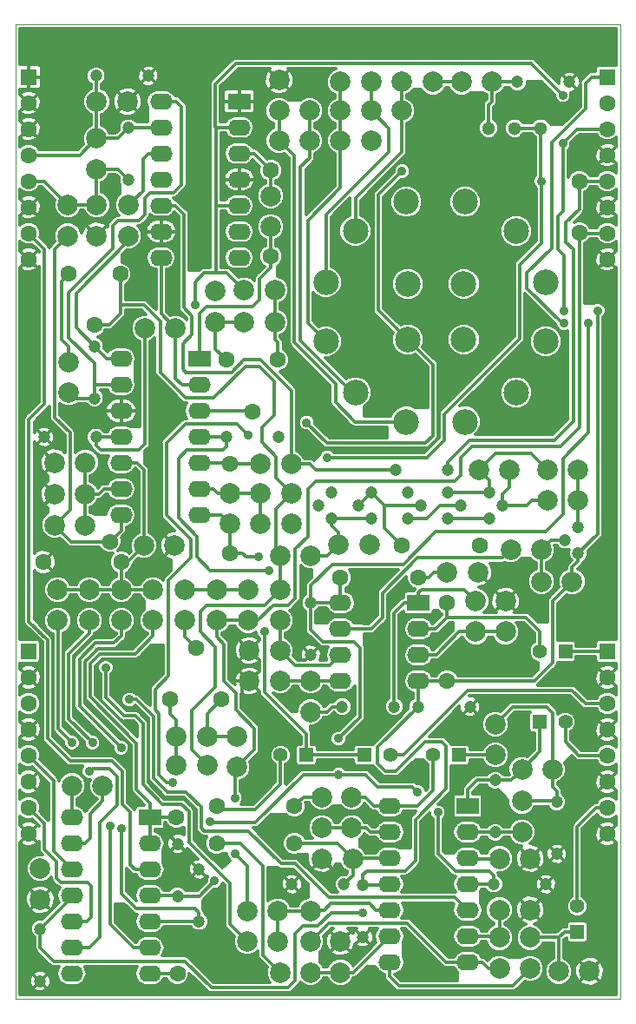
<source format=gbl>
G04 #@! TF.GenerationSoftware,KiCad,Pcbnew,(5.0.0-rc2-dev)*
G04 #@! TF.CreationDate,2020-06-18T08:20:37+03:00*
G04 #@! TF.ProjectId,DIYVCO3M,44495956434F334D2E6B696361645F70,rev?*
G04 #@! TF.SameCoordinates,PX5e69ec0PY81b3200*
G04 #@! TF.FileFunction,Copper,L2,Bot,Signal*
G04 #@! TF.FilePolarity,Positive*
%FSLAX46Y46*%
G04 Gerber Fmt 4.6, Leading zero omitted, Abs format (unit mm)*
G04 Created by KiCad (PCBNEW (5.0.0-rc2-dev)) date Thu Jun 18 08:20:37 2020*
%MOMM*%
%LPD*%
G01*
G04 APERTURE LIST*
%ADD10C,0.100000*%
%ADD11C,1.300000*%
%ADD12C,1.200000*%
%ADD13C,2.000000*%
%ADD14C,2.500000*%
%ADD15R,1.400000X1.400000*%
%ADD16C,1.400000*%
%ADD17R,2.200000X1.600000*%
%ADD18O,2.200000X1.600000*%
%ADD19C,1.600000*%
%ADD20R,1.600000X1.600000*%
%ADD21C,0.900000*%
%ADD22C,0.300000*%
%ADD23C,0.299000*%
G04 APERTURE END LIST*
D10*
X0Y95000000D02*
X0Y0D01*
X59000000Y95000000D02*
X0Y95000000D01*
X59000000Y0D02*
X59000000Y95000000D01*
X0Y0D02*
X59000000Y0D01*
D11*
X51240000Y84900000D03*
X48700000Y84900000D03*
X46160000Y84900000D03*
D12*
X46800000Y21340000D03*
X46800000Y16260000D03*
X38265000Y46830000D03*
X38265000Y49370000D03*
X39535000Y48100000D03*
X42165000Y46830000D03*
X42165000Y49370000D03*
X43435000Y48100000D03*
X34735000Y49370000D03*
X34735000Y46830000D03*
X33465000Y48100000D03*
X30835000Y49370000D03*
X30835000Y46830000D03*
X29565000Y48100000D03*
X46265000Y46830000D03*
X46265000Y49370000D03*
X47535000Y48100000D03*
X54900000Y46000000D03*
X54900000Y43460000D03*
X53630000Y44730000D03*
D13*
X3800000Y49200000D03*
X6800000Y49200000D03*
X6800000Y46200000D03*
X3800000Y46200000D03*
X3800000Y52300000D03*
X6800000Y52300000D03*
X22700000Y36900000D03*
X22700000Y39900000D03*
X19600000Y36900000D03*
X19600000Y39900000D03*
X34700000Y86600000D03*
X37700000Y86600000D03*
X31700000Y89400000D03*
X34700000Y89400000D03*
X28700000Y86600000D03*
X31700000Y86600000D03*
X25700000Y83700000D03*
X28700000Y83700000D03*
X25700000Y89600000D03*
X25700000Y86600000D03*
X45100000Y41600000D03*
X42100000Y41600000D03*
X2400000Y9700000D03*
X2400000Y12700000D03*
X8500000Y20800000D03*
X5500000Y20800000D03*
X18700000Y25600000D03*
X15700000Y25600000D03*
X15700000Y22800000D03*
X18700000Y22800000D03*
X21600000Y22600000D03*
X21600000Y25600000D03*
X47800000Y38800000D03*
X47800000Y35800000D03*
X15500000Y44200000D03*
X12500000Y44200000D03*
X44900000Y35800000D03*
X44900000Y38800000D03*
X16500000Y36900000D03*
X16500000Y39900000D03*
X13400000Y36900000D03*
X13400000Y39900000D03*
X4100000Y36900000D03*
X4100000Y39900000D03*
X7200000Y36900000D03*
X7200000Y39900000D03*
X10300000Y36900000D03*
X10300000Y39900000D03*
X28800000Y28000000D03*
X28800000Y31000000D03*
X7900000Y74400000D03*
X7900000Y77400000D03*
X5100000Y77400000D03*
X5100000Y74400000D03*
X7900000Y83900000D03*
X7900000Y80900000D03*
X22800000Y31000000D03*
X25800000Y31000000D03*
X10900000Y87500000D03*
X7900000Y87500000D03*
X22800000Y34000000D03*
X25800000Y34000000D03*
X25800000Y36900000D03*
X25800000Y39900000D03*
X11000000Y74400000D03*
X11000000Y77400000D03*
X19500000Y69000000D03*
X19500000Y66000000D03*
X22300000Y66000000D03*
X25300000Y66000000D03*
X5200000Y59100000D03*
X5200000Y62100000D03*
X15600000Y65400000D03*
X12600000Y65400000D03*
X22300000Y69100000D03*
X25300000Y69100000D03*
X50200000Y8700000D03*
X47200000Y8700000D03*
X24900000Y78300000D03*
X24900000Y75300000D03*
X50200000Y13700000D03*
X47200000Y13700000D03*
X47200000Y6000000D03*
X47200000Y3000000D03*
X46800000Y26800000D03*
X46800000Y23800000D03*
X49400000Y16300000D03*
X49400000Y19300000D03*
X37700000Y89400000D03*
X40700000Y89400000D03*
X52400000Y22400000D03*
X49400000Y22400000D03*
X28800000Y5600000D03*
X28800000Y8600000D03*
X22600000Y5600000D03*
X25600000Y5600000D03*
X31700000Y5600000D03*
X31700000Y2600000D03*
X29900000Y16700000D03*
X29900000Y19700000D03*
X43500000Y89400000D03*
X46500000Y89400000D03*
X28800000Y2600000D03*
X25800000Y2600000D03*
X26900000Y52200000D03*
X23900000Y52200000D03*
X50200000Y3000000D03*
X50200000Y6000000D03*
X29900000Y13700000D03*
X32900000Y13700000D03*
X56000000Y2700000D03*
X53000000Y2700000D03*
X20900000Y49300000D03*
X20900000Y46300000D03*
X28800000Y43200000D03*
X25800000Y43200000D03*
X34500000Y44300000D03*
X31500000Y44300000D03*
X26900000Y46300000D03*
X23900000Y46300000D03*
X23900000Y49300000D03*
X26900000Y49300000D03*
X48200000Y51600000D03*
X45200000Y51600000D03*
X51900000Y48600000D03*
X54900000Y48600000D03*
X54900000Y51600000D03*
X51900000Y51600000D03*
X54300000Y40700000D03*
X51300000Y40700000D03*
X51300000Y43800000D03*
X48300000Y43800000D03*
X22600000Y8600000D03*
X25600000Y8600000D03*
X31700000Y83700000D03*
X34700000Y83700000D03*
X32800000Y19700000D03*
X32800000Y16700000D03*
D14*
X43722000Y64278000D03*
X43722000Y69722000D03*
X38278000Y69722000D03*
X38278000Y64278000D03*
X43873000Y56278000D03*
X48849000Y59151000D03*
X51722000Y64127000D03*
X51722000Y69873000D03*
X48849000Y74849000D03*
X43873000Y77722000D03*
X38127000Y77722000D03*
X33151000Y74849000D03*
X30278000Y69873000D03*
X30278000Y64127000D03*
X33151000Y59151000D03*
X38127000Y56278000D03*
D15*
X53650000Y33900000D03*
D16*
X51150000Y33900000D03*
D12*
X15800000Y10060000D03*
X15800000Y15140000D03*
X2400000Y1760000D03*
X2400000Y6840000D03*
X25640000Y54800000D03*
X20560000Y54800000D03*
X7840000Y54800000D03*
X2760000Y54800000D03*
X46660000Y11200000D03*
X51740000Y11200000D03*
X33900000Y6060000D03*
X33900000Y11140000D03*
X28800000Y33560000D03*
X28800000Y38640000D03*
X39260000Y28500000D03*
X44340000Y28500000D03*
X36940000Y28500000D03*
X31860000Y28500000D03*
X12940000Y90000000D03*
X7860000Y90000000D03*
X11000000Y84940000D03*
X11000000Y79860000D03*
X7700000Y63640000D03*
X7700000Y58560000D03*
X52800000Y14160000D03*
X52800000Y19240000D03*
D16*
X40750000Y23800000D03*
D15*
X43250000Y23800000D03*
D12*
X37060000Y51600000D03*
X42140000Y51600000D03*
X32040000Y11200000D03*
X26960000Y11200000D03*
D16*
X36550000Y23800000D03*
D15*
X34050000Y23800000D03*
X51150000Y27000000D03*
D16*
X53650000Y27000000D03*
X54800000Y9050000D03*
D15*
X54800000Y6550000D03*
X28350000Y23800000D03*
D16*
X25850000Y23800000D03*
D17*
X13110000Y17720000D03*
D18*
X13110000Y15180000D03*
X13110000Y12640000D03*
X13110000Y10100000D03*
X13110000Y7560000D03*
X13110000Y5020000D03*
X13110000Y2480000D03*
X5490000Y2480000D03*
X5490000Y5020000D03*
X5490000Y7560000D03*
X5490000Y10100000D03*
X5490000Y12640000D03*
X5490000Y15180000D03*
X5490000Y17720000D03*
D17*
X17910000Y62420000D03*
D18*
X17910000Y59880000D03*
X17910000Y57340000D03*
X17910000Y54800000D03*
X17910000Y52260000D03*
X17910000Y49720000D03*
X17910000Y47180000D03*
X10290000Y47180000D03*
X10290000Y49720000D03*
X10290000Y52260000D03*
X10290000Y54800000D03*
X10290000Y57340000D03*
X10290000Y59880000D03*
X10290000Y62420000D03*
X36490000Y18820000D03*
X36490000Y16280000D03*
X36490000Y13740000D03*
X36490000Y11200000D03*
X36490000Y8660000D03*
X36490000Y6120000D03*
X36490000Y3580000D03*
X44110000Y3580000D03*
X44110000Y6120000D03*
X44110000Y8660000D03*
X44110000Y11200000D03*
X44110000Y13740000D03*
X44110000Y16280000D03*
D17*
X44110000Y18820000D03*
D19*
X15800000Y2500000D03*
X9200000Y44600000D03*
X24900000Y80800000D03*
X24900000Y72400000D03*
X20900000Y52200000D03*
X20900000Y43500000D03*
X39300000Y41100000D03*
X31700000Y41100000D03*
X42100000Y38600000D03*
X42100000Y31000000D03*
X45300000Y44200000D03*
X37700000Y44200000D03*
X19600000Y18800000D03*
X27200000Y18800000D03*
X19600000Y15200000D03*
X27200000Y15200000D03*
D17*
X21810000Y87520000D03*
D18*
X21810000Y84980000D03*
X21810000Y82440000D03*
X21810000Y79900000D03*
X21810000Y77360000D03*
X21810000Y74820000D03*
X21810000Y72280000D03*
X14190000Y72280000D03*
X14190000Y74820000D03*
X14190000Y77360000D03*
X14190000Y79900000D03*
X14190000Y82440000D03*
X14190000Y84980000D03*
X14190000Y87520000D03*
D19*
X1250000Y87350000D03*
D20*
X1250000Y89890000D03*
D19*
X1250000Y84810000D03*
X1250000Y82270000D03*
X1250000Y79730000D03*
X1250000Y77190000D03*
X1250000Y74650000D03*
X1250000Y72110000D03*
X57750000Y31350000D03*
D20*
X57750000Y33890000D03*
D19*
X57750000Y28810000D03*
X57750000Y26270000D03*
X57750000Y23730000D03*
X57750000Y21190000D03*
X57750000Y18650000D03*
X57750000Y16110000D03*
X57750000Y72110000D03*
X57750000Y74650000D03*
X57750000Y77190000D03*
X57750000Y79730000D03*
X57750000Y82270000D03*
X57750000Y84810000D03*
D20*
X57750000Y89890000D03*
D19*
X57750000Y87350000D03*
X1250000Y16110000D03*
X1250000Y18650000D03*
X1250000Y21190000D03*
X1250000Y23730000D03*
X1250000Y26270000D03*
X1250000Y28810000D03*
D20*
X1250000Y33890000D03*
D19*
X1250000Y31350000D03*
D12*
X17900000Y7560000D03*
X17900000Y12640000D03*
D19*
X15700000Y17700000D03*
X55000000Y79700000D03*
X55000000Y74700000D03*
X2700000Y42600000D03*
X10300000Y42600000D03*
D12*
X48960000Y89400000D03*
X54040000Y89400000D03*
D17*
X39310000Y38610000D03*
D18*
X39310000Y36070000D03*
X39310000Y33530000D03*
X39310000Y30990000D03*
X31690000Y30990000D03*
X31690000Y33530000D03*
X31690000Y36070000D03*
X31690000Y38610000D03*
D19*
X17600000Y34200000D03*
X20100000Y29200000D03*
X15100000Y29200000D03*
X7700000Y65700000D03*
X5200000Y70700000D03*
X10200000Y70700000D03*
X23100000Y57300000D03*
X20600000Y62300000D03*
X25600000Y62300000D03*
D21*
X26700000Y29200000D03*
X54600000Y82000000D03*
X26200000Y79700000D03*
X16500000Y78000000D03*
X20500000Y76100000D03*
X23600000Y73600000D03*
X26100000Y71100000D03*
X15600000Y57200000D03*
X27400000Y61900000D03*
X30400000Y57000000D03*
X31800000Y62000000D03*
X29600000Y66900000D03*
X32600000Y72000000D03*
X48000000Y79300000D03*
X34300000Y77200000D03*
X31900000Y76600000D03*
X24000000Y85100000D03*
X28900000Y77800000D03*
X21800000Y89900000D03*
X29800000Y90100000D03*
X26100000Y93200000D03*
X39400000Y93200000D03*
X49300000Y93200000D03*
X57900000Y93000000D03*
X50600000Y88800000D03*
X54500000Y87300000D03*
X47900000Y86400000D03*
X39200000Y88200000D03*
X39500000Y84800000D03*
X49800000Y83200000D03*
X41500000Y73900000D03*
X37200000Y75200000D03*
X47500000Y72100000D03*
X47800000Y65200000D03*
X38000000Y67200000D03*
X41900000Y59300000D03*
X39400000Y61500000D03*
X34500000Y57500000D03*
X35800000Y55300000D03*
X28800000Y54000000D03*
X50200000Y66400000D03*
X48900000Y62000000D03*
X45000000Y58200000D03*
X52100000Y55700000D03*
X53000000Y61900000D03*
X56300000Y68500000D03*
X57800000Y59800000D03*
X57800000Y49200000D03*
X57900000Y35800000D03*
X56000000Y42200000D03*
X53300000Y43000000D03*
X49900000Y42300000D03*
X53700000Y35800000D03*
X52500000Y31400000D03*
X51200000Y37500000D03*
X49800000Y35500000D03*
X50100000Y32300000D03*
X43000000Y33900000D03*
X38100000Y29400000D03*
X41900000Y35700000D03*
X40900000Y37300000D03*
X37700000Y40100000D03*
X28300000Y41400000D03*
X30100000Y37100000D03*
X33800000Y40200000D03*
X35800000Y41400000D03*
X34000000Y37300000D03*
X35800000Y35600000D03*
X35100000Y30900000D03*
X34000000Y25700000D03*
X57600000Y7200000D03*
X56500000Y13300000D03*
X51300000Y17800000D03*
X54300000Y22800000D03*
X55000000Y25700000D03*
X53500000Y28800000D03*
X42000000Y26100000D03*
X49300000Y26700000D03*
X45000000Y22400000D03*
X46200000Y19800000D03*
X42400000Y15000000D03*
X53000000Y8000000D03*
X51900000Y4600000D03*
X51300000Y1100000D03*
X41800000Y2400000D03*
X34800000Y2400000D03*
X38800000Y4900000D03*
X42200000Y5100000D03*
X39000000Y8600000D03*
X41700000Y11400000D03*
X39100000Y11400000D03*
X40200000Y16800000D03*
X38000000Y17600000D03*
X39200000Y22100000D03*
X27000000Y22400000D03*
X23000000Y28800000D03*
X27100000Y25300000D03*
X22900000Y19600000D03*
X31400000Y18300000D03*
X34500000Y17900000D03*
X34300000Y15100000D03*
X24500000Y16500000D03*
X28000000Y900000D03*
X23600000Y2400000D03*
X19400000Y2500000D03*
X17300000Y1200000D03*
X10600000Y2300000D03*
X7000000Y1000000D03*
X10400000Y8200000D03*
X19600000Y9800000D03*
X15600000Y6200000D03*
X15700000Y13100000D03*
X11500000Y11300000D03*
X6900000Y19400000D03*
X4100000Y22600000D03*
X10000000Y31300000D03*
X12400000Y30200000D03*
X900000Y35600000D03*
X5600000Y38200000D03*
X8800000Y38300000D03*
X12000000Y38300000D03*
X10700000Y44300000D03*
X11900000Y41700000D03*
X8200000Y42600000D03*
X8400000Y47800000D03*
X8400000Y51100000D03*
X13300000Y52800000D03*
X5000000Y57100000D03*
X1100000Y57900000D03*
X9200000Y64000000D03*
X13700000Y60000000D03*
X11200000Y66600000D03*
X1300000Y67300000D03*
X13000000Y68800000D03*
X12000000Y72300000D03*
X15300000Y70600000D03*
X17700000Y71900000D03*
X9400000Y79400000D03*
X18000000Y74900000D03*
X18000000Y81400000D03*
X17500000Y89100000D03*
X12900000Y92300000D03*
X5500000Y83600000D03*
X11700000Y19200000D03*
X1500000Y93700000D03*
X2400000Y38200000D03*
X5600000Y35900000D03*
X8700000Y35700000D03*
X11700000Y35600000D03*
X13300000Y34000000D03*
X11400000Y26700000D03*
X20200000Y13700000D03*
X39200000Y20200000D03*
X41200000Y18200000D03*
X19400000Y11500000D03*
X19000000Y17300000D03*
X31500000Y21900000D03*
X31500000Y25400000D03*
X24700000Y41800000D03*
X55900000Y65900000D03*
X53500000Y65900000D03*
X56800000Y67100000D03*
X53400000Y83400000D03*
X53500000Y67100000D03*
X53400000Y88100000D03*
X17500000Y67700000D03*
X33900000Y8400000D03*
X23700000Y43100000D03*
X24300000Y35800000D03*
X21400000Y19600000D03*
X21400000Y14200000D03*
X51300000Y79700000D03*
X30400000Y52800000D03*
X9200000Y16900000D03*
X10300000Y24500000D03*
X7200000Y22200000D03*
X7500000Y25000000D03*
X11100000Y29200000D03*
X8800000Y32300000D03*
X5500000Y25000000D03*
X22700000Y55000000D03*
X28400000Y56200000D03*
X15300000Y21100000D03*
X10300000Y16600000D03*
X37700000Y80700000D03*
D22*
X28260010Y33020010D02*
X27600000Y33020010D01*
X28800000Y33560000D02*
X28260010Y33020010D01*
X23700000Y34900000D02*
X23700000Y35100000D01*
X22800000Y34000000D02*
X23700000Y34900000D01*
X23779990Y31979990D02*
X23779990Y33020010D01*
X23779990Y33020010D02*
X22800000Y34000000D01*
X22800000Y31000000D02*
X23779990Y31979990D01*
X22800000Y31000000D02*
X21300000Y31000000D01*
X22100000Y30300000D02*
X22100000Y29400000D01*
X22800000Y31000000D02*
X22100000Y30300000D01*
X23700000Y30100000D02*
X23700000Y29600000D01*
X22800000Y31000000D02*
X23700000Y30100000D01*
X454010Y27065990D02*
X454010Y27600000D01*
X1250000Y26270000D02*
X454010Y27065990D01*
X454010Y25474010D02*
X454010Y25000000D01*
X1250000Y26270000D02*
X454010Y25474010D01*
X454010Y86554010D02*
X454010Y86200000D01*
X1250000Y87350000D02*
X454010Y86554010D01*
X454010Y88145990D02*
X454010Y88500000D01*
X1250000Y87350000D02*
X454010Y88145990D01*
X58545990Y76394010D02*
X58545990Y76000000D01*
X57750000Y77190000D02*
X58545990Y76394010D01*
X58545990Y77985990D02*
X58545990Y78400000D01*
X57750000Y77190000D02*
X58545990Y77985990D01*
X58545990Y83065990D02*
X58545990Y83600000D01*
X57750000Y82270000D02*
X58545990Y83065990D01*
X58545990Y81474010D02*
X58545990Y81000000D01*
X57750000Y82270000D02*
X58545990Y81474010D01*
X11915395Y28120010D02*
X12920010Y27115395D01*
X10821606Y28120010D02*
X11915395Y28120010D01*
X17500000Y15435404D02*
X19235404Y13700000D01*
X9320010Y29621606D02*
X10821606Y28120010D01*
X9800000Y31900000D02*
X9320010Y31420010D01*
X9320010Y31420010D02*
X9320010Y29621606D01*
X12920010Y21179990D02*
X14500000Y19600000D01*
X9800000Y33139970D02*
X9800000Y31900000D01*
X12920010Y27115395D02*
X12920010Y21179990D01*
X14500000Y19600000D02*
X16400000Y19600000D01*
X16400000Y19600000D02*
X17500000Y18500000D01*
X17500000Y18500000D02*
X17500000Y15435404D01*
X19235404Y13700000D02*
X20200000Y13700000D01*
X11700000Y19200000D02*
X10940020Y19959980D01*
X10940020Y19959980D02*
X10940020Y22395385D01*
X10940020Y22395385D02*
X10500000Y22835405D01*
X1250000Y16110000D02*
X500000Y15360000D01*
X500000Y15360000D02*
X500000Y15000000D01*
X1250000Y16110000D02*
X500000Y16860000D01*
X500000Y16860000D02*
X500000Y17200000D01*
X1250000Y31350000D02*
X500000Y30600000D01*
X500000Y30600000D02*
X500000Y30200000D01*
X1250000Y31350000D02*
X500000Y32100000D01*
X500000Y32100000D02*
X500000Y32400000D01*
X57750000Y16110000D02*
X58500000Y15360000D01*
X58500000Y15360000D02*
X58500000Y15000000D01*
X57750000Y16110000D02*
X58500000Y16860000D01*
X58500000Y16860000D02*
X58500000Y17200000D01*
X57750000Y21190000D02*
X58600000Y20340000D01*
X58600000Y20340000D02*
X58600000Y20200000D01*
X57750000Y21190000D02*
X58600000Y22040000D01*
X58600000Y22040000D02*
X58600000Y22200000D01*
X57750000Y26270000D02*
X58600000Y25420000D01*
X58600000Y25420000D02*
X58600000Y25300000D01*
X57750000Y26270000D02*
X58600000Y27120000D01*
X58600000Y27120000D02*
X58600000Y27300000D01*
X57750000Y31350000D02*
X58600000Y30500000D01*
X58600000Y30500000D02*
X58600000Y30300000D01*
X57750000Y31350000D02*
X58600000Y32200000D01*
X58600000Y32200000D02*
X58600000Y32300000D01*
X57750000Y72110000D02*
X58500000Y72860000D01*
X58500000Y72860000D02*
X58500000Y73100000D01*
X57750000Y72110000D02*
X58600000Y71260000D01*
X58600000Y71260000D02*
X58600000Y71100000D01*
X1250000Y84810000D02*
X500000Y85560000D01*
X500000Y85560000D02*
X500000Y85900000D01*
X1250000Y84810000D02*
X500000Y84060000D01*
X500000Y84060000D02*
X500000Y83800000D01*
X1250000Y77190000D02*
X500000Y77940000D01*
X500000Y77940000D02*
X500000Y78200000D01*
X1250000Y77190000D02*
X500000Y76440000D01*
X500000Y76440000D02*
X500000Y76200000D01*
X1250000Y72110000D02*
X500000Y71360000D01*
X500000Y71360000D02*
X500000Y71000000D01*
X1250000Y72110000D02*
X500000Y72860000D01*
X500000Y72860000D02*
X500000Y73100000D01*
X1250000Y89890000D02*
X1250000Y93450000D01*
X1250000Y93450000D02*
X1500000Y93700000D01*
X2400000Y38200000D02*
X2400000Y36435404D01*
X2400000Y36435404D02*
X3620009Y35215395D01*
X3620009Y35215395D02*
X3620009Y25615395D01*
X3620009Y25615395D02*
X5515394Y23720010D01*
X6400000Y23720010D02*
X6400000Y25300000D01*
X5515394Y23720010D02*
X6400000Y23720010D01*
X6400000Y25300000D02*
X4660029Y27039971D01*
X4660029Y34960029D02*
X5600000Y35900000D01*
X4660029Y27039971D02*
X4660029Y34960029D01*
X8500000Y23720010D02*
X8500000Y25100000D01*
X6400000Y23720010D02*
X8500000Y23720010D01*
X8500000Y23720010D02*
X9615395Y23720010D01*
X8500000Y25100000D02*
X8500000Y25300000D01*
X8500000Y25300000D02*
X5700049Y28099951D01*
X5700049Y28099951D02*
X5700049Y33464645D01*
X7935404Y35700000D02*
X8700000Y35700000D01*
X5700049Y33464645D02*
X7935404Y35700000D01*
X10500000Y22835405D02*
X11200000Y23535405D01*
X9615395Y23720010D02*
X10500000Y22835405D01*
X11200000Y23535405D02*
X11200000Y24800000D01*
X11200000Y24800000D02*
X6740069Y29259931D01*
X6740069Y29259931D02*
X6740069Y32904665D01*
X6740069Y32904665D02*
X8015394Y34179990D01*
X10279990Y34179990D02*
X11700000Y35600000D01*
X8015394Y34179990D02*
X10279990Y34179990D01*
X13300000Y34000000D02*
X12439970Y33139970D01*
X8446182Y33139970D02*
X7780089Y32473877D01*
X7780089Y32473877D02*
X7780089Y29690719D01*
X10770808Y26700000D02*
X11400000Y26700000D01*
X7780089Y29690719D02*
X10770808Y26700000D01*
X12439970Y33139970D02*
X9800000Y33139970D01*
X9800000Y33139970D02*
X8446182Y33139970D01*
X52300000Y83500000D02*
X52300000Y73200000D01*
X55600000Y86800000D02*
X52300000Y83500000D01*
X52300000Y73200000D02*
X49900000Y70800000D01*
X55600000Y89300000D02*
X55600000Y86800000D01*
X57750000Y89890000D02*
X56190000Y89890000D01*
X56190000Y89890000D02*
X55600000Y89300000D01*
X49900000Y70800000D02*
X49900000Y69300000D01*
X49900000Y69300000D02*
X53300000Y65900000D01*
X53300000Y65900000D02*
X53500000Y65900000D01*
X51700000Y45600000D02*
X41000000Y45600000D01*
X41000000Y45600000D02*
X37800000Y42400000D01*
X53400000Y47300000D02*
X51700000Y45600000D01*
X55900000Y65900000D02*
X55900000Y55200000D01*
X53400000Y52700000D02*
X53400000Y47300000D01*
X55900000Y55200000D02*
X53400000Y52700000D01*
X28800000Y40300000D02*
X28800000Y38640000D01*
X37800000Y42400000D02*
X30900000Y42400000D01*
X30900000Y42400000D02*
X28800000Y40300000D01*
X35300000Y20700000D02*
X34100000Y21900000D01*
X34100000Y21900000D02*
X31500000Y21900000D01*
X38700000Y20700000D02*
X35300000Y20700000D01*
X39200000Y20200000D02*
X38700000Y20700000D01*
X41200000Y14200000D02*
X41200000Y18200000D01*
X42900000Y12500000D02*
X41200000Y14200000D01*
X46200000Y12500000D02*
X42900000Y12500000D01*
X46660000Y12040000D02*
X46200000Y12500000D01*
X46660000Y11200000D02*
X46660000Y12040000D01*
X19400000Y11500000D02*
X17960000Y10060000D01*
X17960000Y10060000D02*
X15800000Y10060000D01*
X19100000Y17200000D02*
X19000000Y17300000D01*
X23400000Y17200000D02*
X19100000Y17200000D01*
X28100000Y21900000D02*
X23400000Y17200000D01*
X31500000Y21900000D02*
X28100000Y21900000D01*
X33600000Y27500000D02*
X31500000Y25400000D01*
X33600000Y34200000D02*
X33600000Y27500000D01*
X33000000Y34800000D02*
X33600000Y34200000D01*
X30000000Y34800000D02*
X33000000Y34800000D01*
X22500000Y41800000D02*
X24700000Y41800000D01*
X19000000Y41800000D02*
X22500000Y41800000D01*
X17700000Y43100000D02*
X19000000Y41800000D01*
X17700000Y45100000D02*
X17700000Y43100000D01*
X15900000Y46900000D02*
X17700000Y45100000D01*
X15900000Y52700000D02*
X15900000Y46900000D01*
X16700000Y53500000D02*
X15900000Y52700000D01*
X20200000Y53500000D02*
X16700000Y53500000D01*
X20560000Y53860000D02*
X20200000Y53500000D01*
X20560000Y54800000D02*
X20560000Y53860000D01*
X28800000Y36000000D02*
X30000000Y34800000D01*
X28800000Y38640000D02*
X28800000Y36000000D01*
X15760000Y10100000D02*
X15800000Y10060000D01*
X13110000Y10100000D02*
X15760000Y10100000D01*
X46660000Y11200000D02*
X44110000Y11200000D01*
X17910000Y54800000D02*
X20560000Y54800000D01*
X31660000Y38640000D02*
X31690000Y38610000D01*
X28800000Y38640000D02*
X31660000Y38640000D01*
X31700000Y38620000D02*
X31690000Y38610000D01*
X31700000Y41100000D02*
X31700000Y38620000D01*
X56800000Y67100000D02*
X56800000Y45360000D01*
X56800000Y45360000D02*
X54900000Y43460000D01*
X53500000Y72500000D02*
X53500000Y67100000D01*
X52900000Y73100000D02*
X53500000Y72500000D01*
X53400000Y76800000D02*
X52900000Y76300000D01*
X52900000Y76300000D02*
X52900000Y73100000D01*
X53400000Y83400000D02*
X53400000Y76800000D01*
X53400000Y83400000D02*
X54810000Y84810000D01*
X54810000Y84810000D02*
X57750000Y84810000D01*
X34300000Y12500000D02*
X33900000Y12100000D01*
X33900000Y12100000D02*
X33900000Y11140000D01*
X38000000Y12500000D02*
X34300000Y12500000D01*
X39000000Y13500000D02*
X38000000Y12500000D01*
X39000000Y17500000D02*
X39000000Y13500000D01*
X42000000Y20500000D02*
X39000000Y17500000D01*
X42000000Y24700000D02*
X42000000Y20500000D01*
X41600000Y25100000D02*
X42000000Y24700000D01*
X40000000Y25100000D02*
X41600000Y25100000D01*
X37100000Y22200000D02*
X40000000Y25100000D01*
X36100000Y22200000D02*
X37100000Y22200000D01*
X35300000Y23000000D02*
X36100000Y22200000D01*
X35300000Y24540000D02*
X35300000Y23000000D01*
X39260000Y28500000D02*
X35300000Y24540000D01*
X52400000Y32800000D02*
X50600000Y31000000D01*
X50600000Y31000000D02*
X42100000Y31000000D01*
X52400000Y38800000D02*
X52400000Y32800000D01*
X54300000Y40700000D02*
X52400000Y38800000D01*
X50300000Y91200000D02*
X21500000Y91200000D01*
X53400000Y88100000D02*
X50300000Y91200000D01*
X21500000Y91200000D02*
X19500000Y89200000D01*
X19500000Y89200000D02*
X19500000Y85000000D01*
X19500000Y85000000D02*
X19520000Y84980000D01*
X19520000Y77400000D02*
X19520000Y70820000D01*
X19560000Y77360000D02*
X19520000Y77400000D01*
X19520000Y84980000D02*
X19520000Y77400000D01*
X21810000Y77360000D02*
X19560000Y77360000D01*
X19500000Y70800000D02*
X20600000Y70800000D01*
X18400000Y70800000D02*
X19500000Y70800000D01*
X19520000Y70820000D02*
X19500000Y70800000D01*
X20600000Y70800000D02*
X22300000Y69100000D01*
X17500000Y69900000D02*
X18400000Y70800000D01*
X17500000Y67700000D02*
X17500000Y69900000D01*
X21810000Y84980000D02*
X19520000Y84980000D01*
X26600000Y1100000D02*
X19100000Y1100000D01*
X19100000Y1100000D02*
X16500000Y3700000D01*
X27300000Y1800000D02*
X26600000Y1100000D01*
X27300000Y6400000D02*
X27300000Y1800000D01*
X28000000Y7100000D02*
X27300000Y6400000D01*
X29500000Y7100000D02*
X28000000Y7100000D01*
X30800000Y8400000D02*
X29500000Y7100000D01*
X33900000Y8400000D02*
X30800000Y8400000D01*
X7840000Y53960000D02*
X8300000Y53500000D01*
X8300000Y53500000D02*
X12000000Y53500000D01*
X7840000Y54800000D02*
X7840000Y53960000D01*
X12600000Y54100000D02*
X12000000Y53500000D01*
X12600000Y65400000D02*
X12600000Y54100000D01*
X5490000Y9930000D02*
X5490000Y10100000D01*
X2400000Y6840000D02*
X5490000Y9930000D01*
X2400000Y6840000D02*
X2400000Y5000000D01*
X2400000Y5000000D02*
X3700000Y3700000D01*
X3700000Y3700000D02*
X16500000Y3700000D01*
X36430000Y11140000D02*
X36490000Y11200000D01*
X33900000Y11140000D02*
X36430000Y11140000D01*
X7840000Y54800000D02*
X10290000Y54800000D01*
X54900000Y43460000D02*
X54900000Y42700000D01*
X54300000Y42100000D02*
X54300000Y40700000D01*
X54900000Y42700000D02*
X54300000Y42100000D01*
X39310000Y28550000D02*
X39260000Y28500000D01*
X39310000Y30990000D02*
X39310000Y28550000D01*
X42090000Y30990000D02*
X42100000Y31000000D01*
X39310000Y30990000D02*
X42090000Y30990000D01*
X7260079Y32689271D02*
X7260079Y29475325D01*
X8230788Y33659980D02*
X7260079Y32689271D01*
X7260079Y29475325D02*
X11800000Y24935404D01*
X13400000Y36900000D02*
X13400000Y35400000D01*
X11659980Y33659980D02*
X8230788Y33659980D01*
X13400000Y35400000D02*
X11659980Y33659980D01*
X11800000Y20400000D02*
X13110000Y19090000D01*
X11800000Y24935404D02*
X11800000Y20400000D01*
X13110000Y19090000D02*
X13110000Y17720000D01*
X13110000Y15180000D02*
X13110000Y17720000D01*
X13130000Y17700000D02*
X13110000Y17720000D01*
X15700000Y17700000D02*
X13130000Y17700000D01*
X11200000Y13100000D02*
X11200000Y18200000D01*
X10420010Y22179990D02*
X10420010Y18979990D01*
X10420010Y18979990D02*
X11200000Y18200000D01*
X9400000Y23200000D02*
X10420010Y22179990D01*
X13110000Y12640000D02*
X11660000Y12640000D01*
X2800000Y73100000D02*
X1250000Y74650000D01*
X11660000Y12640000D02*
X11200000Y13100000D01*
X3100000Y25400000D02*
X3100000Y35000000D01*
X1300000Y36800000D02*
X1300000Y56500000D01*
X9400000Y23200000D02*
X5300000Y23200000D01*
X3100000Y35000000D02*
X1300000Y36800000D01*
X2800000Y58000000D02*
X2800000Y73100000D01*
X5300000Y23200000D02*
X3100000Y25400000D01*
X1300000Y56500000D02*
X2800000Y58000000D01*
X17910000Y66800000D02*
X17910000Y62420000D01*
X23100000Y67500000D02*
X18610000Y67500000D01*
X18610000Y67500000D02*
X17910000Y66800000D01*
X23800000Y68200000D02*
X23100000Y67500000D01*
X23800000Y70200000D02*
X23800000Y68200000D01*
X24900000Y71300000D02*
X23800000Y70200000D01*
X24900000Y72400000D02*
X24900000Y71300000D01*
X24900000Y72400000D02*
X24900000Y75300000D01*
X14190000Y66810000D02*
X15600000Y65400000D01*
X14190000Y72280000D02*
X14190000Y66810000D01*
X15600000Y65400000D02*
X15600000Y60500000D01*
X16220000Y59880000D02*
X17910000Y59880000D01*
X15600000Y60500000D02*
X16220000Y59880000D01*
X23060000Y57340000D02*
X23100000Y57300000D01*
X17910000Y57340000D02*
X23060000Y57340000D01*
X20840000Y52260000D02*
X20900000Y52200000D01*
X17910000Y52260000D02*
X20840000Y52260000D01*
X23900000Y52200000D02*
X20900000Y52200000D01*
X17910000Y49720000D02*
X19280000Y49720000D01*
X19700000Y49300000D02*
X20900000Y49300000D01*
X19280000Y49720000D02*
X19700000Y49300000D01*
X23900000Y49300000D02*
X20900000Y49300000D01*
X23900000Y49300000D02*
X23900000Y46300000D01*
X25800000Y31000000D02*
X28800000Y31000000D01*
X31680000Y31000000D02*
X31690000Y30990000D01*
X28800000Y31000000D02*
X31680000Y31000000D01*
X28700000Y82000000D02*
X27800000Y81100000D01*
X27800000Y81100000D02*
X27800000Y64200000D01*
X28700000Y83700000D02*
X28700000Y82000000D01*
X27800000Y64200000D02*
X32849000Y59151000D01*
X32849000Y59151000D02*
X33151000Y59151000D01*
X28700000Y86600000D02*
X28700000Y83700000D01*
X25800000Y36900000D02*
X25800000Y34000000D01*
X25800000Y34000000D02*
X27300000Y32500000D01*
X30660000Y32500000D02*
X31690000Y33530000D01*
X27300000Y32500000D02*
X30660000Y32500000D01*
X39310000Y38610000D02*
X39310000Y39610000D01*
X39310000Y39610000D02*
X39600000Y39900000D01*
X43800000Y39900000D02*
X44900000Y38800000D01*
X39600000Y39900000D02*
X43800000Y39900000D01*
X39310000Y38610000D02*
X37910000Y38610000D01*
X36940000Y37640000D02*
X36940000Y28500000D01*
X37910000Y38610000D02*
X36940000Y37640000D01*
X28350000Y25850000D02*
X24300000Y29900000D01*
X28350000Y23800000D02*
X28350000Y25850000D01*
X24300000Y29900000D02*
X24300000Y35800000D01*
X23700000Y43100000D02*
X22500000Y43100000D01*
X22500000Y43100000D02*
X22100000Y43500000D01*
X22100000Y43500000D02*
X20900000Y43500000D01*
X28350000Y23800000D02*
X34050000Y23800000D01*
X20020000Y47180000D02*
X17910000Y47180000D01*
X20900000Y46300000D02*
X20020000Y47180000D01*
X20900000Y46300000D02*
X20900000Y43500000D01*
X37800000Y23800000D02*
X36550000Y23800000D01*
X44100000Y30100000D02*
X37800000Y23800000D01*
X54300000Y30100000D02*
X44100000Y30100000D01*
X55590000Y28810000D02*
X54300000Y30100000D01*
X57750000Y28810000D02*
X55590000Y28810000D01*
X34700000Y89400000D02*
X34700000Y86600000D01*
X34700000Y86600000D02*
X36400000Y84900000D01*
X36400000Y84900000D02*
X36400000Y82600000D01*
X30278000Y76478000D02*
X30278000Y69873000D01*
X36400000Y82600000D02*
X30278000Y76478000D01*
X18700000Y27800000D02*
X20100000Y29200000D01*
X18700000Y25600000D02*
X18700000Y27800000D01*
X18700000Y25600000D02*
X21600000Y25600000D01*
X39300000Y41100000D02*
X40300000Y41100000D01*
X40800000Y41600000D02*
X42100000Y41600000D01*
X40300000Y41100000D02*
X40800000Y41600000D01*
X51150000Y35850000D02*
X51150000Y33900000D01*
X49800000Y37200000D02*
X51150000Y35850000D01*
X42100000Y37200000D02*
X49800000Y37200000D01*
X40970000Y36070000D02*
X42100000Y37200000D01*
X39310000Y36070000D02*
X40970000Y36070000D01*
X42100000Y38600000D02*
X42100000Y37200000D01*
X31860000Y28500000D02*
X30900000Y28500000D01*
X30400000Y28000000D02*
X28800000Y28000000D01*
X30900000Y28500000D02*
X30400000Y28000000D01*
X11000000Y74400000D02*
X11000000Y73900000D01*
X11000000Y73900000D02*
X5900000Y68800000D01*
X5900000Y65440000D02*
X7700000Y63640000D01*
X5900000Y68800000D02*
X5900000Y65440000D01*
X8920000Y62420000D02*
X10290000Y62420000D01*
X7700000Y63640000D02*
X8920000Y62420000D01*
X5740000Y58560000D02*
X7700000Y58560000D01*
X5200000Y59100000D02*
X5740000Y58560000D01*
X14190000Y87520000D02*
X15680000Y87520000D01*
X15680000Y87520000D02*
X16200000Y87000000D01*
X16200000Y87000000D02*
X16200000Y79400000D01*
X16200000Y79400000D02*
X15400000Y78600000D01*
X15400000Y78600000D02*
X13100000Y78600000D01*
X13100000Y78600000D02*
X12600000Y78100000D01*
X12600000Y78100000D02*
X12600000Y76500000D01*
X7720000Y59880000D02*
X7700000Y59900000D01*
X10290000Y59880000D02*
X7720000Y59880000D01*
X7700000Y59900000D02*
X7700000Y58560000D01*
X7700000Y62000000D02*
X7700000Y59900000D01*
X5200000Y68900000D02*
X5200000Y64500000D01*
X5200000Y64500000D02*
X7700000Y62000000D01*
X9500000Y73200000D02*
X5200000Y68900000D01*
X9500000Y75400000D02*
X9500000Y73200000D01*
X10000000Y75900000D02*
X9500000Y75400000D01*
X12000000Y75900000D02*
X10000000Y75900000D01*
X12600000Y76500000D02*
X12000000Y75900000D01*
X46800000Y26800000D02*
X48500000Y28500000D01*
X48500000Y28500000D02*
X51800000Y28500000D01*
X52400000Y27900000D02*
X52400000Y22400000D01*
X51800000Y28500000D02*
X52400000Y27900000D01*
X52740000Y19300000D02*
X52800000Y19240000D01*
X49400000Y19300000D02*
X52740000Y19300000D01*
X52800000Y19240000D02*
X52800000Y20300000D01*
X52400000Y20700000D02*
X52400000Y22400000D01*
X52800000Y20300000D02*
X52400000Y20700000D01*
X32800000Y19700000D02*
X34100000Y19700000D01*
X34980000Y18820000D02*
X36490000Y18820000D01*
X34100000Y19700000D02*
X34980000Y18820000D01*
X36490000Y18820000D02*
X39220000Y18820000D01*
X40750000Y20350000D02*
X40750000Y23800000D01*
X39220000Y18820000D02*
X40750000Y20350000D01*
X43250000Y23800000D02*
X46800000Y23800000D01*
X51150000Y24150000D02*
X49400000Y22400000D01*
X51150000Y27000000D02*
X51150000Y24150000D01*
X48340000Y21340000D02*
X46800000Y21340000D01*
X49400000Y22400000D02*
X48340000Y21340000D01*
X46800000Y21340000D02*
X45040000Y21340000D01*
X44110000Y20410000D02*
X44110000Y18820000D01*
X45040000Y21340000D02*
X44110000Y20410000D01*
X46780000Y16280000D02*
X46800000Y16260000D01*
X44110000Y16280000D02*
X46780000Y16280000D01*
X46840000Y16300000D02*
X46800000Y16260000D01*
X49400000Y16300000D02*
X46840000Y16300000D01*
X21400000Y19600000D02*
X21400000Y22400000D01*
X21400000Y22400000D02*
X21600000Y22600000D01*
X27300000Y39100000D02*
X27300000Y43900000D01*
X29300000Y50500000D02*
X42800000Y50500000D01*
X42800000Y50500000D02*
X43400000Y51100000D01*
X26600000Y38400000D02*
X27300000Y39100000D01*
X22700000Y36900000D02*
X23600000Y36900000D01*
X43400000Y51100000D02*
X43400000Y52800000D01*
X27300000Y43900000D02*
X28500000Y45100000D01*
X23600000Y36900000D02*
X25100000Y38400000D01*
X25100000Y38400000D02*
X26600000Y38400000D01*
X28500000Y45100000D02*
X28500000Y49700000D01*
X28500000Y49700000D02*
X29300000Y50500000D01*
X43400000Y52800000D02*
X44500000Y53900000D01*
X44500000Y53900000D02*
X53200000Y53900000D01*
X53200000Y53900000D02*
X55000000Y55700000D01*
X55000000Y55700000D02*
X55000000Y74700000D01*
X23300000Y24300000D02*
X23300000Y26400000D01*
X21500000Y29800000D02*
X20300000Y31000000D01*
X23300000Y26400000D02*
X21500000Y28200000D01*
X21500000Y28200000D02*
X21500000Y29800000D01*
X57750000Y74650000D02*
X55050000Y74650000D01*
X55050000Y74650000D02*
X55000000Y74700000D01*
X20300000Y34600000D02*
X19600000Y35300000D01*
X19600000Y35300000D02*
X19600000Y36900000D01*
X20300000Y31000000D02*
X20300000Y34600000D01*
X21600000Y22600000D02*
X23300000Y24300000D01*
X22600000Y13000000D02*
X21400000Y14200000D01*
X22600000Y8600000D02*
X22600000Y13000000D01*
X19600000Y36900000D02*
X22700000Y36900000D01*
X17200000Y66600000D02*
X17200000Y64800000D01*
X16400000Y67400000D02*
X17200000Y66600000D01*
X16400000Y76500000D02*
X16400000Y67400000D01*
X16300000Y61400000D02*
X16600000Y61100000D01*
X15540000Y77360000D02*
X16400000Y76500000D01*
X22300000Y62300000D02*
X23900000Y62300000D01*
X17200000Y64800000D02*
X16300000Y63900000D01*
X23900000Y62300000D02*
X26900000Y59300000D01*
X14190000Y77360000D02*
X15540000Y77360000D01*
X26900000Y59300000D02*
X26900000Y58100000D01*
X16300000Y63900000D02*
X16300000Y61400000D01*
X16600000Y61100000D02*
X21100000Y61100000D01*
X21100000Y61100000D02*
X22300000Y62300000D01*
X26900000Y58100000D02*
X26900000Y52200000D01*
X37060000Y51600000D02*
X29300000Y51600000D01*
X28700000Y52200000D02*
X26900000Y52200000D01*
X29300000Y51600000D02*
X28700000Y52200000D01*
X14100000Y66100000D02*
X14100000Y61100000D01*
X19335404Y58600000D02*
X16600000Y58600000D01*
X16600000Y58600000D02*
X14100000Y61100000D01*
X22435404Y61700000D02*
X19335404Y58600000D01*
X23764596Y61700000D02*
X22435404Y61700000D01*
X25200000Y60264596D02*
X23764596Y61700000D01*
X25200000Y56900000D02*
X25200000Y60264596D01*
X24000000Y55700000D02*
X25200000Y56900000D01*
X24000000Y54300000D02*
X24000000Y55700000D01*
X25400000Y52900000D02*
X24000000Y54300000D01*
X25400000Y50800000D02*
X25400000Y52900000D01*
X26900000Y49300000D02*
X25400000Y50800000D01*
X41800000Y54500000D02*
X40100000Y52800000D01*
X41800000Y57000000D02*
X41800000Y54500000D01*
X49200000Y64400000D02*
X41800000Y57000000D01*
X49200000Y71600000D02*
X49200000Y64400000D01*
X40100000Y52800000D02*
X30400000Y52800000D01*
X51300000Y79700000D02*
X51300000Y73700000D01*
X51300000Y73700000D02*
X49200000Y71600000D01*
X51240000Y79760000D02*
X51300000Y79700000D01*
X51240000Y84900000D02*
X51240000Y79760000D01*
X54400000Y73100000D02*
X54400000Y56300000D01*
X54400000Y56300000D02*
X52600000Y54500000D01*
X42140000Y52340000D02*
X42140000Y51600000D01*
X55000000Y79700000D02*
X55000000Y77000000D01*
X53700000Y73800000D02*
X54400000Y73100000D01*
X53700000Y75700000D02*
X53700000Y73800000D01*
X55000000Y77000000D02*
X53700000Y75700000D01*
X52600000Y54500000D02*
X44300000Y54500000D01*
X44300000Y54500000D02*
X42140000Y52340000D01*
X12500000Y67700000D02*
X14100000Y66100000D01*
X10200000Y66800000D02*
X10200000Y67700000D01*
X10200000Y67700000D02*
X12500000Y67700000D01*
X10200000Y67700000D02*
X10200000Y70700000D01*
X57750000Y79730000D02*
X55030000Y79730000D01*
X55030000Y79730000D02*
X55000000Y79700000D01*
X18600000Y38400000D02*
X24300000Y38400000D01*
X24300000Y38400000D02*
X25800000Y39900000D01*
X18000000Y37800000D02*
X18600000Y38400000D01*
X18000000Y35800000D02*
X18000000Y37800000D01*
X19500000Y34300000D02*
X18000000Y35800000D01*
X19500000Y30400000D02*
X19500000Y34300000D01*
X17200000Y28100000D02*
X19500000Y30400000D01*
X17200000Y24300000D02*
X17200000Y28100000D01*
X18700000Y22800000D02*
X17200000Y24300000D01*
X48700000Y84900000D02*
X51240000Y84900000D01*
X7700000Y65700000D02*
X9100000Y65700000D01*
X9100000Y65700000D02*
X10200000Y66800000D01*
X25800000Y43200000D02*
X25800000Y39900000D01*
X26900000Y49300000D02*
X25400000Y47800000D01*
X25400000Y43600000D02*
X25800000Y43200000D01*
X25400000Y47800000D02*
X25400000Y43600000D01*
X42165000Y49370000D02*
X46265000Y49370000D01*
X46265000Y50535000D02*
X46265000Y49370000D01*
X45200000Y51600000D02*
X46265000Y50535000D01*
X51900000Y51600000D02*
X50300000Y53200000D01*
X46800000Y53200000D02*
X45200000Y51600000D01*
X50300000Y53200000D02*
X46800000Y53200000D01*
X32940000Y13740000D02*
X32900000Y13700000D01*
X36490000Y13740000D02*
X32940000Y13740000D01*
X31400000Y15200000D02*
X32900000Y13700000D01*
X27200000Y15200000D02*
X31400000Y15200000D01*
X32900000Y12060000D02*
X32900000Y13700000D01*
X32040000Y11200000D02*
X32900000Y12060000D01*
X53650000Y27000000D02*
X53650000Y25050000D01*
X54970000Y23730000D02*
X57750000Y23730000D01*
X53650000Y25050000D02*
X54970000Y23730000D01*
X57750000Y18650000D02*
X56650000Y18650000D01*
X54800000Y9050000D02*
X54800000Y16800000D01*
X54800000Y16800000D02*
X56500000Y18500000D01*
X56650000Y18650000D02*
X56500000Y18500000D01*
X53550000Y6550000D02*
X54800000Y6550000D01*
X53000000Y6000000D02*
X53550000Y6550000D01*
X50200000Y6000000D02*
X53000000Y6000000D01*
X53000000Y2700000D02*
X53000000Y6000000D01*
X9200000Y16900000D02*
X9200000Y7300000D01*
X9200000Y7300000D02*
X11480000Y5020000D01*
X11480000Y5020000D02*
X13110000Y5020000D01*
X13130000Y2500000D02*
X13110000Y2480000D01*
X15800000Y2500000D02*
X13130000Y2500000D01*
X10300000Y24500000D02*
X6220059Y28579941D01*
X6220059Y28579941D02*
X6220059Y33120059D01*
X6220059Y33120059D02*
X7800000Y34700000D01*
X7800000Y34700000D02*
X9600000Y34700000D01*
X10300000Y35400000D02*
X10300000Y36900000D01*
X9600000Y34700000D02*
X10300000Y35400000D01*
X8200000Y17200000D02*
X8200000Y6000000D01*
X9900000Y18900000D02*
X8200000Y17200000D01*
X7220000Y5020000D02*
X5490000Y5020000D01*
X9900000Y21700000D02*
X9900000Y18900000D01*
X9100000Y22500000D02*
X9900000Y21700000D01*
X7200000Y22200000D02*
X7500000Y22500000D01*
X7500000Y22500000D02*
X9100000Y22500000D01*
X8200000Y6000000D02*
X7220000Y5020000D01*
X7500000Y25000000D02*
X5180039Y27319961D01*
X5180039Y33680039D02*
X7200000Y35700000D01*
X5180039Y27319961D02*
X5180039Y33680039D01*
X7200000Y36900000D02*
X7200000Y35700000D01*
X4000000Y13394596D02*
X2800000Y14594596D01*
X4400000Y11400000D02*
X4000000Y11800000D01*
X2800000Y17100000D02*
X1250000Y18650000D01*
X7400000Y11000000D02*
X7000000Y11400000D01*
X4000000Y11800000D02*
X4000000Y13394596D01*
X7400000Y8000000D02*
X7400000Y11000000D01*
X7000000Y11400000D02*
X4400000Y11400000D01*
X6960000Y7560000D02*
X7400000Y8000000D01*
X2800000Y14594596D02*
X2800000Y17100000D01*
X5490000Y7560000D02*
X6960000Y7560000D01*
X34670000Y36070000D02*
X35800000Y37200000D01*
X31690000Y36070000D02*
X34670000Y36070000D01*
X35800000Y37200000D02*
X35800000Y39600000D01*
X35800000Y39600000D02*
X39200000Y43000000D01*
X47500000Y43000000D02*
X48300000Y43800000D01*
X39200000Y43000000D02*
X47500000Y43000000D01*
X29900000Y16700000D02*
X32800000Y16700000D01*
X32800000Y16700000D02*
X34200000Y16700000D01*
X34620000Y16280000D02*
X36490000Y16280000D01*
X34200000Y16700000D02*
X34620000Y16280000D01*
X30100000Y8660000D02*
X28860000Y8660000D01*
X34500000Y9300000D02*
X30740000Y9300000D01*
X30740000Y9300000D02*
X30100000Y8660000D01*
X35140000Y8660000D02*
X34500000Y9300000D01*
X36490000Y8660000D02*
X35140000Y8660000D01*
X28860000Y8660000D02*
X28800000Y8600000D01*
X25600000Y8600000D02*
X25600000Y5600000D01*
X25600000Y8600000D02*
X28800000Y8600000D01*
X28800000Y2600000D02*
X31700000Y2600000D01*
X32970000Y2600000D02*
X36490000Y6120000D01*
X31700000Y2600000D02*
X32970000Y2600000D01*
X50200000Y3000000D02*
X48500000Y1300000D01*
X48500000Y1300000D02*
X37400000Y1300000D01*
X36490000Y2210000D02*
X36490000Y3580000D01*
X37400000Y1300000D02*
X36490000Y2210000D01*
X39310000Y33530000D02*
X41030000Y33530000D01*
X43300000Y35800000D02*
X44900000Y35800000D01*
X41030000Y33530000D02*
X43300000Y35800000D01*
X47800000Y35800000D02*
X44900000Y35800000D01*
X37700000Y89400000D02*
X37700000Y86600000D01*
X37700000Y86600000D02*
X37700000Y82600000D01*
X33151000Y78051000D02*
X33151000Y74849000D01*
X37700000Y82600000D02*
X33151000Y78051000D01*
X31700000Y89400000D02*
X31700000Y86600000D01*
X31700000Y86600000D02*
X31700000Y83700000D01*
X31700000Y83700000D02*
X31700000Y79100000D01*
X30273000Y64127000D02*
X30278000Y64127000D01*
X31700000Y79100000D02*
X28500000Y75900000D01*
X28500000Y75900000D02*
X28500000Y65900000D01*
X28500000Y65900000D02*
X30273000Y64127000D01*
X25700000Y86600000D02*
X25700000Y83700000D01*
X25700000Y83700000D02*
X27200000Y82200000D01*
X27200000Y82200000D02*
X27200000Y64000000D01*
X27200000Y64000000D02*
X31200000Y60000000D01*
X31200000Y60000000D02*
X31200000Y58200000D01*
X33122000Y56278000D02*
X38127000Y56278000D01*
X31200000Y58200000D02*
X33122000Y56278000D01*
X15100000Y29200000D02*
X15100000Y27800000D01*
X15700000Y27200000D02*
X15700000Y25600000D01*
X15100000Y27800000D02*
X15700000Y27200000D01*
X15700000Y22800000D02*
X15700000Y25600000D01*
X11000000Y77400000D02*
X12400000Y78800000D01*
X12400000Y78800000D02*
X12400000Y81900000D01*
X12940000Y82440000D02*
X14190000Y82440000D01*
X12400000Y81900000D02*
X12940000Y82440000D01*
X19500000Y63400000D02*
X19500000Y66000000D01*
X20600000Y62300000D02*
X19500000Y63400000D01*
X22300000Y66000000D02*
X19500000Y66000000D01*
X25300000Y66000000D02*
X25300000Y69100000D01*
X25300000Y66000000D02*
X25300000Y64300000D01*
X25600000Y64000000D02*
X25600000Y62300000D01*
X25300000Y64300000D02*
X25600000Y64000000D01*
X5200000Y63600000D02*
X5200000Y62100000D01*
X4500000Y64300000D02*
X5200000Y63600000D01*
X4500000Y70000000D02*
X4500000Y64300000D01*
X5200000Y70700000D02*
X4500000Y70000000D01*
X24900000Y78300000D02*
X24900000Y80800000D01*
X23260000Y82440000D02*
X21810000Y82440000D01*
X24900000Y80800000D02*
X23260000Y82440000D01*
X27200000Y18800000D02*
X28100000Y19700000D01*
X28100000Y19700000D02*
X29900000Y19700000D01*
X30400000Y43200000D02*
X31500000Y44300000D01*
X28800000Y43200000D02*
X30400000Y43200000D01*
X30835000Y46830000D02*
X34735000Y46830000D01*
X31500000Y44300000D02*
X31500000Y45500000D01*
X30835000Y46165000D02*
X30835000Y46830000D01*
X31500000Y45500000D02*
X30835000Y46165000D01*
X47535000Y48100000D02*
X49900000Y48100000D01*
X50400000Y48600000D02*
X51900000Y48600000D01*
X49900000Y48100000D02*
X50400000Y48600000D01*
X48200000Y51600000D02*
X48200000Y49900000D01*
X47535000Y49235000D02*
X47535000Y48100000D01*
X48200000Y49900000D02*
X47535000Y49235000D01*
X54900000Y51600000D02*
X54900000Y48600000D01*
X54900000Y46000000D02*
X54900000Y48600000D01*
X52230000Y44730000D02*
X51300000Y43800000D01*
X53630000Y44730000D02*
X52230000Y44730000D01*
X51300000Y43800000D02*
X51300000Y40700000D01*
X42165000Y46830000D02*
X46265000Y46830000D01*
X33465000Y48100000D02*
X34735000Y49370000D01*
X36005000Y48100000D02*
X34735000Y49370000D01*
X39535000Y48100000D02*
X36005000Y48100000D01*
X36005000Y45895000D02*
X36005000Y48100000D01*
X37700000Y44200000D02*
X36005000Y45895000D01*
X38265000Y46830000D02*
X40130000Y46830000D01*
X41400000Y48100000D02*
X43435000Y48100000D01*
X40130000Y46830000D02*
X41400000Y48100000D01*
X5490000Y15180000D02*
X6780000Y15180000D01*
X6780000Y15180000D02*
X7300000Y15700000D01*
X7300000Y18100000D02*
X8500000Y19300000D01*
X7300000Y15700000D02*
X7300000Y18100000D01*
X8500000Y20800000D02*
X8500000Y19300000D01*
X16500000Y35300000D02*
X16500000Y36900000D01*
X17600000Y34200000D02*
X16500000Y35300000D01*
X7860000Y90000000D02*
X7860000Y87540000D01*
X7860000Y87540000D02*
X7900000Y87500000D01*
X11040000Y84980000D02*
X11000000Y84940000D01*
X14190000Y84980000D02*
X11040000Y84980000D01*
X7900000Y87500000D02*
X7900000Y83900000D01*
X9960000Y83900000D02*
X7900000Y83900000D01*
X11000000Y84940000D02*
X9960000Y83900000D01*
X6270000Y82270000D02*
X1250000Y82270000D01*
X7900000Y83900000D02*
X6270000Y82270000D01*
X9960000Y80900000D02*
X11000000Y79860000D01*
X7900000Y80900000D02*
X9960000Y80900000D01*
X7900000Y80900000D02*
X7900000Y77400000D01*
X7900000Y77400000D02*
X5100000Y77400000D01*
X2770000Y79730000D02*
X1250000Y79730000D01*
X5100000Y77400000D02*
X2770000Y79730000D01*
X16600000Y20200000D02*
X18100000Y18700000D01*
X14800000Y20200000D02*
X16600000Y20200000D01*
X13440020Y21559980D02*
X14800000Y20200000D01*
X13440020Y27559980D02*
X13440020Y21559980D01*
X11100000Y29200000D02*
X11800000Y29200000D01*
X18400000Y16400000D02*
X22700000Y16400000D01*
X22700000Y16400000D02*
X25900000Y13200000D01*
X11800000Y29200000D02*
X13440020Y27559980D01*
X18100000Y18700000D02*
X18100000Y16700000D01*
X18100000Y16700000D02*
X18400000Y16400000D01*
X25900000Y13200000D02*
X27300000Y13200000D01*
X27300000Y13200000D02*
X30600000Y9900000D01*
X30600000Y9900000D02*
X42870000Y9900000D01*
X42870000Y9900000D02*
X44110000Y8660000D01*
X53660000Y33890000D02*
X53650000Y33900000D01*
X57750000Y33890000D02*
X53660000Y33890000D01*
X12400000Y26900000D02*
X12400000Y20900000D01*
X11700000Y27600000D02*
X12400000Y26900000D01*
X10606212Y27600000D02*
X11700000Y27600000D01*
X20900000Y7300000D02*
X22600000Y5600000D01*
X8800000Y32300000D02*
X8800000Y29406212D01*
X16900000Y18300000D02*
X16900000Y15300000D01*
X12400000Y20900000D02*
X14300000Y19000000D01*
X8800000Y29406212D02*
X10606212Y27600000D01*
X16900000Y15300000D02*
X20900000Y11300000D01*
X14300000Y19000000D02*
X16200000Y19000000D01*
X16200000Y19000000D02*
X16900000Y18300000D01*
X20900000Y11300000D02*
X20900000Y7300000D01*
X5100000Y74400000D02*
X3800000Y73100000D01*
X3800000Y73100000D02*
X3800000Y56700000D01*
X3800000Y56700000D02*
X5300000Y55200000D01*
X5300000Y47700000D02*
X3800000Y46200000D01*
X5300000Y55200000D02*
X5300000Y47700000D01*
X10290000Y45690000D02*
X10290000Y47180000D01*
X9200000Y44600000D02*
X10290000Y45690000D01*
X5400000Y44600000D02*
X3800000Y46200000D01*
X9200000Y44600000D02*
X5400000Y44600000D01*
X6800000Y52300000D02*
X6800000Y49200000D01*
X6800000Y49200000D02*
X8100000Y49200000D01*
X8620000Y49720000D02*
X10290000Y49720000D01*
X8100000Y49200000D02*
X8620000Y49720000D01*
X6800000Y46200000D02*
X6800000Y49200000D01*
X4100000Y39900000D02*
X7200000Y39900000D01*
X10300000Y39900000D02*
X7200000Y39900000D01*
X13400000Y39900000D02*
X10300000Y39900000D01*
X19600000Y39900000D02*
X16500000Y39900000D01*
X22700000Y39900000D02*
X19600000Y39900000D01*
X10300000Y42600000D02*
X10300000Y39900000D01*
X10900000Y42600000D02*
X12500000Y44200000D01*
X10300000Y42600000D02*
X10900000Y42600000D01*
X10290000Y52260000D02*
X11840000Y52260000D01*
X12500000Y51600000D02*
X12500000Y44200000D01*
X11840000Y52260000D02*
X12500000Y51600000D01*
X46160000Y84900000D02*
X46160000Y87160000D01*
X46500000Y87500000D02*
X46500000Y89400000D01*
X46160000Y87160000D02*
X46500000Y87500000D01*
X48960000Y89400000D02*
X46500000Y89400000D01*
X43500000Y89400000D02*
X40700000Y89400000D01*
X23400000Y18500000D02*
X25850000Y20950000D01*
X19600000Y18500000D02*
X23400000Y18500000D01*
X25850000Y20950000D02*
X25850000Y23800000D01*
X21900000Y15200000D02*
X19600000Y15200000D01*
X24100000Y13000000D02*
X21900000Y15200000D01*
X24100000Y4300000D02*
X24100000Y13000000D01*
X25800000Y2600000D02*
X24100000Y4300000D01*
X3700000Y14430000D02*
X5490000Y12640000D01*
X3700000Y21280000D02*
X3700000Y14430000D01*
X1250000Y23730000D02*
X3700000Y21280000D01*
X5500000Y17730000D02*
X5490000Y17720000D01*
X5500000Y20800000D02*
X5500000Y17730000D01*
X4100000Y36900000D02*
X4140019Y36859981D01*
X4140019Y26359981D02*
X5500000Y25000000D01*
X4140019Y36859981D02*
X4140019Y26359981D01*
X47200000Y3000000D02*
X46100000Y3000000D01*
X45520000Y3580000D02*
X44110000Y3580000D01*
X46100000Y3000000D02*
X45520000Y3580000D01*
X44110000Y3580000D02*
X42020000Y3580000D01*
X42020000Y3580000D02*
X38200000Y7400000D01*
X30600000Y7400000D02*
X28800000Y5600000D01*
X38200000Y7400000D02*
X30600000Y7400000D01*
X47080000Y6120000D02*
X47200000Y6000000D01*
X44110000Y6120000D02*
X47080000Y6120000D01*
X47200000Y8700000D02*
X47200000Y6000000D01*
X44150000Y13700000D02*
X44110000Y13740000D01*
X47200000Y13700000D02*
X44150000Y13700000D01*
X13600000Y30200000D02*
X14900000Y31500000D01*
X14700000Y47200000D02*
X14700000Y54200000D01*
X13960030Y27839970D02*
X13600000Y28200000D01*
X13600000Y28200000D02*
X13600000Y30200000D01*
X13960030Y21839970D02*
X13960030Y27839970D01*
X17100000Y44800000D02*
X14700000Y47200000D01*
X15300000Y21100000D02*
X14700000Y21100000D01*
X14900000Y31500000D02*
X14900000Y40800000D01*
X16600000Y56100000D02*
X21600000Y56100000D01*
X14700000Y21100000D02*
X13960030Y21839970D01*
X14900000Y40800000D02*
X17100000Y43000000D01*
X21600000Y56100000D02*
X22700000Y55000000D01*
X17100000Y43000000D02*
X17100000Y44800000D01*
X14700000Y54200000D02*
X16600000Y56100000D01*
X30400000Y54200000D02*
X28400000Y56200000D01*
X40000000Y54200000D02*
X30400000Y54200000D01*
X40700000Y54900000D02*
X40000000Y54200000D01*
X40700000Y61856000D02*
X40700000Y54900000D01*
X38278000Y64278000D02*
X40700000Y61856000D01*
X10300000Y10300000D02*
X10300000Y16600000D01*
X11800000Y8800000D02*
X10300000Y10300000D01*
X17500000Y8800000D02*
X11800000Y8800000D01*
X17900000Y8400000D02*
X17500000Y8800000D01*
X17900000Y7560000D02*
X17900000Y8400000D01*
X37700000Y80700000D02*
X35400000Y78400000D01*
X35400000Y67156000D02*
X38278000Y64278000D01*
X35400000Y78400000D02*
X35400000Y67156000D01*
X13110000Y7560000D02*
X17900000Y7560000D01*
D23*
G36*
X55186481Y28478836D02*
X55215462Y28435462D01*
X55387301Y28320642D01*
X55538836Y28290500D01*
X55538841Y28290500D01*
X55589999Y28280324D01*
X55641158Y28290500D01*
X56699326Y28290500D01*
X56758546Y28147531D01*
X57087531Y27818546D01*
X57517372Y27640500D01*
X57982628Y27640500D01*
X58412469Y27818546D01*
X58580500Y27986577D01*
X58580500Y27101210D01*
X58571024Y27091734D01*
X58498422Y27300965D01*
X58046918Y27508895D01*
X57550212Y27528215D01*
X57083922Y27355984D01*
X57001578Y27300965D01*
X56928975Y27091732D01*
X57750000Y26270707D01*
X57764143Y26284849D01*
X57764850Y26284142D01*
X57750707Y26270000D01*
X57764850Y26255857D01*
X57764143Y26255150D01*
X57750000Y26269293D01*
X56928975Y25448268D01*
X57001578Y25239035D01*
X57453082Y25031105D01*
X57949788Y25011785D01*
X58416078Y25184016D01*
X58498422Y25239035D01*
X58571024Y25448266D01*
X58580500Y25438790D01*
X58580500Y24553423D01*
X58412469Y24721454D01*
X57982628Y24899500D01*
X57517372Y24899500D01*
X57087531Y24721454D01*
X56758546Y24392469D01*
X56699326Y24249500D01*
X55185184Y24249500D01*
X54169500Y25265183D01*
X54169500Y26057565D01*
X54200032Y26070212D01*
X56491785Y26070212D01*
X56664016Y25603922D01*
X56719035Y25521578D01*
X56928268Y25448975D01*
X57749293Y26270000D01*
X56928268Y27091025D01*
X56719035Y27018422D01*
X56511105Y26566918D01*
X56491785Y26070212D01*
X54200032Y26070212D01*
X54255823Y26093321D01*
X54556679Y26394177D01*
X54719500Y26787263D01*
X54719500Y27212737D01*
X54556679Y27605823D01*
X54255823Y27906679D01*
X53862737Y28069500D01*
X53437263Y28069500D01*
X53044177Y27906679D01*
X52919500Y27782002D01*
X52919500Y27848841D01*
X52929676Y27900001D01*
X52919500Y27951163D01*
X52919500Y27951164D01*
X52889358Y28102699D01*
X52858529Y28148837D01*
X52803520Y28231164D01*
X52803519Y28231165D01*
X52774538Y28274538D01*
X52731165Y28303519D01*
X52203520Y28831163D01*
X52174538Y28874538D01*
X52002699Y28989358D01*
X51851164Y29019500D01*
X51851160Y29019500D01*
X51800000Y29029676D01*
X51748840Y29019500D01*
X48551159Y29019500D01*
X48499999Y29029676D01*
X48448839Y29019500D01*
X48448836Y29019500D01*
X48297301Y28989358D01*
X48125462Y28874538D01*
X48096481Y28831164D01*
X47328670Y28063354D01*
X47072410Y28169500D01*
X46527590Y28169500D01*
X46024241Y27961006D01*
X45638994Y27575759D01*
X45430500Y27072410D01*
X45430500Y26527590D01*
X45638994Y26024241D01*
X46024241Y25638994D01*
X46527590Y25430500D01*
X47072410Y25430500D01*
X47575759Y25638994D01*
X47961006Y26024241D01*
X48169500Y26527590D01*
X48169500Y27072410D01*
X48063354Y27328670D01*
X48715184Y27980500D01*
X50204717Y27980500D01*
X50183606Y27966394D01*
X50101939Y27844171D01*
X50073262Y27700000D01*
X50073262Y26300000D01*
X50101939Y26155829D01*
X50183606Y26033606D01*
X50305829Y25951939D01*
X50450000Y25923262D01*
X50630500Y25923262D01*
X50630501Y24365185D01*
X49928670Y23663354D01*
X49672410Y23769500D01*
X49127590Y23769500D01*
X48624241Y23561006D01*
X48238994Y23175759D01*
X48030500Y22672410D01*
X48030500Y22127590D01*
X48136647Y21871330D01*
X48124817Y21859500D01*
X47634196Y21859500D01*
X47621903Y21889178D01*
X47349178Y22161903D01*
X46992846Y22309500D01*
X46607154Y22309500D01*
X46250822Y22161903D01*
X45978097Y21889178D01*
X45965804Y21859500D01*
X45091160Y21859500D01*
X45040000Y21869676D01*
X44988840Y21859500D01*
X44988836Y21859500D01*
X44837301Y21829358D01*
X44776613Y21788807D01*
X44665462Y21714538D01*
X44636480Y21671164D01*
X43778838Y20813521D01*
X43735462Y20784538D01*
X43620642Y20612698D01*
X43590500Y20461163D01*
X43590500Y20461160D01*
X43580324Y20410000D01*
X43590500Y20358840D01*
X43590500Y19996738D01*
X43010000Y19996738D01*
X42865829Y19968061D01*
X42743606Y19886394D01*
X42661939Y19764171D01*
X42633262Y19620000D01*
X42633262Y18020000D01*
X42661939Y17875829D01*
X42743606Y17753606D01*
X42865829Y17671939D01*
X43010000Y17643262D01*
X45210000Y17643262D01*
X45354171Y17671939D01*
X45476394Y17753606D01*
X45558061Y17875829D01*
X45586738Y18020000D01*
X45586738Y19620000D01*
X45558061Y19764171D01*
X45476394Y19886394D01*
X45354171Y19968061D01*
X45210000Y19996738D01*
X44629500Y19996738D01*
X44629500Y20194817D01*
X45255184Y20820500D01*
X45965804Y20820500D01*
X45978097Y20790822D01*
X46250822Y20518097D01*
X46607154Y20370500D01*
X46992846Y20370500D01*
X47081397Y20407179D01*
X48030500Y19458076D01*
X48030500Y19027590D01*
X48238994Y18524241D01*
X48624241Y18138994D01*
X49127590Y17930500D01*
X49672410Y17930500D01*
X50175759Y18138994D01*
X50561006Y18524241D01*
X50667152Y18780500D01*
X51940951Y18780500D01*
X51978097Y18690822D01*
X52250822Y18418097D01*
X52607154Y18270500D01*
X52992846Y18270500D01*
X53349178Y18418097D01*
X53621903Y18690822D01*
X53769500Y19047154D01*
X53769500Y19432846D01*
X53621903Y19789178D01*
X53349178Y20061903D01*
X53319500Y20074196D01*
X53319500Y20248842D01*
X53329676Y20300001D01*
X53319500Y20351159D01*
X53319500Y20351164D01*
X53289358Y20502699D01*
X53217232Y20610642D01*
X53203520Y20631164D01*
X53203519Y20631165D01*
X53174538Y20674538D01*
X53131164Y20703520D01*
X52919500Y20915183D01*
X52919500Y20990212D01*
X56491785Y20990212D01*
X56664016Y20523922D01*
X56719035Y20441578D01*
X56928268Y20368975D01*
X57749293Y21190000D01*
X56928268Y22011025D01*
X56719035Y21938422D01*
X56511105Y21486918D01*
X56491785Y20990212D01*
X52919500Y20990212D01*
X52919500Y21132848D01*
X53175759Y21238994D01*
X53561006Y21624241D01*
X53769500Y22127590D01*
X53769500Y22672410D01*
X53597962Y23086538D01*
X54238371Y23726946D01*
X54566481Y23398836D01*
X54595462Y23355462D01*
X54638835Y23326481D01*
X54638836Y23326480D01*
X54767301Y23240642D01*
X54918836Y23210500D01*
X54918840Y23210500D01*
X54970000Y23200324D01*
X55021160Y23210500D01*
X56699326Y23210500D01*
X56758546Y23067531D01*
X57087531Y22738546D01*
X57517372Y22560500D01*
X57982628Y22560500D01*
X58412469Y22738546D01*
X58580500Y22906577D01*
X58580500Y22021210D01*
X58571024Y22011734D01*
X58498422Y22220965D01*
X58046918Y22428895D01*
X57550212Y22448215D01*
X57083922Y22275984D01*
X57001578Y22220965D01*
X56928975Y22011732D01*
X57750000Y21190707D01*
X57764143Y21204849D01*
X57764850Y21204142D01*
X57750707Y21190000D01*
X57764850Y21175857D01*
X57764143Y21175150D01*
X57750000Y21189293D01*
X56928975Y20368268D01*
X57001578Y20159035D01*
X57453082Y19951105D01*
X57949788Y19931785D01*
X58416078Y20104016D01*
X58498422Y20159035D01*
X58571024Y20368266D01*
X58580500Y20358790D01*
X58580500Y19473423D01*
X58412469Y19641454D01*
X57982628Y19819500D01*
X57517372Y19819500D01*
X57087531Y19641454D01*
X56758546Y19312469D01*
X56699466Y19169837D01*
X56649999Y19179676D01*
X56598840Y19169500D01*
X56598836Y19169500D01*
X56447301Y19139358D01*
X56275462Y19024538D01*
X56246479Y18981162D01*
X56168839Y18903522D01*
X56168836Y18903520D01*
X54468836Y17203519D01*
X54425463Y17174538D01*
X54396482Y17131165D01*
X54396480Y17131163D01*
X54310642Y17002698D01*
X54270324Y16800000D01*
X54280501Y16748835D01*
X54280500Y9992435D01*
X54194177Y9956679D01*
X53893321Y9655823D01*
X53730500Y9262737D01*
X53730500Y8837263D01*
X53893321Y8444177D01*
X54194177Y8143321D01*
X54587263Y7980500D01*
X55012737Y7980500D01*
X55405823Y8143321D01*
X55706679Y8444177D01*
X55869500Y8837263D01*
X55869500Y9262737D01*
X55706679Y9655823D01*
X55405823Y9956679D01*
X55319500Y9992435D01*
X55319500Y15910212D01*
X56491785Y15910212D01*
X56664016Y15443922D01*
X56719035Y15361578D01*
X56928268Y15288975D01*
X57749293Y16110000D01*
X56928268Y16931025D01*
X56719035Y16858422D01*
X56511105Y16406918D01*
X56491785Y15910212D01*
X55319500Y15910212D01*
X55319500Y16584817D01*
X56747905Y18013221D01*
X56758546Y17987531D01*
X57087531Y17658546D01*
X57517372Y17480500D01*
X57982628Y17480500D01*
X58412469Y17658546D01*
X58580500Y17826577D01*
X58580500Y16941210D01*
X58571024Y16931734D01*
X58498422Y17140965D01*
X58046918Y17348895D01*
X57550212Y17368215D01*
X57083922Y17195984D01*
X57001578Y17140965D01*
X56928975Y16931732D01*
X57750000Y16110707D01*
X57764143Y16124849D01*
X57764850Y16124142D01*
X57750707Y16110000D01*
X57764850Y16095857D01*
X57764143Y16095150D01*
X57750000Y16109293D01*
X56928975Y15288268D01*
X57001578Y15079035D01*
X57453082Y14871105D01*
X57949788Y14851785D01*
X58416078Y15024016D01*
X58498422Y15079035D01*
X58571024Y15288266D01*
X58580500Y15278790D01*
X58580500Y419500D01*
X419500Y419500D01*
X419500Y1082460D01*
X1723167Y1082460D01*
X1771438Y894008D01*
X2150685Y719388D01*
X2567888Y703191D01*
X2959532Y847883D01*
X3028562Y894008D01*
X3076833Y1082460D01*
X2400000Y1759293D01*
X1723167Y1082460D01*
X419500Y1082460D01*
X419500Y1592112D01*
X1343191Y1592112D01*
X1487883Y1200468D01*
X1534008Y1131438D01*
X1722460Y1083167D01*
X2399293Y1760000D01*
X2400707Y1760000D01*
X3077540Y1083167D01*
X3265992Y1131438D01*
X3440612Y1510685D01*
X3456809Y1927888D01*
X3312117Y2319532D01*
X3265992Y2388562D01*
X3077540Y2436833D01*
X2400707Y1760000D01*
X2399293Y1760000D01*
X1722460Y2436833D01*
X1534008Y2388562D01*
X1359388Y2009315D01*
X1343191Y1592112D01*
X419500Y1592112D01*
X419500Y2437540D01*
X1723167Y2437540D01*
X2400000Y1760707D01*
X3076833Y2437540D01*
X3028562Y2625992D01*
X2649315Y2800612D01*
X2232112Y2816809D01*
X1840468Y2672117D01*
X1771438Y2625992D01*
X1723167Y2437540D01*
X419500Y2437540D01*
X419500Y8734077D01*
X1434784Y8734077D01*
X1531719Y8504063D01*
X2055478Y8262821D01*
X2631687Y8240377D01*
X3172624Y8440146D01*
X3268281Y8504063D01*
X3365216Y8734077D01*
X2400000Y9699293D01*
X1434784Y8734077D01*
X419500Y8734077D01*
X419500Y9468313D01*
X940377Y9468313D01*
X1140146Y8927376D01*
X1204063Y8831719D01*
X1434077Y8734784D01*
X2399293Y9700000D01*
X2400707Y9700000D01*
X3365923Y8734784D01*
X3595937Y8831719D01*
X3837179Y9355478D01*
X3859623Y9931687D01*
X3659854Y10472624D01*
X3595937Y10568281D01*
X3365923Y10665216D01*
X2400707Y9700000D01*
X2399293Y9700000D01*
X1434077Y10665216D01*
X1204063Y10568281D01*
X962821Y10044522D01*
X940377Y9468313D01*
X419500Y9468313D01*
X419500Y10665923D01*
X1434784Y10665923D01*
X2400000Y9700707D01*
X3365216Y10665923D01*
X3268281Y10895937D01*
X2744522Y11137179D01*
X2168313Y11159623D01*
X1627376Y10959854D01*
X1531719Y10895937D01*
X1434784Y10665923D01*
X419500Y10665923D01*
X419500Y15278790D01*
X428976Y15288266D01*
X501578Y15079035D01*
X953082Y14871105D01*
X1449788Y14851785D01*
X1916078Y15024016D01*
X1998422Y15079035D01*
X2071025Y15288268D01*
X1250000Y16109293D01*
X1235858Y16095150D01*
X1235151Y16095857D01*
X1249293Y16110000D01*
X1235151Y16124142D01*
X1235858Y16124849D01*
X1250000Y16110707D01*
X2071025Y16931732D01*
X1998422Y17140965D01*
X1546918Y17348895D01*
X1050212Y17368215D01*
X583922Y17195984D01*
X501578Y17140965D01*
X428976Y16931734D01*
X419500Y16941210D01*
X419500Y17826577D01*
X587531Y17658546D01*
X1017372Y17480500D01*
X1482628Y17480500D01*
X1625597Y17539720D01*
X2280501Y16884815D01*
X2280501Y16858583D01*
X2071732Y16931025D01*
X1250707Y16110000D01*
X2071732Y15288975D01*
X2280500Y15361417D01*
X2280500Y14645756D01*
X2270324Y14594596D01*
X2280500Y14543436D01*
X2280500Y14543433D01*
X2310642Y14391898D01*
X2425462Y14220058D01*
X2468838Y14191075D01*
X2590413Y14069500D01*
X2127590Y14069500D01*
X1624241Y13861006D01*
X1238994Y13475759D01*
X1030500Y12972410D01*
X1030500Y12427590D01*
X1238994Y11924241D01*
X1624241Y11538994D01*
X2127590Y11330500D01*
X2672410Y11330500D01*
X3175759Y11538994D01*
X3478657Y11841892D01*
X3470324Y11800000D01*
X3480500Y11748840D01*
X3480500Y11748837D01*
X3510642Y11597302D01*
X3625462Y11425462D01*
X3668838Y11396479D01*
X3996480Y11068836D01*
X4025462Y11025462D01*
X4197301Y10910642D01*
X4310115Y10888202D01*
X4088356Y10556316D01*
X3997589Y10100000D01*
X4088356Y9643684D01*
X4240821Y9415504D01*
X2622524Y7797207D01*
X2592846Y7809500D01*
X2207154Y7809500D01*
X1850822Y7661903D01*
X1578097Y7389178D01*
X1430500Y7032846D01*
X1430500Y6647154D01*
X1578097Y6290822D01*
X1850822Y6018097D01*
X1880500Y6005804D01*
X1880501Y5051164D01*
X1870324Y5000000D01*
X1910642Y4797302D01*
X1996480Y4668837D01*
X1996482Y4668835D01*
X2025463Y4625462D01*
X2068836Y4596481D01*
X3296481Y3368836D01*
X3325462Y3325462D01*
X3368835Y3296481D01*
X3368836Y3296480D01*
X3497301Y3210642D01*
X3648836Y3180500D01*
X3648840Y3180500D01*
X3700000Y3170324D01*
X3751160Y3180500D01*
X4251514Y3180500D01*
X4088356Y2936316D01*
X3997589Y2480000D01*
X4088356Y2023684D01*
X4346838Y1636838D01*
X4733684Y1378356D01*
X5074819Y1310500D01*
X5905181Y1310500D01*
X6246316Y1378356D01*
X6633162Y1636838D01*
X6891644Y2023684D01*
X6982411Y2480000D01*
X6891644Y2936316D01*
X6728486Y3180500D01*
X11871514Y3180500D01*
X11708356Y2936316D01*
X11617589Y2480000D01*
X11708356Y2023684D01*
X11966838Y1636838D01*
X12353684Y1378356D01*
X12694819Y1310500D01*
X13525181Y1310500D01*
X13866316Y1378356D01*
X14253162Y1636838D01*
X14482789Y1980500D01*
X14749326Y1980500D01*
X14808546Y1837531D01*
X15137531Y1508546D01*
X15567372Y1330500D01*
X16032628Y1330500D01*
X16462469Y1508546D01*
X16791454Y1837531D01*
X16969500Y2267372D01*
X16969500Y2495817D01*
X18696481Y768835D01*
X18725462Y725462D01*
X18897301Y610642D01*
X19048836Y580500D01*
X19048839Y580500D01*
X19099999Y570324D01*
X19151159Y580500D01*
X26548840Y580500D01*
X26600000Y570324D01*
X26651160Y580500D01*
X26651164Y580500D01*
X26802699Y610642D01*
X26974538Y725462D01*
X27003521Y768838D01*
X27631164Y1396480D01*
X27674538Y1425462D01*
X27789358Y1597301D01*
X27802063Y1661172D01*
X28024241Y1438994D01*
X28527590Y1230500D01*
X29072410Y1230500D01*
X29575759Y1438994D01*
X29961006Y1824241D01*
X30067152Y2080500D01*
X30432848Y2080500D01*
X30538994Y1824241D01*
X30924241Y1438994D01*
X31427590Y1230500D01*
X31972410Y1230500D01*
X32475759Y1438994D01*
X32861006Y1824241D01*
X32963475Y2071622D01*
X32970000Y2070324D01*
X33021160Y2080500D01*
X33021164Y2080500D01*
X33172699Y2110642D01*
X33344538Y2225462D01*
X33373521Y2268838D01*
X34255183Y3150500D01*
X35083022Y3150500D01*
X35088356Y3123684D01*
X35346838Y2736838D01*
X35733684Y2478356D01*
X35970500Y2431250D01*
X35970500Y2261160D01*
X35960324Y2210000D01*
X35970500Y2158840D01*
X35970500Y2158837D01*
X36000642Y2007302D01*
X36115462Y1835462D01*
X36158838Y1806479D01*
X36996480Y968836D01*
X37025462Y925462D01*
X37197301Y810642D01*
X37348836Y780500D01*
X37348841Y780500D01*
X37399999Y770324D01*
X37451158Y780500D01*
X48448840Y780500D01*
X48500000Y770324D01*
X48551160Y780500D01*
X48551164Y780500D01*
X48702699Y810642D01*
X48874538Y925462D01*
X48903521Y968838D01*
X49671330Y1736646D01*
X49927590Y1630500D01*
X50472410Y1630500D01*
X50975759Y1838994D01*
X51361006Y2224241D01*
X51569500Y2727590D01*
X51569500Y3272410D01*
X51361006Y3775759D01*
X50975759Y4161006D01*
X50472410Y4369500D01*
X49927590Y4369500D01*
X49424241Y4161006D01*
X49312735Y4049500D01*
X48087265Y4049500D01*
X47975759Y4161006D01*
X47472410Y4369500D01*
X46927590Y4369500D01*
X46424241Y4161006D01*
X46048959Y3785724D01*
X45923521Y3911162D01*
X45894538Y3954538D01*
X45722699Y4069358D01*
X45571164Y4099500D01*
X45571160Y4099500D01*
X45520000Y4109676D01*
X45469357Y4099603D01*
X45253162Y4423162D01*
X44866316Y4681644D01*
X44525181Y4749500D01*
X43694819Y4749500D01*
X43353684Y4681644D01*
X42966838Y4423162D01*
X42750574Y4099500D01*
X42235184Y4099500D01*
X40214684Y6120000D01*
X42617589Y6120000D01*
X42708356Y5663684D01*
X42966838Y5276838D01*
X43353684Y5018356D01*
X43694819Y4950500D01*
X44525181Y4950500D01*
X44866316Y5018356D01*
X45253162Y5276838D01*
X45469426Y5600500D01*
X45883142Y5600500D01*
X46038994Y5224241D01*
X46424241Y4838994D01*
X46927590Y4630500D01*
X47472410Y4630500D01*
X47975759Y4838994D01*
X48361006Y5224241D01*
X48569500Y5727590D01*
X48569500Y6272410D01*
X48830500Y6272410D01*
X48830500Y5727590D01*
X49038994Y5224241D01*
X49424241Y4838994D01*
X49927590Y4630500D01*
X50472410Y4630500D01*
X50975759Y4838994D01*
X51361006Y5224241D01*
X51467152Y5480500D01*
X52480501Y5480500D01*
X52480500Y3967152D01*
X52224241Y3861006D01*
X51838994Y3475759D01*
X51630500Y2972410D01*
X51630500Y2427590D01*
X51838994Y1924241D01*
X52224241Y1538994D01*
X52727590Y1330500D01*
X53272410Y1330500D01*
X53775759Y1538994D01*
X53970842Y1734077D01*
X55034784Y1734077D01*
X55131719Y1504063D01*
X55655478Y1262821D01*
X56231687Y1240377D01*
X56772624Y1440146D01*
X56868281Y1504063D01*
X56965216Y1734077D01*
X56000000Y2699293D01*
X55034784Y1734077D01*
X53970842Y1734077D01*
X54161006Y1924241D01*
X54369500Y2427590D01*
X54369500Y2468313D01*
X54540377Y2468313D01*
X54740146Y1927376D01*
X54804063Y1831719D01*
X55034077Y1734784D01*
X55999293Y2700000D01*
X56000707Y2700000D01*
X56965923Y1734784D01*
X57195937Y1831719D01*
X57437179Y2355478D01*
X57459623Y2931687D01*
X57259854Y3472624D01*
X57195937Y3568281D01*
X56965923Y3665216D01*
X56000707Y2700000D01*
X55999293Y2700000D01*
X55034077Y3665216D01*
X54804063Y3568281D01*
X54562821Y3044522D01*
X54540377Y2468313D01*
X54369500Y2468313D01*
X54369500Y2972410D01*
X54161006Y3475759D01*
X53970842Y3665923D01*
X55034784Y3665923D01*
X56000000Y2700707D01*
X56965216Y3665923D01*
X56868281Y3895937D01*
X56344522Y4137179D01*
X55768313Y4159623D01*
X55227376Y3959854D01*
X55131719Y3895937D01*
X55034784Y3665923D01*
X53970842Y3665923D01*
X53775759Y3861006D01*
X53519500Y3967152D01*
X53519500Y5784817D01*
X53723262Y5988578D01*
X53723262Y5850000D01*
X53751939Y5705829D01*
X53833606Y5583606D01*
X53955829Y5501939D01*
X54100000Y5473262D01*
X55500000Y5473262D01*
X55644171Y5501939D01*
X55766394Y5583606D01*
X55848061Y5705829D01*
X55876738Y5850000D01*
X55876738Y7250000D01*
X55848061Y7394171D01*
X55766394Y7516394D01*
X55644171Y7598061D01*
X55500000Y7626738D01*
X54100000Y7626738D01*
X53955829Y7598061D01*
X53833606Y7516394D01*
X53751939Y7394171D01*
X53723262Y7250000D01*
X53723262Y7069500D01*
X53601158Y7069500D01*
X53549999Y7079676D01*
X53498841Y7069500D01*
X53498836Y7069500D01*
X53347301Y7039358D01*
X53175462Y6924538D01*
X53146480Y6881164D01*
X52784817Y6519500D01*
X51467152Y6519500D01*
X51361006Y6775759D01*
X50975759Y7161006D01*
X50618015Y7309188D01*
X50972624Y7440146D01*
X51068281Y7504063D01*
X51165216Y7734077D01*
X50200000Y8699293D01*
X49234784Y7734077D01*
X49331719Y7504063D01*
X49767677Y7303262D01*
X49424241Y7161006D01*
X49038994Y6775759D01*
X48830500Y6272410D01*
X48569500Y6272410D01*
X48361006Y6775759D01*
X47975759Y7161006D01*
X47719500Y7267152D01*
X47719500Y7432848D01*
X47975759Y7538994D01*
X48361006Y7924241D01*
X48569500Y8427590D01*
X48569500Y8468313D01*
X48740377Y8468313D01*
X48940146Y7927376D01*
X49004063Y7831719D01*
X49234077Y7734784D01*
X50199293Y8700000D01*
X50200707Y8700000D01*
X51165923Y7734784D01*
X51395937Y7831719D01*
X51637179Y8355478D01*
X51659623Y8931687D01*
X51459854Y9472624D01*
X51395937Y9568281D01*
X51165923Y9665216D01*
X50200707Y8700000D01*
X50199293Y8700000D01*
X49234077Y9665216D01*
X49004063Y9568281D01*
X48762821Y9044522D01*
X48740377Y8468313D01*
X48569500Y8468313D01*
X48569500Y8972410D01*
X48361006Y9475759D01*
X48170842Y9665923D01*
X49234784Y9665923D01*
X50200000Y8700707D01*
X51165216Y9665923D01*
X51068281Y9895937D01*
X50544522Y10137179D01*
X49968313Y10159623D01*
X49427376Y9959854D01*
X49331719Y9895937D01*
X49234784Y9665923D01*
X48170842Y9665923D01*
X47975759Y9861006D01*
X47472410Y10069500D01*
X46927590Y10069500D01*
X46424241Y9861006D01*
X46038994Y9475759D01*
X45830500Y8972410D01*
X45830500Y8427590D01*
X46038994Y7924241D01*
X46424241Y7538994D01*
X46680500Y7432848D01*
X46680501Y7267152D01*
X46424241Y7161006D01*
X46038994Y6775759D01*
X45982554Y6639500D01*
X45469426Y6639500D01*
X45253162Y6963162D01*
X44866316Y7221644D01*
X44525181Y7289500D01*
X43694819Y7289500D01*
X43353684Y7221644D01*
X42966838Y6963162D01*
X42708356Y6576316D01*
X42617589Y6120000D01*
X40214684Y6120000D01*
X38603521Y7731162D01*
X38574538Y7774538D01*
X38402699Y7889358D01*
X38251164Y7919500D01*
X38251160Y7919500D01*
X38200000Y7929676D01*
X38148840Y7919500D01*
X37701758Y7919500D01*
X37891644Y8203684D01*
X37982411Y8660000D01*
X37891644Y9116316D01*
X37715122Y9380500D01*
X42654817Y9380500D01*
X42792728Y9242588D01*
X42708356Y9116316D01*
X42617589Y8660000D01*
X42708356Y8203684D01*
X42966838Y7816838D01*
X43353684Y7558356D01*
X43694819Y7490500D01*
X44525181Y7490500D01*
X44866316Y7558356D01*
X45253162Y7816838D01*
X45511644Y8203684D01*
X45602411Y8660000D01*
X45511644Y9116316D01*
X45349500Y9358982D01*
X45349500Y10501018D01*
X45469426Y10680500D01*
X45825804Y10680500D01*
X45838097Y10650822D01*
X46110822Y10378097D01*
X46467154Y10230500D01*
X46852846Y10230500D01*
X47209178Y10378097D01*
X47353541Y10522460D01*
X51063167Y10522460D01*
X51111438Y10334008D01*
X51490685Y10159388D01*
X51907888Y10143191D01*
X52299532Y10287883D01*
X52368562Y10334008D01*
X52416833Y10522460D01*
X51740000Y11199293D01*
X51063167Y10522460D01*
X47353541Y10522460D01*
X47481903Y10650822D01*
X47629500Y11007154D01*
X47629500Y11032112D01*
X50683191Y11032112D01*
X50827883Y10640468D01*
X50874008Y10571438D01*
X51062460Y10523167D01*
X51739293Y11200000D01*
X51740707Y11200000D01*
X52417540Y10523167D01*
X52605992Y10571438D01*
X52780612Y10950685D01*
X52796809Y11367888D01*
X52652117Y11759532D01*
X52605992Y11828562D01*
X52417540Y11876833D01*
X51740707Y11200000D01*
X51739293Y11200000D01*
X51062460Y11876833D01*
X50874008Y11828562D01*
X50699388Y11449315D01*
X50683191Y11032112D01*
X47629500Y11032112D01*
X47629500Y11392846D01*
X47481903Y11749178D01*
X47353541Y11877540D01*
X51063167Y11877540D01*
X51740000Y11200707D01*
X52416833Y11877540D01*
X52368562Y12065992D01*
X51989315Y12240612D01*
X51572112Y12256809D01*
X51180468Y12112117D01*
X51111438Y12065992D01*
X51063167Y11877540D01*
X47353541Y11877540D01*
X47209178Y12021903D01*
X47187835Y12030744D01*
X47189676Y12040001D01*
X47179500Y12091161D01*
X47179500Y12091164D01*
X47149358Y12242699D01*
X47098041Y12319500D01*
X47090691Y12330500D01*
X47472410Y12330500D01*
X47975759Y12538994D01*
X48170842Y12734077D01*
X49234784Y12734077D01*
X49331719Y12504063D01*
X49855478Y12262821D01*
X50431687Y12240377D01*
X50972624Y12440146D01*
X51068281Y12504063D01*
X51165216Y12734077D01*
X50200000Y13699293D01*
X49234784Y12734077D01*
X48170842Y12734077D01*
X48361006Y12924241D01*
X48569500Y13427590D01*
X48569500Y13468313D01*
X48740377Y13468313D01*
X48940146Y12927376D01*
X49004063Y12831719D01*
X49234077Y12734784D01*
X50199293Y13700000D01*
X50200707Y13700000D01*
X51165923Y12734784D01*
X51395937Y12831719D01*
X51637179Y13355478D01*
X51642125Y13482460D01*
X52123167Y13482460D01*
X52171438Y13294008D01*
X52550685Y13119388D01*
X52967888Y13103191D01*
X53359532Y13247883D01*
X53428562Y13294008D01*
X53476833Y13482460D01*
X52800000Y14159293D01*
X52123167Y13482460D01*
X51642125Y13482460D01*
X51659623Y13931687D01*
X51637308Y13992112D01*
X51743191Y13992112D01*
X51887883Y13600468D01*
X51934008Y13531438D01*
X52122460Y13483167D01*
X52799293Y14160000D01*
X52800707Y14160000D01*
X53477540Y13483167D01*
X53665992Y13531438D01*
X53840612Y13910685D01*
X53856809Y14327888D01*
X53712117Y14719532D01*
X53665992Y14788562D01*
X53477540Y14836833D01*
X52800707Y14160000D01*
X52799293Y14160000D01*
X52122460Y14836833D01*
X51934008Y14788562D01*
X51759388Y14409315D01*
X51743191Y13992112D01*
X51637308Y13992112D01*
X51459854Y14472624D01*
X51395937Y14568281D01*
X51165923Y14665216D01*
X50200707Y13700000D01*
X50199293Y13700000D01*
X49234077Y14665216D01*
X49004063Y14568281D01*
X48762821Y14044522D01*
X48740377Y13468313D01*
X48569500Y13468313D01*
X48569500Y13972410D01*
X48361006Y14475759D01*
X47975759Y14861006D01*
X47472410Y15069500D01*
X46927590Y15069500D01*
X46424241Y14861006D01*
X46038994Y14475759D01*
X45932848Y14219500D01*
X45496153Y14219500D01*
X45253162Y14583162D01*
X44866316Y14841644D01*
X44525181Y14909500D01*
X43694819Y14909500D01*
X43353684Y14841644D01*
X42966838Y14583162D01*
X42743892Y14249500D01*
X41885183Y14249500D01*
X41719500Y14415183D01*
X41719500Y16280000D01*
X42617589Y16280000D01*
X42708356Y15823684D01*
X42966838Y15436838D01*
X43353684Y15178356D01*
X43694819Y15110500D01*
X44525181Y15110500D01*
X44866316Y15178356D01*
X45253162Y15436838D01*
X45469426Y15760500D01*
X45957520Y15760500D01*
X45978097Y15710822D01*
X46250822Y15438097D01*
X46607154Y15290500D01*
X46992846Y15290500D01*
X47349178Y15438097D01*
X47621903Y15710822D01*
X47650764Y15780500D01*
X48132848Y15780500D01*
X48238994Y15524241D01*
X48624241Y15138994D01*
X49127590Y14930500D01*
X49383445Y14930500D01*
X49331719Y14895937D01*
X49234784Y14665923D01*
X50200000Y13700707D01*
X51165216Y14665923D01*
X51092892Y14837540D01*
X52123167Y14837540D01*
X52800000Y14160707D01*
X53476833Y14837540D01*
X53428562Y15025992D01*
X53049315Y15200612D01*
X52632112Y15216809D01*
X52240468Y15072117D01*
X52171438Y15025992D01*
X52123167Y14837540D01*
X51092892Y14837540D01*
X51068281Y14895937D01*
X50544522Y15137179D01*
X50187837Y15151072D01*
X50561006Y15524241D01*
X50769500Y16027590D01*
X50769500Y16572410D01*
X50561006Y17075759D01*
X50175759Y17461006D01*
X49672410Y17669500D01*
X49127590Y17669500D01*
X48624241Y17461006D01*
X48238994Y17075759D01*
X48132848Y16819500D01*
X47611581Y16819500D01*
X47349178Y17081903D01*
X46992846Y17229500D01*
X46607154Y17229500D01*
X46250822Y17081903D01*
X45978097Y16809178D01*
X45974088Y16799500D01*
X45469426Y16799500D01*
X45253162Y17123162D01*
X44866316Y17381644D01*
X44525181Y17449500D01*
X43694819Y17449500D01*
X43353684Y17381644D01*
X42966838Y17123162D01*
X42708356Y16736316D01*
X42617589Y16280000D01*
X41719500Y16280000D01*
X41719500Y17560552D01*
X41894739Y17735791D01*
X42019500Y18036991D01*
X42019500Y18363009D01*
X41894739Y18664209D01*
X41664209Y18894739D01*
X41363009Y19019500D01*
X41254184Y19019500D01*
X42331165Y20096481D01*
X42374538Y20125462D01*
X42404514Y20170323D01*
X42489358Y20297301D01*
X42489895Y20300001D01*
X42519500Y20448836D01*
X42519500Y20448840D01*
X42529676Y20500000D01*
X42519500Y20551160D01*
X42519500Y22729329D01*
X42550000Y22723262D01*
X43950000Y22723262D01*
X44094171Y22751939D01*
X44216394Y22833606D01*
X44298061Y22955829D01*
X44326738Y23100000D01*
X44326738Y23280500D01*
X45532848Y23280500D01*
X45638994Y23024241D01*
X46024241Y22638994D01*
X46527590Y22430500D01*
X47072410Y22430500D01*
X47575759Y22638994D01*
X47961006Y23024241D01*
X48169500Y23527590D01*
X48169500Y24072410D01*
X47961006Y24575759D01*
X47575759Y24961006D01*
X47072410Y25169500D01*
X46527590Y25169500D01*
X46024241Y24961006D01*
X45638994Y24575759D01*
X45532848Y24319500D01*
X44326738Y24319500D01*
X44326738Y24500000D01*
X44298061Y24644171D01*
X44216394Y24766394D01*
X44094171Y24848061D01*
X43950000Y24876738D01*
X42550000Y24876738D01*
X42496633Y24866123D01*
X42489358Y24902699D01*
X42374538Y25074538D01*
X42331165Y25103519D01*
X42003521Y25431162D01*
X41974538Y25474538D01*
X41802699Y25589358D01*
X41651164Y25619500D01*
X41651160Y25619500D01*
X41600000Y25629676D01*
X41548840Y25619500D01*
X40354183Y25619500D01*
X42557143Y27822460D01*
X43663167Y27822460D01*
X43711438Y27634008D01*
X44090685Y27459388D01*
X44507888Y27443191D01*
X44899532Y27587883D01*
X44968562Y27634008D01*
X45016833Y27822460D01*
X44340000Y28499293D01*
X43663167Y27822460D01*
X42557143Y27822460D01*
X43291931Y28557248D01*
X43283191Y28332112D01*
X43427883Y27940468D01*
X43474008Y27871438D01*
X43662460Y27823167D01*
X44339293Y28500000D01*
X44340707Y28500000D01*
X45017540Y27823167D01*
X45205992Y27871438D01*
X45380612Y28250685D01*
X45396809Y28667888D01*
X45252117Y29059532D01*
X45205992Y29128562D01*
X45017540Y29176833D01*
X44340707Y28500000D01*
X44339293Y28500000D01*
X44325151Y28514142D01*
X44325858Y28514849D01*
X44340000Y28500707D01*
X45016833Y29177540D01*
X44968562Y29365992D01*
X44589315Y29540612D01*
X44287031Y29552348D01*
X44315184Y29580500D01*
X54084817Y29580500D01*
X55186481Y28478836D01*
X55186481Y28478836D01*
G37*
X55186481Y28478836D02*
X55215462Y28435462D01*
X55387301Y28320642D01*
X55538836Y28290500D01*
X55538841Y28290500D01*
X55589999Y28280324D01*
X55641158Y28290500D01*
X56699326Y28290500D01*
X56758546Y28147531D01*
X57087531Y27818546D01*
X57517372Y27640500D01*
X57982628Y27640500D01*
X58412469Y27818546D01*
X58580500Y27986577D01*
X58580500Y27101210D01*
X58571024Y27091734D01*
X58498422Y27300965D01*
X58046918Y27508895D01*
X57550212Y27528215D01*
X57083922Y27355984D01*
X57001578Y27300965D01*
X56928975Y27091732D01*
X57750000Y26270707D01*
X57764143Y26284849D01*
X57764850Y26284142D01*
X57750707Y26270000D01*
X57764850Y26255857D01*
X57764143Y26255150D01*
X57750000Y26269293D01*
X56928975Y25448268D01*
X57001578Y25239035D01*
X57453082Y25031105D01*
X57949788Y25011785D01*
X58416078Y25184016D01*
X58498422Y25239035D01*
X58571024Y25448266D01*
X58580500Y25438790D01*
X58580500Y24553423D01*
X58412469Y24721454D01*
X57982628Y24899500D01*
X57517372Y24899500D01*
X57087531Y24721454D01*
X56758546Y24392469D01*
X56699326Y24249500D01*
X55185184Y24249500D01*
X54169500Y25265183D01*
X54169500Y26057565D01*
X54200032Y26070212D01*
X56491785Y26070212D01*
X56664016Y25603922D01*
X56719035Y25521578D01*
X56928268Y25448975D01*
X57749293Y26270000D01*
X56928268Y27091025D01*
X56719035Y27018422D01*
X56511105Y26566918D01*
X56491785Y26070212D01*
X54200032Y26070212D01*
X54255823Y26093321D01*
X54556679Y26394177D01*
X54719500Y26787263D01*
X54719500Y27212737D01*
X54556679Y27605823D01*
X54255823Y27906679D01*
X53862737Y28069500D01*
X53437263Y28069500D01*
X53044177Y27906679D01*
X52919500Y27782002D01*
X52919500Y27848841D01*
X52929676Y27900001D01*
X52919500Y27951163D01*
X52919500Y27951164D01*
X52889358Y28102699D01*
X52858529Y28148837D01*
X52803520Y28231164D01*
X52803519Y28231165D01*
X52774538Y28274538D01*
X52731165Y28303519D01*
X52203520Y28831163D01*
X52174538Y28874538D01*
X52002699Y28989358D01*
X51851164Y29019500D01*
X51851160Y29019500D01*
X51800000Y29029676D01*
X51748840Y29019500D01*
X48551159Y29019500D01*
X48499999Y29029676D01*
X48448839Y29019500D01*
X48448836Y29019500D01*
X48297301Y28989358D01*
X48125462Y28874538D01*
X48096481Y28831164D01*
X47328670Y28063354D01*
X47072410Y28169500D01*
X46527590Y28169500D01*
X46024241Y27961006D01*
X45638994Y27575759D01*
X45430500Y27072410D01*
X45430500Y26527590D01*
X45638994Y26024241D01*
X46024241Y25638994D01*
X46527590Y25430500D01*
X47072410Y25430500D01*
X47575759Y25638994D01*
X47961006Y26024241D01*
X48169500Y26527590D01*
X48169500Y27072410D01*
X48063354Y27328670D01*
X48715184Y27980500D01*
X50204717Y27980500D01*
X50183606Y27966394D01*
X50101939Y27844171D01*
X50073262Y27700000D01*
X50073262Y26300000D01*
X50101939Y26155829D01*
X50183606Y26033606D01*
X50305829Y25951939D01*
X50450000Y25923262D01*
X50630500Y25923262D01*
X50630501Y24365185D01*
X49928670Y23663354D01*
X49672410Y23769500D01*
X49127590Y23769500D01*
X48624241Y23561006D01*
X48238994Y23175759D01*
X48030500Y22672410D01*
X48030500Y22127590D01*
X48136647Y21871330D01*
X48124817Y21859500D01*
X47634196Y21859500D01*
X47621903Y21889178D01*
X47349178Y22161903D01*
X46992846Y22309500D01*
X46607154Y22309500D01*
X46250822Y22161903D01*
X45978097Y21889178D01*
X45965804Y21859500D01*
X45091160Y21859500D01*
X45040000Y21869676D01*
X44988840Y21859500D01*
X44988836Y21859500D01*
X44837301Y21829358D01*
X44776613Y21788807D01*
X44665462Y21714538D01*
X44636480Y21671164D01*
X43778838Y20813521D01*
X43735462Y20784538D01*
X43620642Y20612698D01*
X43590500Y20461163D01*
X43590500Y20461160D01*
X43580324Y20410000D01*
X43590500Y20358840D01*
X43590500Y19996738D01*
X43010000Y19996738D01*
X42865829Y19968061D01*
X42743606Y19886394D01*
X42661939Y19764171D01*
X42633262Y19620000D01*
X42633262Y18020000D01*
X42661939Y17875829D01*
X42743606Y17753606D01*
X42865829Y17671939D01*
X43010000Y17643262D01*
X45210000Y17643262D01*
X45354171Y17671939D01*
X45476394Y17753606D01*
X45558061Y17875829D01*
X45586738Y18020000D01*
X45586738Y19620000D01*
X45558061Y19764171D01*
X45476394Y19886394D01*
X45354171Y19968061D01*
X45210000Y19996738D01*
X44629500Y19996738D01*
X44629500Y20194817D01*
X45255184Y20820500D01*
X45965804Y20820500D01*
X45978097Y20790822D01*
X46250822Y20518097D01*
X46607154Y20370500D01*
X46992846Y20370500D01*
X47081397Y20407179D01*
X48030500Y19458076D01*
X48030500Y19027590D01*
X48238994Y18524241D01*
X48624241Y18138994D01*
X49127590Y17930500D01*
X49672410Y17930500D01*
X50175759Y18138994D01*
X50561006Y18524241D01*
X50667152Y18780500D01*
X51940951Y18780500D01*
X51978097Y18690822D01*
X52250822Y18418097D01*
X52607154Y18270500D01*
X52992846Y18270500D01*
X53349178Y18418097D01*
X53621903Y18690822D01*
X53769500Y19047154D01*
X53769500Y19432846D01*
X53621903Y19789178D01*
X53349178Y20061903D01*
X53319500Y20074196D01*
X53319500Y20248842D01*
X53329676Y20300001D01*
X53319500Y20351159D01*
X53319500Y20351164D01*
X53289358Y20502699D01*
X53217232Y20610642D01*
X53203520Y20631164D01*
X53203519Y20631165D01*
X53174538Y20674538D01*
X53131164Y20703520D01*
X52919500Y20915183D01*
X52919500Y20990212D01*
X56491785Y20990212D01*
X56664016Y20523922D01*
X56719035Y20441578D01*
X56928268Y20368975D01*
X57749293Y21190000D01*
X56928268Y22011025D01*
X56719035Y21938422D01*
X56511105Y21486918D01*
X56491785Y20990212D01*
X52919500Y20990212D01*
X52919500Y21132848D01*
X53175759Y21238994D01*
X53561006Y21624241D01*
X53769500Y22127590D01*
X53769500Y22672410D01*
X53597962Y23086538D01*
X54238371Y23726946D01*
X54566481Y23398836D01*
X54595462Y23355462D01*
X54638835Y23326481D01*
X54638836Y23326480D01*
X54767301Y23240642D01*
X54918836Y23210500D01*
X54918840Y23210500D01*
X54970000Y23200324D01*
X55021160Y23210500D01*
X56699326Y23210500D01*
X56758546Y23067531D01*
X57087531Y22738546D01*
X57517372Y22560500D01*
X57982628Y22560500D01*
X58412469Y22738546D01*
X58580500Y22906577D01*
X58580500Y22021210D01*
X58571024Y22011734D01*
X58498422Y22220965D01*
X58046918Y22428895D01*
X57550212Y22448215D01*
X57083922Y22275984D01*
X57001578Y22220965D01*
X56928975Y22011732D01*
X57750000Y21190707D01*
X57764143Y21204849D01*
X57764850Y21204142D01*
X57750707Y21190000D01*
X57764850Y21175857D01*
X57764143Y21175150D01*
X57750000Y21189293D01*
X56928975Y20368268D01*
X57001578Y20159035D01*
X57453082Y19951105D01*
X57949788Y19931785D01*
X58416078Y20104016D01*
X58498422Y20159035D01*
X58571024Y20368266D01*
X58580500Y20358790D01*
X58580500Y19473423D01*
X58412469Y19641454D01*
X57982628Y19819500D01*
X57517372Y19819500D01*
X57087531Y19641454D01*
X56758546Y19312469D01*
X56699466Y19169837D01*
X56649999Y19179676D01*
X56598840Y19169500D01*
X56598836Y19169500D01*
X56447301Y19139358D01*
X56275462Y19024538D01*
X56246479Y18981162D01*
X56168839Y18903522D01*
X56168836Y18903520D01*
X54468836Y17203519D01*
X54425463Y17174538D01*
X54396482Y17131165D01*
X54396480Y17131163D01*
X54310642Y17002698D01*
X54270324Y16800000D01*
X54280501Y16748835D01*
X54280500Y9992435D01*
X54194177Y9956679D01*
X53893321Y9655823D01*
X53730500Y9262737D01*
X53730500Y8837263D01*
X53893321Y8444177D01*
X54194177Y8143321D01*
X54587263Y7980500D01*
X55012737Y7980500D01*
X55405823Y8143321D01*
X55706679Y8444177D01*
X55869500Y8837263D01*
X55869500Y9262737D01*
X55706679Y9655823D01*
X55405823Y9956679D01*
X55319500Y9992435D01*
X55319500Y15910212D01*
X56491785Y15910212D01*
X56664016Y15443922D01*
X56719035Y15361578D01*
X56928268Y15288975D01*
X57749293Y16110000D01*
X56928268Y16931025D01*
X56719035Y16858422D01*
X56511105Y16406918D01*
X56491785Y15910212D01*
X55319500Y15910212D01*
X55319500Y16584817D01*
X56747905Y18013221D01*
X56758546Y17987531D01*
X57087531Y17658546D01*
X57517372Y17480500D01*
X57982628Y17480500D01*
X58412469Y17658546D01*
X58580500Y17826577D01*
X58580500Y16941210D01*
X58571024Y16931734D01*
X58498422Y17140965D01*
X58046918Y17348895D01*
X57550212Y17368215D01*
X57083922Y17195984D01*
X57001578Y17140965D01*
X56928975Y16931732D01*
X57750000Y16110707D01*
X57764143Y16124849D01*
X57764850Y16124142D01*
X57750707Y16110000D01*
X57764850Y16095857D01*
X57764143Y16095150D01*
X57750000Y16109293D01*
X56928975Y15288268D01*
X57001578Y15079035D01*
X57453082Y14871105D01*
X57949788Y14851785D01*
X58416078Y15024016D01*
X58498422Y15079035D01*
X58571024Y15288266D01*
X58580500Y15278790D01*
X58580500Y419500D01*
X419500Y419500D01*
X419500Y1082460D01*
X1723167Y1082460D01*
X1771438Y894008D01*
X2150685Y719388D01*
X2567888Y703191D01*
X2959532Y847883D01*
X3028562Y894008D01*
X3076833Y1082460D01*
X2400000Y1759293D01*
X1723167Y1082460D01*
X419500Y1082460D01*
X419500Y1592112D01*
X1343191Y1592112D01*
X1487883Y1200468D01*
X1534008Y1131438D01*
X1722460Y1083167D01*
X2399293Y1760000D01*
X2400707Y1760000D01*
X3077540Y1083167D01*
X3265992Y1131438D01*
X3440612Y1510685D01*
X3456809Y1927888D01*
X3312117Y2319532D01*
X3265992Y2388562D01*
X3077540Y2436833D01*
X2400707Y1760000D01*
X2399293Y1760000D01*
X1722460Y2436833D01*
X1534008Y2388562D01*
X1359388Y2009315D01*
X1343191Y1592112D01*
X419500Y1592112D01*
X419500Y2437540D01*
X1723167Y2437540D01*
X2400000Y1760707D01*
X3076833Y2437540D01*
X3028562Y2625992D01*
X2649315Y2800612D01*
X2232112Y2816809D01*
X1840468Y2672117D01*
X1771438Y2625992D01*
X1723167Y2437540D01*
X419500Y2437540D01*
X419500Y8734077D01*
X1434784Y8734077D01*
X1531719Y8504063D01*
X2055478Y8262821D01*
X2631687Y8240377D01*
X3172624Y8440146D01*
X3268281Y8504063D01*
X3365216Y8734077D01*
X2400000Y9699293D01*
X1434784Y8734077D01*
X419500Y8734077D01*
X419500Y9468313D01*
X940377Y9468313D01*
X1140146Y8927376D01*
X1204063Y8831719D01*
X1434077Y8734784D01*
X2399293Y9700000D01*
X2400707Y9700000D01*
X3365923Y8734784D01*
X3595937Y8831719D01*
X3837179Y9355478D01*
X3859623Y9931687D01*
X3659854Y10472624D01*
X3595937Y10568281D01*
X3365923Y10665216D01*
X2400707Y9700000D01*
X2399293Y9700000D01*
X1434077Y10665216D01*
X1204063Y10568281D01*
X962821Y10044522D01*
X940377Y9468313D01*
X419500Y9468313D01*
X419500Y10665923D01*
X1434784Y10665923D01*
X2400000Y9700707D01*
X3365216Y10665923D01*
X3268281Y10895937D01*
X2744522Y11137179D01*
X2168313Y11159623D01*
X1627376Y10959854D01*
X1531719Y10895937D01*
X1434784Y10665923D01*
X419500Y10665923D01*
X419500Y15278790D01*
X428976Y15288266D01*
X501578Y15079035D01*
X953082Y14871105D01*
X1449788Y14851785D01*
X1916078Y15024016D01*
X1998422Y15079035D01*
X2071025Y15288268D01*
X1250000Y16109293D01*
X1235858Y16095150D01*
X1235151Y16095857D01*
X1249293Y16110000D01*
X1235151Y16124142D01*
X1235858Y16124849D01*
X1250000Y16110707D01*
X2071025Y16931732D01*
X1998422Y17140965D01*
X1546918Y17348895D01*
X1050212Y17368215D01*
X583922Y17195984D01*
X501578Y17140965D01*
X428976Y16931734D01*
X419500Y16941210D01*
X419500Y17826577D01*
X587531Y17658546D01*
X1017372Y17480500D01*
X1482628Y17480500D01*
X1625597Y17539720D01*
X2280501Y16884815D01*
X2280501Y16858583D01*
X2071732Y16931025D01*
X1250707Y16110000D01*
X2071732Y15288975D01*
X2280500Y15361417D01*
X2280500Y14645756D01*
X2270324Y14594596D01*
X2280500Y14543436D01*
X2280500Y14543433D01*
X2310642Y14391898D01*
X2425462Y14220058D01*
X2468838Y14191075D01*
X2590413Y14069500D01*
X2127590Y14069500D01*
X1624241Y13861006D01*
X1238994Y13475759D01*
X1030500Y12972410D01*
X1030500Y12427590D01*
X1238994Y11924241D01*
X1624241Y11538994D01*
X2127590Y11330500D01*
X2672410Y11330500D01*
X3175759Y11538994D01*
X3478657Y11841892D01*
X3470324Y11800000D01*
X3480500Y11748840D01*
X3480500Y11748837D01*
X3510642Y11597302D01*
X3625462Y11425462D01*
X3668838Y11396479D01*
X3996480Y11068836D01*
X4025462Y11025462D01*
X4197301Y10910642D01*
X4310115Y10888202D01*
X4088356Y10556316D01*
X3997589Y10100000D01*
X4088356Y9643684D01*
X4240821Y9415504D01*
X2622524Y7797207D01*
X2592846Y7809500D01*
X2207154Y7809500D01*
X1850822Y7661903D01*
X1578097Y7389178D01*
X1430500Y7032846D01*
X1430500Y6647154D01*
X1578097Y6290822D01*
X1850822Y6018097D01*
X1880500Y6005804D01*
X1880501Y5051164D01*
X1870324Y5000000D01*
X1910642Y4797302D01*
X1996480Y4668837D01*
X1996482Y4668835D01*
X2025463Y4625462D01*
X2068836Y4596481D01*
X3296481Y3368836D01*
X3325462Y3325462D01*
X3368835Y3296481D01*
X3368836Y3296480D01*
X3497301Y3210642D01*
X3648836Y3180500D01*
X3648840Y3180500D01*
X3700000Y3170324D01*
X3751160Y3180500D01*
X4251514Y3180500D01*
X4088356Y2936316D01*
X3997589Y2480000D01*
X4088356Y2023684D01*
X4346838Y1636838D01*
X4733684Y1378356D01*
X5074819Y1310500D01*
X5905181Y1310500D01*
X6246316Y1378356D01*
X6633162Y1636838D01*
X6891644Y2023684D01*
X6982411Y2480000D01*
X6891644Y2936316D01*
X6728486Y3180500D01*
X11871514Y3180500D01*
X11708356Y2936316D01*
X11617589Y2480000D01*
X11708356Y2023684D01*
X11966838Y1636838D01*
X12353684Y1378356D01*
X12694819Y1310500D01*
X13525181Y1310500D01*
X13866316Y1378356D01*
X14253162Y1636838D01*
X14482789Y1980500D01*
X14749326Y1980500D01*
X14808546Y1837531D01*
X15137531Y1508546D01*
X15567372Y1330500D01*
X16032628Y1330500D01*
X16462469Y1508546D01*
X16791454Y1837531D01*
X16969500Y2267372D01*
X16969500Y2495817D01*
X18696481Y768835D01*
X18725462Y725462D01*
X18897301Y610642D01*
X19048836Y580500D01*
X19048839Y580500D01*
X19099999Y570324D01*
X19151159Y580500D01*
X26548840Y580500D01*
X26600000Y570324D01*
X26651160Y580500D01*
X26651164Y580500D01*
X26802699Y610642D01*
X26974538Y725462D01*
X27003521Y768838D01*
X27631164Y1396480D01*
X27674538Y1425462D01*
X27789358Y1597301D01*
X27802063Y1661172D01*
X28024241Y1438994D01*
X28527590Y1230500D01*
X29072410Y1230500D01*
X29575759Y1438994D01*
X29961006Y1824241D01*
X30067152Y2080500D01*
X30432848Y2080500D01*
X30538994Y1824241D01*
X30924241Y1438994D01*
X31427590Y1230500D01*
X31972410Y1230500D01*
X32475759Y1438994D01*
X32861006Y1824241D01*
X32963475Y2071622D01*
X32970000Y2070324D01*
X33021160Y2080500D01*
X33021164Y2080500D01*
X33172699Y2110642D01*
X33344538Y2225462D01*
X33373521Y2268838D01*
X34255183Y3150500D01*
X35083022Y3150500D01*
X35088356Y3123684D01*
X35346838Y2736838D01*
X35733684Y2478356D01*
X35970500Y2431250D01*
X35970500Y2261160D01*
X35960324Y2210000D01*
X35970500Y2158840D01*
X35970500Y2158837D01*
X36000642Y2007302D01*
X36115462Y1835462D01*
X36158838Y1806479D01*
X36996480Y968836D01*
X37025462Y925462D01*
X37197301Y810642D01*
X37348836Y780500D01*
X37348841Y780500D01*
X37399999Y770324D01*
X37451158Y780500D01*
X48448840Y780500D01*
X48500000Y770324D01*
X48551160Y780500D01*
X48551164Y780500D01*
X48702699Y810642D01*
X48874538Y925462D01*
X48903521Y968838D01*
X49671330Y1736646D01*
X49927590Y1630500D01*
X50472410Y1630500D01*
X50975759Y1838994D01*
X51361006Y2224241D01*
X51569500Y2727590D01*
X51569500Y3272410D01*
X51361006Y3775759D01*
X50975759Y4161006D01*
X50472410Y4369500D01*
X49927590Y4369500D01*
X49424241Y4161006D01*
X49312735Y4049500D01*
X48087265Y4049500D01*
X47975759Y4161006D01*
X47472410Y4369500D01*
X46927590Y4369500D01*
X46424241Y4161006D01*
X46048959Y3785724D01*
X45923521Y3911162D01*
X45894538Y3954538D01*
X45722699Y4069358D01*
X45571164Y4099500D01*
X45571160Y4099500D01*
X45520000Y4109676D01*
X45469357Y4099603D01*
X45253162Y4423162D01*
X44866316Y4681644D01*
X44525181Y4749500D01*
X43694819Y4749500D01*
X43353684Y4681644D01*
X42966838Y4423162D01*
X42750574Y4099500D01*
X42235184Y4099500D01*
X40214684Y6120000D01*
X42617589Y6120000D01*
X42708356Y5663684D01*
X42966838Y5276838D01*
X43353684Y5018356D01*
X43694819Y4950500D01*
X44525181Y4950500D01*
X44866316Y5018356D01*
X45253162Y5276838D01*
X45469426Y5600500D01*
X45883142Y5600500D01*
X46038994Y5224241D01*
X46424241Y4838994D01*
X46927590Y4630500D01*
X47472410Y4630500D01*
X47975759Y4838994D01*
X48361006Y5224241D01*
X48569500Y5727590D01*
X48569500Y6272410D01*
X48830500Y6272410D01*
X48830500Y5727590D01*
X49038994Y5224241D01*
X49424241Y4838994D01*
X49927590Y4630500D01*
X50472410Y4630500D01*
X50975759Y4838994D01*
X51361006Y5224241D01*
X51467152Y5480500D01*
X52480501Y5480500D01*
X52480500Y3967152D01*
X52224241Y3861006D01*
X51838994Y3475759D01*
X51630500Y2972410D01*
X51630500Y2427590D01*
X51838994Y1924241D01*
X52224241Y1538994D01*
X52727590Y1330500D01*
X53272410Y1330500D01*
X53775759Y1538994D01*
X53970842Y1734077D01*
X55034784Y1734077D01*
X55131719Y1504063D01*
X55655478Y1262821D01*
X56231687Y1240377D01*
X56772624Y1440146D01*
X56868281Y1504063D01*
X56965216Y1734077D01*
X56000000Y2699293D01*
X55034784Y1734077D01*
X53970842Y1734077D01*
X54161006Y1924241D01*
X54369500Y2427590D01*
X54369500Y2468313D01*
X54540377Y2468313D01*
X54740146Y1927376D01*
X54804063Y1831719D01*
X55034077Y1734784D01*
X55999293Y2700000D01*
X56000707Y2700000D01*
X56965923Y1734784D01*
X57195937Y1831719D01*
X57437179Y2355478D01*
X57459623Y2931687D01*
X57259854Y3472624D01*
X57195937Y3568281D01*
X56965923Y3665216D01*
X56000707Y2700000D01*
X55999293Y2700000D01*
X55034077Y3665216D01*
X54804063Y3568281D01*
X54562821Y3044522D01*
X54540377Y2468313D01*
X54369500Y2468313D01*
X54369500Y2972410D01*
X54161006Y3475759D01*
X53970842Y3665923D01*
X55034784Y3665923D01*
X56000000Y2700707D01*
X56965216Y3665923D01*
X56868281Y3895937D01*
X56344522Y4137179D01*
X55768313Y4159623D01*
X55227376Y3959854D01*
X55131719Y3895937D01*
X55034784Y3665923D01*
X53970842Y3665923D01*
X53775759Y3861006D01*
X53519500Y3967152D01*
X53519500Y5784817D01*
X53723262Y5988578D01*
X53723262Y5850000D01*
X53751939Y5705829D01*
X53833606Y5583606D01*
X53955829Y5501939D01*
X54100000Y5473262D01*
X55500000Y5473262D01*
X55644171Y5501939D01*
X55766394Y5583606D01*
X55848061Y5705829D01*
X55876738Y5850000D01*
X55876738Y7250000D01*
X55848061Y7394171D01*
X55766394Y7516394D01*
X55644171Y7598061D01*
X55500000Y7626738D01*
X54100000Y7626738D01*
X53955829Y7598061D01*
X53833606Y7516394D01*
X53751939Y7394171D01*
X53723262Y7250000D01*
X53723262Y7069500D01*
X53601158Y7069500D01*
X53549999Y7079676D01*
X53498841Y7069500D01*
X53498836Y7069500D01*
X53347301Y7039358D01*
X53175462Y6924538D01*
X53146480Y6881164D01*
X52784817Y6519500D01*
X51467152Y6519500D01*
X51361006Y6775759D01*
X50975759Y7161006D01*
X50618015Y7309188D01*
X50972624Y7440146D01*
X51068281Y7504063D01*
X51165216Y7734077D01*
X50200000Y8699293D01*
X49234784Y7734077D01*
X49331719Y7504063D01*
X49767677Y7303262D01*
X49424241Y7161006D01*
X49038994Y6775759D01*
X48830500Y6272410D01*
X48569500Y6272410D01*
X48361006Y6775759D01*
X47975759Y7161006D01*
X47719500Y7267152D01*
X47719500Y7432848D01*
X47975759Y7538994D01*
X48361006Y7924241D01*
X48569500Y8427590D01*
X48569500Y8468313D01*
X48740377Y8468313D01*
X48940146Y7927376D01*
X49004063Y7831719D01*
X49234077Y7734784D01*
X50199293Y8700000D01*
X50200707Y8700000D01*
X51165923Y7734784D01*
X51395937Y7831719D01*
X51637179Y8355478D01*
X51659623Y8931687D01*
X51459854Y9472624D01*
X51395937Y9568281D01*
X51165923Y9665216D01*
X50200707Y8700000D01*
X50199293Y8700000D01*
X49234077Y9665216D01*
X49004063Y9568281D01*
X48762821Y9044522D01*
X48740377Y8468313D01*
X48569500Y8468313D01*
X48569500Y8972410D01*
X48361006Y9475759D01*
X48170842Y9665923D01*
X49234784Y9665923D01*
X50200000Y8700707D01*
X51165216Y9665923D01*
X51068281Y9895937D01*
X50544522Y10137179D01*
X49968313Y10159623D01*
X49427376Y9959854D01*
X49331719Y9895937D01*
X49234784Y9665923D01*
X48170842Y9665923D01*
X47975759Y9861006D01*
X47472410Y10069500D01*
X46927590Y10069500D01*
X46424241Y9861006D01*
X46038994Y9475759D01*
X45830500Y8972410D01*
X45830500Y8427590D01*
X46038994Y7924241D01*
X46424241Y7538994D01*
X46680500Y7432848D01*
X46680501Y7267152D01*
X46424241Y7161006D01*
X46038994Y6775759D01*
X45982554Y6639500D01*
X45469426Y6639500D01*
X45253162Y6963162D01*
X44866316Y7221644D01*
X44525181Y7289500D01*
X43694819Y7289500D01*
X43353684Y7221644D01*
X42966838Y6963162D01*
X42708356Y6576316D01*
X42617589Y6120000D01*
X40214684Y6120000D01*
X38603521Y7731162D01*
X38574538Y7774538D01*
X38402699Y7889358D01*
X38251164Y7919500D01*
X38251160Y7919500D01*
X38200000Y7929676D01*
X38148840Y7919500D01*
X37701758Y7919500D01*
X37891644Y8203684D01*
X37982411Y8660000D01*
X37891644Y9116316D01*
X37715122Y9380500D01*
X42654817Y9380500D01*
X42792728Y9242588D01*
X42708356Y9116316D01*
X42617589Y8660000D01*
X42708356Y8203684D01*
X42966838Y7816838D01*
X43353684Y7558356D01*
X43694819Y7490500D01*
X44525181Y7490500D01*
X44866316Y7558356D01*
X45253162Y7816838D01*
X45511644Y8203684D01*
X45602411Y8660000D01*
X45511644Y9116316D01*
X45349500Y9358982D01*
X45349500Y10501018D01*
X45469426Y10680500D01*
X45825804Y10680500D01*
X45838097Y10650822D01*
X46110822Y10378097D01*
X46467154Y10230500D01*
X46852846Y10230500D01*
X47209178Y10378097D01*
X47353541Y10522460D01*
X51063167Y10522460D01*
X51111438Y10334008D01*
X51490685Y10159388D01*
X51907888Y10143191D01*
X52299532Y10287883D01*
X52368562Y10334008D01*
X52416833Y10522460D01*
X51740000Y11199293D01*
X51063167Y10522460D01*
X47353541Y10522460D01*
X47481903Y10650822D01*
X47629500Y11007154D01*
X47629500Y11032112D01*
X50683191Y11032112D01*
X50827883Y10640468D01*
X50874008Y10571438D01*
X51062460Y10523167D01*
X51739293Y11200000D01*
X51740707Y11200000D01*
X52417540Y10523167D01*
X52605992Y10571438D01*
X52780612Y10950685D01*
X52796809Y11367888D01*
X52652117Y11759532D01*
X52605992Y11828562D01*
X52417540Y11876833D01*
X51740707Y11200000D01*
X51739293Y11200000D01*
X51062460Y11876833D01*
X50874008Y11828562D01*
X50699388Y11449315D01*
X50683191Y11032112D01*
X47629500Y11032112D01*
X47629500Y11392846D01*
X47481903Y11749178D01*
X47353541Y11877540D01*
X51063167Y11877540D01*
X51740000Y11200707D01*
X52416833Y11877540D01*
X52368562Y12065992D01*
X51989315Y12240612D01*
X51572112Y12256809D01*
X51180468Y12112117D01*
X51111438Y12065992D01*
X51063167Y11877540D01*
X47353541Y11877540D01*
X47209178Y12021903D01*
X47187835Y12030744D01*
X47189676Y12040001D01*
X47179500Y12091161D01*
X47179500Y12091164D01*
X47149358Y12242699D01*
X47098041Y12319500D01*
X47090691Y12330500D01*
X47472410Y12330500D01*
X47975759Y12538994D01*
X48170842Y12734077D01*
X49234784Y12734077D01*
X49331719Y12504063D01*
X49855478Y12262821D01*
X50431687Y12240377D01*
X50972624Y12440146D01*
X51068281Y12504063D01*
X51165216Y12734077D01*
X50200000Y13699293D01*
X49234784Y12734077D01*
X48170842Y12734077D01*
X48361006Y12924241D01*
X48569500Y13427590D01*
X48569500Y13468313D01*
X48740377Y13468313D01*
X48940146Y12927376D01*
X49004063Y12831719D01*
X49234077Y12734784D01*
X50199293Y13700000D01*
X50200707Y13700000D01*
X51165923Y12734784D01*
X51395937Y12831719D01*
X51637179Y13355478D01*
X51642125Y13482460D01*
X52123167Y13482460D01*
X52171438Y13294008D01*
X52550685Y13119388D01*
X52967888Y13103191D01*
X53359532Y13247883D01*
X53428562Y13294008D01*
X53476833Y13482460D01*
X52800000Y14159293D01*
X52123167Y13482460D01*
X51642125Y13482460D01*
X51659623Y13931687D01*
X51637308Y13992112D01*
X51743191Y13992112D01*
X51887883Y13600468D01*
X51934008Y13531438D01*
X52122460Y13483167D01*
X52799293Y14160000D01*
X52800707Y14160000D01*
X53477540Y13483167D01*
X53665992Y13531438D01*
X53840612Y13910685D01*
X53856809Y14327888D01*
X53712117Y14719532D01*
X53665992Y14788562D01*
X53477540Y14836833D01*
X52800707Y14160000D01*
X52799293Y14160000D01*
X52122460Y14836833D01*
X51934008Y14788562D01*
X51759388Y14409315D01*
X51743191Y13992112D01*
X51637308Y13992112D01*
X51459854Y14472624D01*
X51395937Y14568281D01*
X51165923Y14665216D01*
X50200707Y13700000D01*
X50199293Y13700000D01*
X49234077Y14665216D01*
X49004063Y14568281D01*
X48762821Y14044522D01*
X48740377Y13468313D01*
X48569500Y13468313D01*
X48569500Y13972410D01*
X48361006Y14475759D01*
X47975759Y14861006D01*
X47472410Y15069500D01*
X46927590Y15069500D01*
X46424241Y14861006D01*
X46038994Y14475759D01*
X45932848Y14219500D01*
X45496153Y14219500D01*
X45253162Y14583162D01*
X44866316Y14841644D01*
X44525181Y14909500D01*
X43694819Y14909500D01*
X43353684Y14841644D01*
X42966838Y14583162D01*
X42743892Y14249500D01*
X41885183Y14249500D01*
X41719500Y14415183D01*
X41719500Y16280000D01*
X42617589Y16280000D01*
X42708356Y15823684D01*
X42966838Y15436838D01*
X43353684Y15178356D01*
X43694819Y15110500D01*
X44525181Y15110500D01*
X44866316Y15178356D01*
X45253162Y15436838D01*
X45469426Y15760500D01*
X45957520Y15760500D01*
X45978097Y15710822D01*
X46250822Y15438097D01*
X46607154Y15290500D01*
X46992846Y15290500D01*
X47349178Y15438097D01*
X47621903Y15710822D01*
X47650764Y15780500D01*
X48132848Y15780500D01*
X48238994Y15524241D01*
X48624241Y15138994D01*
X49127590Y14930500D01*
X49383445Y14930500D01*
X49331719Y14895937D01*
X49234784Y14665923D01*
X50200000Y13700707D01*
X51165216Y14665923D01*
X51092892Y14837540D01*
X52123167Y14837540D01*
X52800000Y14160707D01*
X53476833Y14837540D01*
X53428562Y15025992D01*
X53049315Y15200612D01*
X52632112Y15216809D01*
X52240468Y15072117D01*
X52171438Y15025992D01*
X52123167Y14837540D01*
X51092892Y14837540D01*
X51068281Y14895937D01*
X50544522Y15137179D01*
X50187837Y15151072D01*
X50561006Y15524241D01*
X50769500Y16027590D01*
X50769500Y16572410D01*
X50561006Y17075759D01*
X50175759Y17461006D01*
X49672410Y17669500D01*
X49127590Y17669500D01*
X48624241Y17461006D01*
X48238994Y17075759D01*
X48132848Y16819500D01*
X47611581Y16819500D01*
X47349178Y17081903D01*
X46992846Y17229500D01*
X46607154Y17229500D01*
X46250822Y17081903D01*
X45978097Y16809178D01*
X45974088Y16799500D01*
X45469426Y16799500D01*
X45253162Y17123162D01*
X44866316Y17381644D01*
X44525181Y17449500D01*
X43694819Y17449500D01*
X43353684Y17381644D01*
X42966838Y17123162D01*
X42708356Y16736316D01*
X42617589Y16280000D01*
X41719500Y16280000D01*
X41719500Y17560552D01*
X41894739Y17735791D01*
X42019500Y18036991D01*
X42019500Y18363009D01*
X41894739Y18664209D01*
X41664209Y18894739D01*
X41363009Y19019500D01*
X41254184Y19019500D01*
X42331165Y20096481D01*
X42374538Y20125462D01*
X42404514Y20170323D01*
X42489358Y20297301D01*
X42489895Y20300001D01*
X42519500Y20448836D01*
X42519500Y20448840D01*
X42529676Y20500000D01*
X42519500Y20551160D01*
X42519500Y22729329D01*
X42550000Y22723262D01*
X43950000Y22723262D01*
X44094171Y22751939D01*
X44216394Y22833606D01*
X44298061Y22955829D01*
X44326738Y23100000D01*
X44326738Y23280500D01*
X45532848Y23280500D01*
X45638994Y23024241D01*
X46024241Y22638994D01*
X46527590Y22430500D01*
X47072410Y22430500D01*
X47575759Y22638994D01*
X47961006Y23024241D01*
X48169500Y23527590D01*
X48169500Y24072410D01*
X47961006Y24575759D01*
X47575759Y24961006D01*
X47072410Y25169500D01*
X46527590Y25169500D01*
X46024241Y24961006D01*
X45638994Y24575759D01*
X45532848Y24319500D01*
X44326738Y24319500D01*
X44326738Y24500000D01*
X44298061Y24644171D01*
X44216394Y24766394D01*
X44094171Y24848061D01*
X43950000Y24876738D01*
X42550000Y24876738D01*
X42496633Y24866123D01*
X42489358Y24902699D01*
X42374538Y25074538D01*
X42331165Y25103519D01*
X42003521Y25431162D01*
X41974538Y25474538D01*
X41802699Y25589358D01*
X41651164Y25619500D01*
X41651160Y25619500D01*
X41600000Y25629676D01*
X41548840Y25619500D01*
X40354183Y25619500D01*
X42557143Y27822460D01*
X43663167Y27822460D01*
X43711438Y27634008D01*
X44090685Y27459388D01*
X44507888Y27443191D01*
X44899532Y27587883D01*
X44968562Y27634008D01*
X45016833Y27822460D01*
X44340000Y28499293D01*
X43663167Y27822460D01*
X42557143Y27822460D01*
X43291931Y28557248D01*
X43283191Y28332112D01*
X43427883Y27940468D01*
X43474008Y27871438D01*
X43662460Y27823167D01*
X44339293Y28500000D01*
X44340707Y28500000D01*
X45017540Y27823167D01*
X45205992Y27871438D01*
X45380612Y28250685D01*
X45396809Y28667888D01*
X45252117Y29059532D01*
X45205992Y29128562D01*
X45017540Y29176833D01*
X44340707Y28500000D01*
X44339293Y28500000D01*
X44325151Y28514142D01*
X44325858Y28514849D01*
X44340000Y28500707D01*
X45016833Y29177540D01*
X44968562Y29365992D01*
X44589315Y29540612D01*
X44287031Y29552348D01*
X44315184Y29580500D01*
X54084817Y29580500D01*
X55186481Y28478836D01*
G36*
X20380500Y11084816D02*
X20380501Y7351165D01*
X20370324Y7300000D01*
X20410642Y7097302D01*
X20496480Y6968837D01*
X20496482Y6968835D01*
X20525463Y6925462D01*
X20568836Y6896481D01*
X21336646Y6128670D01*
X21230500Y5872410D01*
X21230500Y5327590D01*
X21438994Y4824241D01*
X21824241Y4438994D01*
X22327590Y4230500D01*
X22872410Y4230500D01*
X23375759Y4438994D01*
X23580500Y4643735D01*
X23580500Y4351160D01*
X23570324Y4300000D01*
X23580500Y4248840D01*
X23580500Y4248837D01*
X23610642Y4097302D01*
X23725462Y3925462D01*
X23768838Y3896479D01*
X24536646Y3128670D01*
X24430500Y2872410D01*
X24430500Y2327590D01*
X24638994Y1824241D01*
X24843735Y1619500D01*
X19315184Y1619500D01*
X16903521Y4031162D01*
X16874538Y4074538D01*
X16702699Y4189358D01*
X16551164Y4219500D01*
X16551160Y4219500D01*
X16500000Y4229676D01*
X16448840Y4219500D01*
X14281668Y4219500D01*
X14511644Y4563684D01*
X14602411Y5020000D01*
X14511644Y5476316D01*
X14253162Y5863162D01*
X13866316Y6121644D01*
X13525181Y6189500D01*
X12694819Y6189500D01*
X12353684Y6121644D01*
X11966838Y5863162D01*
X11750574Y5539500D01*
X11695184Y5539500D01*
X9719500Y7515183D01*
X9719500Y9250500D01*
X10614817Y9250500D01*
X11396481Y8468836D01*
X11425462Y8425462D01*
X11597301Y8310642D01*
X11748836Y8280500D01*
X11748841Y8280500D01*
X11799999Y8270324D01*
X11851158Y8280500D01*
X11884878Y8280500D01*
X11708356Y8016316D01*
X11617589Y7560000D01*
X11708356Y7103684D01*
X11966838Y6716838D01*
X12353684Y6458356D01*
X12694819Y6390500D01*
X13525181Y6390500D01*
X13866316Y6458356D01*
X14253162Y6716838D01*
X14469426Y7040500D01*
X17065804Y7040500D01*
X17078097Y7010822D01*
X17350822Y6738097D01*
X17707154Y6590500D01*
X18092846Y6590500D01*
X18449178Y6738097D01*
X18721903Y7010822D01*
X18869500Y7367154D01*
X18869500Y7752846D01*
X18721903Y8109178D01*
X18449178Y8381903D01*
X18427835Y8390744D01*
X18429676Y8400001D01*
X18419500Y8451159D01*
X18419500Y8451164D01*
X18389358Y8602699D01*
X18274538Y8774538D01*
X18249500Y8791268D01*
X18249500Y9628641D01*
X18334538Y9685462D01*
X18363521Y9728838D01*
X19315184Y10680500D01*
X19563009Y10680500D01*
X19864209Y10805261D01*
X20094739Y11035791D01*
X20192796Y11272521D01*
X20380500Y11084816D01*
X20380500Y11084816D01*
G37*
X20380500Y11084816D02*
X20380501Y7351165D01*
X20370324Y7300000D01*
X20410642Y7097302D01*
X20496480Y6968837D01*
X20496482Y6968835D01*
X20525463Y6925462D01*
X20568836Y6896481D01*
X21336646Y6128670D01*
X21230500Y5872410D01*
X21230500Y5327590D01*
X21438994Y4824241D01*
X21824241Y4438994D01*
X22327590Y4230500D01*
X22872410Y4230500D01*
X23375759Y4438994D01*
X23580500Y4643735D01*
X23580500Y4351160D01*
X23570324Y4300000D01*
X23580500Y4248840D01*
X23580500Y4248837D01*
X23610642Y4097302D01*
X23725462Y3925462D01*
X23768838Y3896479D01*
X24536646Y3128670D01*
X24430500Y2872410D01*
X24430500Y2327590D01*
X24638994Y1824241D01*
X24843735Y1619500D01*
X19315184Y1619500D01*
X16903521Y4031162D01*
X16874538Y4074538D01*
X16702699Y4189358D01*
X16551164Y4219500D01*
X16551160Y4219500D01*
X16500000Y4229676D01*
X16448840Y4219500D01*
X14281668Y4219500D01*
X14511644Y4563684D01*
X14602411Y5020000D01*
X14511644Y5476316D01*
X14253162Y5863162D01*
X13866316Y6121644D01*
X13525181Y6189500D01*
X12694819Y6189500D01*
X12353684Y6121644D01*
X11966838Y5863162D01*
X11750574Y5539500D01*
X11695184Y5539500D01*
X9719500Y7515183D01*
X9719500Y9250500D01*
X10614817Y9250500D01*
X11396481Y8468836D01*
X11425462Y8425462D01*
X11597301Y8310642D01*
X11748836Y8280500D01*
X11748841Y8280500D01*
X11799999Y8270324D01*
X11851158Y8280500D01*
X11884878Y8280500D01*
X11708356Y8016316D01*
X11617589Y7560000D01*
X11708356Y7103684D01*
X11966838Y6716838D01*
X12353684Y6458356D01*
X12694819Y6390500D01*
X13525181Y6390500D01*
X13866316Y6458356D01*
X14253162Y6716838D01*
X14469426Y7040500D01*
X17065804Y7040500D01*
X17078097Y7010822D01*
X17350822Y6738097D01*
X17707154Y6590500D01*
X18092846Y6590500D01*
X18449178Y6738097D01*
X18721903Y7010822D01*
X18869500Y7367154D01*
X18869500Y7752846D01*
X18721903Y8109178D01*
X18449178Y8381903D01*
X18427835Y8390744D01*
X18429676Y8400001D01*
X18419500Y8451159D01*
X18419500Y8451164D01*
X18389358Y8602699D01*
X18274538Y8774538D01*
X18249500Y8791268D01*
X18249500Y9628641D01*
X18334538Y9685462D01*
X18363521Y9728838D01*
X19315184Y10680500D01*
X19563009Y10680500D01*
X19864209Y10805261D01*
X20094739Y11035791D01*
X20192796Y11272521D01*
X20380500Y11084816D01*
G36*
X41616481Y3248835D02*
X41645462Y3205462D01*
X41688835Y3176481D01*
X41688836Y3176480D01*
X41774112Y3119500D01*
X41817301Y3090642D01*
X41968836Y3060500D01*
X41968840Y3060500D01*
X42020000Y3050324D01*
X42071160Y3060500D01*
X42750574Y3060500D01*
X42966838Y2736838D01*
X43050500Y2680937D01*
X43050500Y1819500D01*
X37615184Y1819500D01*
X37009500Y2425183D01*
X37009500Y2431250D01*
X37246316Y2478356D01*
X37633162Y2736838D01*
X37891644Y3123684D01*
X37982411Y3580000D01*
X37891644Y4036316D01*
X37849500Y4099389D01*
X37849500Y5600611D01*
X37891644Y5663684D01*
X37982411Y6120000D01*
X37891644Y6576316D01*
X37688395Y6880500D01*
X37984817Y6880500D01*
X41616481Y3248835D01*
X41616481Y3248835D01*
G37*
X41616481Y3248835D02*
X41645462Y3205462D01*
X41688835Y3176481D01*
X41688836Y3176480D01*
X41774112Y3119500D01*
X41817301Y3090642D01*
X41968836Y3060500D01*
X41968840Y3060500D01*
X42020000Y3050324D01*
X42071160Y3060500D01*
X42750574Y3060500D01*
X42966838Y2736838D01*
X43050500Y2680937D01*
X43050500Y1819500D01*
X37615184Y1819500D01*
X37009500Y2425183D01*
X37009500Y2431250D01*
X37246316Y2478356D01*
X37633162Y2736838D01*
X37891644Y3123684D01*
X37982411Y3580000D01*
X37891644Y4036316D01*
X37849500Y4099389D01*
X37849500Y5600611D01*
X37891644Y5663684D01*
X37982411Y6120000D01*
X37891644Y6576316D01*
X37688395Y6880500D01*
X37984817Y6880500D01*
X41616481Y3248835D01*
G36*
X30927376Y6859854D02*
X30831719Y6795937D01*
X30734784Y6565923D01*
X31700000Y5600707D01*
X32665216Y6565923D01*
X32568281Y6795937D01*
X32384687Y6880500D01*
X33259785Y6880500D01*
X33223167Y6737540D01*
X33900000Y6060707D01*
X34576833Y6737540D01*
X34540215Y6880500D01*
X35291605Y6880500D01*
X35088356Y6576316D01*
X34997589Y6120000D01*
X35088356Y5663684D01*
X35172728Y5537412D01*
X32904960Y3269644D01*
X32861006Y3375759D01*
X32475759Y3761006D01*
X31972410Y3969500D01*
X31427590Y3969500D01*
X30924241Y3761006D01*
X30538994Y3375759D01*
X30432848Y3119500D01*
X30067152Y3119500D01*
X29961006Y3375759D01*
X29749500Y3587265D01*
X29749500Y4612735D01*
X29770842Y4634077D01*
X30734784Y4634077D01*
X30831719Y4404063D01*
X31355478Y4162821D01*
X31931687Y4140377D01*
X32472624Y4340146D01*
X32568281Y4404063D01*
X32665216Y4634077D01*
X31700000Y5599293D01*
X30734784Y4634077D01*
X29770842Y4634077D01*
X29961006Y4824241D01*
X30169500Y5327590D01*
X30169500Y5368313D01*
X30240377Y5368313D01*
X30440146Y4827376D01*
X30504063Y4731719D01*
X30734077Y4634784D01*
X31699293Y5600000D01*
X31700707Y5600000D01*
X32665923Y4634784D01*
X32895937Y4731719D01*
X33137179Y5255478D01*
X33142125Y5382460D01*
X33223167Y5382460D01*
X33271438Y5194008D01*
X33650685Y5019388D01*
X34067888Y5003191D01*
X34459532Y5147883D01*
X34528562Y5194008D01*
X34576833Y5382460D01*
X33900000Y6059293D01*
X33223167Y5382460D01*
X33142125Y5382460D01*
X33142946Y5403534D01*
X33222460Y5383167D01*
X33899293Y6060000D01*
X33900707Y6060000D01*
X34577540Y5383167D01*
X34765992Y5431438D01*
X34940612Y5810685D01*
X34956809Y6227888D01*
X34812117Y6619532D01*
X34765992Y6688562D01*
X34577540Y6736833D01*
X33900707Y6060000D01*
X33899293Y6060000D01*
X33222460Y6736833D01*
X33034008Y6688562D01*
X32917632Y6435812D01*
X32895937Y6468281D01*
X32665923Y6565216D01*
X31700707Y5600000D01*
X31699293Y5600000D01*
X30734077Y6565216D01*
X30504063Y6468281D01*
X30262821Y5944522D01*
X30240377Y5368313D01*
X30169500Y5368313D01*
X30169500Y5872410D01*
X30063354Y6128670D01*
X30815184Y6880500D01*
X30983281Y6880500D01*
X30927376Y6859854D01*
X30927376Y6859854D01*
G37*
X30927376Y6859854D02*
X30831719Y6795937D01*
X30734784Y6565923D01*
X31700000Y5600707D01*
X32665216Y6565923D01*
X32568281Y6795937D01*
X32384687Y6880500D01*
X33259785Y6880500D01*
X33223167Y6737540D01*
X33900000Y6060707D01*
X34576833Y6737540D01*
X34540215Y6880500D01*
X35291605Y6880500D01*
X35088356Y6576316D01*
X34997589Y6120000D01*
X35088356Y5663684D01*
X35172728Y5537412D01*
X32904960Y3269644D01*
X32861006Y3375759D01*
X32475759Y3761006D01*
X31972410Y3969500D01*
X31427590Y3969500D01*
X30924241Y3761006D01*
X30538994Y3375759D01*
X30432848Y3119500D01*
X30067152Y3119500D01*
X29961006Y3375759D01*
X29749500Y3587265D01*
X29749500Y4612735D01*
X29770842Y4634077D01*
X30734784Y4634077D01*
X30831719Y4404063D01*
X31355478Y4162821D01*
X31931687Y4140377D01*
X32472624Y4340146D01*
X32568281Y4404063D01*
X32665216Y4634077D01*
X31700000Y5599293D01*
X30734784Y4634077D01*
X29770842Y4634077D01*
X29961006Y4824241D01*
X30169500Y5327590D01*
X30169500Y5368313D01*
X30240377Y5368313D01*
X30440146Y4827376D01*
X30504063Y4731719D01*
X30734077Y4634784D01*
X31699293Y5600000D01*
X31700707Y5600000D01*
X32665923Y4634784D01*
X32895937Y4731719D01*
X33137179Y5255478D01*
X33142125Y5382460D01*
X33223167Y5382460D01*
X33271438Y5194008D01*
X33650685Y5019388D01*
X34067888Y5003191D01*
X34459532Y5147883D01*
X34528562Y5194008D01*
X34576833Y5382460D01*
X33900000Y6059293D01*
X33223167Y5382460D01*
X33142125Y5382460D01*
X33142946Y5403534D01*
X33222460Y5383167D01*
X33899293Y6060000D01*
X33900707Y6060000D01*
X34577540Y5383167D01*
X34765992Y5431438D01*
X34940612Y5810685D01*
X34956809Y6227888D01*
X34812117Y6619532D01*
X34765992Y6688562D01*
X34577540Y6736833D01*
X33900707Y6060000D01*
X33899293Y6060000D01*
X33222460Y6736833D01*
X33034008Y6688562D01*
X32917632Y6435812D01*
X32895937Y6468281D01*
X32665923Y6565216D01*
X31700707Y5600000D01*
X31699293Y5600000D01*
X30734077Y6565216D01*
X30504063Y6468281D01*
X30262821Y5944522D01*
X30240377Y5368313D01*
X30169500Y5368313D01*
X30169500Y5872410D01*
X30063354Y6128670D01*
X30815184Y6880500D01*
X30983281Y6880500D01*
X30927376Y6859854D01*
G36*
X25525462Y12825462D02*
X25697301Y12710642D01*
X25848836Y12680500D01*
X25848841Y12680500D01*
X25899999Y12670324D01*
X25951158Y12680500D01*
X27084817Y12680500D01*
X28550500Y11214817D01*
X28550500Y9969500D01*
X28527590Y9969500D01*
X28024241Y9761006D01*
X27638994Y9375759D01*
X27532848Y9119500D01*
X26867152Y9119500D01*
X26761006Y9375759D01*
X26375759Y9761006D01*
X25872410Y9969500D01*
X25327590Y9969500D01*
X24824241Y9761006D01*
X24619500Y9556265D01*
X24619500Y10522460D01*
X26283167Y10522460D01*
X26331438Y10334008D01*
X26710685Y10159388D01*
X27127888Y10143191D01*
X27519532Y10287883D01*
X27588562Y10334008D01*
X27636833Y10522460D01*
X26960000Y11199293D01*
X26283167Y10522460D01*
X24619500Y10522460D01*
X24619500Y11032112D01*
X25903191Y11032112D01*
X26047883Y10640468D01*
X26094008Y10571438D01*
X26282460Y10523167D01*
X26959293Y11200000D01*
X26960707Y11200000D01*
X27637540Y10523167D01*
X27825992Y10571438D01*
X28000612Y10950685D01*
X28016809Y11367888D01*
X27872117Y11759532D01*
X27825992Y11828562D01*
X27637540Y11876833D01*
X26960707Y11200000D01*
X26959293Y11200000D01*
X26282460Y11876833D01*
X26094008Y11828562D01*
X25919388Y11449315D01*
X25903191Y11032112D01*
X24619500Y11032112D01*
X24619500Y11877540D01*
X26283167Y11877540D01*
X26960000Y11200707D01*
X27636833Y11877540D01*
X27588562Y12065992D01*
X27209315Y12240612D01*
X26792112Y12256809D01*
X26400468Y12112117D01*
X26331438Y12065992D01*
X26283167Y11877540D01*
X24619500Y11877540D01*
X24619500Y12850500D01*
X25508732Y12850500D01*
X25525462Y12825462D01*
X25525462Y12825462D01*
G37*
X25525462Y12825462D02*
X25697301Y12710642D01*
X25848836Y12680500D01*
X25848841Y12680500D01*
X25899999Y12670324D01*
X25951158Y12680500D01*
X27084817Y12680500D01*
X28550500Y11214817D01*
X28550500Y9969500D01*
X28527590Y9969500D01*
X28024241Y9761006D01*
X27638994Y9375759D01*
X27532848Y9119500D01*
X26867152Y9119500D01*
X26761006Y9375759D01*
X26375759Y9761006D01*
X25872410Y9969500D01*
X25327590Y9969500D01*
X24824241Y9761006D01*
X24619500Y9556265D01*
X24619500Y10522460D01*
X26283167Y10522460D01*
X26331438Y10334008D01*
X26710685Y10159388D01*
X27127888Y10143191D01*
X27519532Y10287883D01*
X27588562Y10334008D01*
X27636833Y10522460D01*
X26960000Y11199293D01*
X26283167Y10522460D01*
X24619500Y10522460D01*
X24619500Y11032112D01*
X25903191Y11032112D01*
X26047883Y10640468D01*
X26094008Y10571438D01*
X26282460Y10523167D01*
X26959293Y11200000D01*
X26960707Y11200000D01*
X27637540Y10523167D01*
X27825992Y10571438D01*
X28000612Y10950685D01*
X28016809Y11367888D01*
X27872117Y11759532D01*
X27825992Y11828562D01*
X27637540Y11876833D01*
X26960707Y11200000D01*
X26959293Y11200000D01*
X26282460Y11876833D01*
X26094008Y11828562D01*
X25919388Y11449315D01*
X25903191Y11032112D01*
X24619500Y11032112D01*
X24619500Y11877540D01*
X26283167Y11877540D01*
X26960000Y11200707D01*
X27636833Y11877540D01*
X27588562Y12065992D01*
X27209315Y12240612D01*
X26792112Y12256809D01*
X26400468Y12112117D01*
X26331438Y12065992D01*
X26283167Y11877540D01*
X24619500Y11877540D01*
X24619500Y12850500D01*
X25508732Y12850500D01*
X25525462Y12825462D01*
G36*
X14708546Y17037531D02*
X15037531Y16708546D01*
X15467372Y16530500D01*
X15932628Y16530500D01*
X16362469Y16708546D01*
X16380501Y16726578D01*
X16380501Y16028121D01*
X16049315Y16180612D01*
X15632112Y16196809D01*
X15240468Y16052117D01*
X15171438Y16005992D01*
X15123167Y15817540D01*
X15800000Y15140707D01*
X15814143Y15154849D01*
X15814850Y15154142D01*
X15800707Y15140000D01*
X16477540Y14463167D01*
X16665992Y14511438D01*
X16756755Y14708562D01*
X17769978Y13695339D01*
X17732112Y13696809D01*
X17340468Y13552117D01*
X17271438Y13505992D01*
X17223167Y13317540D01*
X17900000Y12640707D01*
X17914143Y12654849D01*
X17914850Y12654142D01*
X17900707Y12640000D01*
X18577540Y11963167D01*
X18747841Y12006789D01*
X18705261Y11964209D01*
X18580500Y11663009D01*
X18580500Y11415184D01*
X17744817Y10579500D01*
X16634196Y10579500D01*
X16621903Y10609178D01*
X16349178Y10881903D01*
X15992846Y11029500D01*
X15607154Y11029500D01*
X15250822Y10881903D01*
X14988419Y10619500D01*
X14469426Y10619500D01*
X14253162Y10943162D01*
X13866316Y11201644D01*
X13525181Y11269500D01*
X12694819Y11269500D01*
X12353684Y11201644D01*
X11966838Y10943162D01*
X11708356Y10556316D01*
X11617589Y10100000D01*
X11708356Y9643684D01*
X11743306Y9591378D01*
X10819500Y10515183D01*
X10819500Y12734385D01*
X10825462Y12725462D01*
X10868838Y12696479D01*
X11256480Y12308836D01*
X11285462Y12265462D01*
X11328835Y12236481D01*
X11328836Y12236480D01*
X11421538Y12174538D01*
X11457301Y12150642D01*
X11608836Y12120500D01*
X11608839Y12120500D01*
X11659999Y12110324D01*
X11711159Y12120500D01*
X11750574Y12120500D01*
X11966838Y11796838D01*
X12353684Y11538356D01*
X12694819Y11470500D01*
X13525181Y11470500D01*
X13866316Y11538356D01*
X14253162Y11796838D01*
X14363826Y11962460D01*
X17223167Y11962460D01*
X17271438Y11774008D01*
X17650685Y11599388D01*
X18067888Y11583191D01*
X18459532Y11727883D01*
X18528562Y11774008D01*
X18576833Y11962460D01*
X17900000Y12639293D01*
X17223167Y11962460D01*
X14363826Y11962460D01*
X14511644Y12183684D01*
X14569015Y12472112D01*
X16843191Y12472112D01*
X16987883Y12080468D01*
X17034008Y12011438D01*
X17222460Y11963167D01*
X17899293Y12640000D01*
X17222460Y13316833D01*
X17034008Y13268562D01*
X16859388Y12889315D01*
X16843191Y12472112D01*
X14569015Y12472112D01*
X14602411Y12640000D01*
X14511644Y13096316D01*
X14349500Y13338982D01*
X14349500Y14462460D01*
X15123167Y14462460D01*
X15171438Y14274008D01*
X15550685Y14099388D01*
X15967888Y14083191D01*
X16359532Y14227883D01*
X16428562Y14274008D01*
X16476833Y14462460D01*
X15800000Y15139293D01*
X15123167Y14462460D01*
X14349500Y14462460D01*
X14349500Y14481018D01*
X14511644Y14723684D01*
X14561059Y14972112D01*
X14743191Y14972112D01*
X14887883Y14580468D01*
X14934008Y14511438D01*
X15122460Y14463167D01*
X15799293Y15140000D01*
X15122460Y15816833D01*
X14934008Y15768562D01*
X14759388Y15389315D01*
X14743191Y14972112D01*
X14561059Y14972112D01*
X14602411Y15180000D01*
X14511644Y15636316D01*
X14253162Y16023162D01*
X13866316Y16281644D01*
X13629500Y16328750D01*
X13629500Y16543262D01*
X14210000Y16543262D01*
X14354171Y16571939D01*
X14476394Y16653606D01*
X14558061Y16775829D01*
X14586738Y16920000D01*
X14586738Y17180500D01*
X14649326Y17180500D01*
X14708546Y17037531D01*
X14708546Y17037531D01*
G37*
X14708546Y17037531D02*
X15037531Y16708546D01*
X15467372Y16530500D01*
X15932628Y16530500D01*
X16362469Y16708546D01*
X16380501Y16726578D01*
X16380501Y16028121D01*
X16049315Y16180612D01*
X15632112Y16196809D01*
X15240468Y16052117D01*
X15171438Y16005992D01*
X15123167Y15817540D01*
X15800000Y15140707D01*
X15814143Y15154849D01*
X15814850Y15154142D01*
X15800707Y15140000D01*
X16477540Y14463167D01*
X16665992Y14511438D01*
X16756755Y14708562D01*
X17769978Y13695339D01*
X17732112Y13696809D01*
X17340468Y13552117D01*
X17271438Y13505992D01*
X17223167Y13317540D01*
X17900000Y12640707D01*
X17914143Y12654849D01*
X17914850Y12654142D01*
X17900707Y12640000D01*
X18577540Y11963167D01*
X18747841Y12006789D01*
X18705261Y11964209D01*
X18580500Y11663009D01*
X18580500Y11415184D01*
X17744817Y10579500D01*
X16634196Y10579500D01*
X16621903Y10609178D01*
X16349178Y10881903D01*
X15992846Y11029500D01*
X15607154Y11029500D01*
X15250822Y10881903D01*
X14988419Y10619500D01*
X14469426Y10619500D01*
X14253162Y10943162D01*
X13866316Y11201644D01*
X13525181Y11269500D01*
X12694819Y11269500D01*
X12353684Y11201644D01*
X11966838Y10943162D01*
X11708356Y10556316D01*
X11617589Y10100000D01*
X11708356Y9643684D01*
X11743306Y9591378D01*
X10819500Y10515183D01*
X10819500Y12734385D01*
X10825462Y12725462D01*
X10868838Y12696479D01*
X11256480Y12308836D01*
X11285462Y12265462D01*
X11328835Y12236481D01*
X11328836Y12236480D01*
X11421538Y12174538D01*
X11457301Y12150642D01*
X11608836Y12120500D01*
X11608839Y12120500D01*
X11659999Y12110324D01*
X11711159Y12120500D01*
X11750574Y12120500D01*
X11966838Y11796838D01*
X12353684Y11538356D01*
X12694819Y11470500D01*
X13525181Y11470500D01*
X13866316Y11538356D01*
X14253162Y11796838D01*
X14363826Y11962460D01*
X17223167Y11962460D01*
X17271438Y11774008D01*
X17650685Y11599388D01*
X18067888Y11583191D01*
X18459532Y11727883D01*
X18528562Y11774008D01*
X18576833Y11962460D01*
X17900000Y12639293D01*
X17223167Y11962460D01*
X14363826Y11962460D01*
X14511644Y12183684D01*
X14569015Y12472112D01*
X16843191Y12472112D01*
X16987883Y12080468D01*
X17034008Y12011438D01*
X17222460Y11963167D01*
X17899293Y12640000D01*
X17222460Y13316833D01*
X17034008Y13268562D01*
X16859388Y12889315D01*
X16843191Y12472112D01*
X14569015Y12472112D01*
X14602411Y12640000D01*
X14511644Y13096316D01*
X14349500Y13338982D01*
X14349500Y14462460D01*
X15123167Y14462460D01*
X15171438Y14274008D01*
X15550685Y14099388D01*
X15967888Y14083191D01*
X16359532Y14227883D01*
X16428562Y14274008D01*
X16476833Y14462460D01*
X15800000Y15139293D01*
X15123167Y14462460D01*
X14349500Y14462460D01*
X14349500Y14481018D01*
X14511644Y14723684D01*
X14561059Y14972112D01*
X14743191Y14972112D01*
X14887883Y14580468D01*
X14934008Y14511438D01*
X15122460Y14463167D01*
X15799293Y15140000D01*
X15122460Y15816833D01*
X14934008Y15768562D01*
X14759388Y15389315D01*
X14743191Y14972112D01*
X14561059Y14972112D01*
X14602411Y15180000D01*
X14511644Y15636316D01*
X14253162Y16023162D01*
X13866316Y16281644D01*
X13629500Y16328750D01*
X13629500Y16543262D01*
X14210000Y16543262D01*
X14354171Y16571939D01*
X14476394Y16653606D01*
X14558061Y16775829D01*
X14586738Y16920000D01*
X14586738Y17180500D01*
X14649326Y17180500D01*
X14708546Y17037531D01*
G36*
X40380500Y18036991D02*
X40505261Y17735791D01*
X40680501Y17560551D01*
X40680500Y14251160D01*
X40670324Y14200000D01*
X40680500Y14148840D01*
X40680500Y14148837D01*
X40710642Y13997302D01*
X40825462Y13825462D01*
X40868838Y13796479D01*
X42496481Y12168836D01*
X42525462Y12125462D01*
X42697301Y12010642D01*
X42848836Y11980500D01*
X42848839Y11980500D01*
X42899999Y11970324D01*
X42920954Y11974492D01*
X42708356Y11656316D01*
X42617589Y11200000D01*
X42708356Y10743684D01*
X42925552Y10418627D01*
X42921164Y10419500D01*
X42921160Y10419500D01*
X42870000Y10429676D01*
X42818840Y10419500D01*
X37675031Y10419500D01*
X37891644Y10743684D01*
X37982411Y11200000D01*
X37891644Y11656316D01*
X37675031Y11980500D01*
X37948840Y11980500D01*
X38000000Y11970324D01*
X38051160Y11980500D01*
X38051164Y11980500D01*
X38202699Y12010642D01*
X38374538Y12125462D01*
X38403521Y12168838D01*
X39331164Y13096480D01*
X39374538Y13125462D01*
X39404514Y13170323D01*
X39489358Y13297301D01*
X39529677Y13500000D01*
X39519500Y13551163D01*
X39519500Y17284817D01*
X40380500Y18145817D01*
X40380500Y18036991D01*
X40380500Y18036991D01*
G37*
X40380500Y18036991D02*
X40505261Y17735791D01*
X40680501Y17560551D01*
X40680500Y14251160D01*
X40670324Y14200000D01*
X40680500Y14148840D01*
X40680500Y14148837D01*
X40710642Y13997302D01*
X40825462Y13825462D01*
X40868838Y13796479D01*
X42496481Y12168836D01*
X42525462Y12125462D01*
X42697301Y12010642D01*
X42848836Y11980500D01*
X42848839Y11980500D01*
X42899999Y11970324D01*
X42920954Y11974492D01*
X42708356Y11656316D01*
X42617589Y11200000D01*
X42708356Y10743684D01*
X42925552Y10418627D01*
X42921164Y10419500D01*
X42921160Y10419500D01*
X42870000Y10429676D01*
X42818840Y10419500D01*
X37675031Y10419500D01*
X37891644Y10743684D01*
X37982411Y11200000D01*
X37891644Y11656316D01*
X37675031Y11980500D01*
X37948840Y11980500D01*
X38000000Y11970324D01*
X38051160Y11980500D01*
X38051164Y11980500D01*
X38202699Y12010642D01*
X38374538Y12125462D01*
X38403521Y12168838D01*
X39331164Y13096480D01*
X39374538Y13125462D01*
X39404514Y13170323D01*
X39489358Y13297301D01*
X39529677Y13500000D01*
X39519500Y13551163D01*
X39519500Y17284817D01*
X40380500Y18145817D01*
X40380500Y18036991D01*
G36*
X28738994Y18924241D02*
X29124241Y18538994D01*
X29627590Y18330500D01*
X30172410Y18330500D01*
X30675759Y18538994D01*
X30987265Y18850500D01*
X31712735Y18850500D01*
X32024241Y18538994D01*
X32527590Y18330500D01*
X33072410Y18330500D01*
X33575759Y18538994D01*
X33961006Y18924241D01*
X34013747Y19051569D01*
X34576480Y18488836D01*
X34605462Y18445462D01*
X34648835Y18416481D01*
X34648836Y18416480D01*
X34728861Y18363009D01*
X34777301Y18330642D01*
X34928836Y18300500D01*
X34928840Y18300500D01*
X34980000Y18290324D01*
X35031160Y18300500D01*
X35130574Y18300500D01*
X35346838Y17976838D01*
X35733684Y17718356D01*
X36074819Y17650500D01*
X36905181Y17650500D01*
X37246316Y17718356D01*
X37633162Y17976838D01*
X37849426Y18300500D01*
X39065817Y18300500D01*
X38668838Y17903521D01*
X38625462Y17874538D01*
X38510642Y17702698D01*
X38480500Y17551163D01*
X38480500Y17551160D01*
X38470324Y17500000D01*
X38480500Y17448840D01*
X38480501Y14749500D01*
X37384219Y14749500D01*
X37246316Y14841644D01*
X36905181Y14909500D01*
X36074819Y14909500D01*
X35733684Y14841644D01*
X35346838Y14583162D01*
X35130574Y14259500D01*
X34150583Y14259500D01*
X34061006Y14475759D01*
X33675759Y14861006D01*
X33649500Y14871883D01*
X33649500Y15612735D01*
X33961006Y15924241D01*
X34043036Y16122280D01*
X34216480Y15948836D01*
X34245462Y15905462D01*
X34288835Y15876481D01*
X34288836Y15876480D01*
X34377046Y15817540D01*
X34417301Y15790642D01*
X34568836Y15760500D01*
X34568840Y15760500D01*
X34620000Y15750324D01*
X34671160Y15760500D01*
X35130574Y15760500D01*
X35346838Y15436838D01*
X35733684Y15178356D01*
X36074819Y15110500D01*
X36905181Y15110500D01*
X37246316Y15178356D01*
X37633162Y15436838D01*
X37891644Y15823684D01*
X37982411Y16280000D01*
X37891644Y16736316D01*
X37633162Y17123162D01*
X37246316Y17381644D01*
X36905181Y17449500D01*
X36074819Y17449500D01*
X35733684Y17381644D01*
X35346838Y17123162D01*
X35130574Y16799500D01*
X34835184Y16799500D01*
X34603521Y17031162D01*
X34574538Y17074538D01*
X34402699Y17189358D01*
X34251164Y17219500D01*
X34251160Y17219500D01*
X34200000Y17229676D01*
X34148840Y17219500D01*
X34067152Y17219500D01*
X33961006Y17475759D01*
X33575759Y17861006D01*
X33072410Y18069500D01*
X32527590Y18069500D01*
X32024241Y17861006D01*
X31638994Y17475759D01*
X31532848Y17219500D01*
X31167152Y17219500D01*
X31061006Y17475759D01*
X30675759Y17861006D01*
X30172410Y18069500D01*
X29627590Y18069500D01*
X29124241Y17861006D01*
X28738994Y17475759D01*
X28530500Y16972410D01*
X28530500Y16427590D01*
X28738994Y15924241D01*
X28943735Y15719500D01*
X28250674Y15719500D01*
X28191454Y15862469D01*
X27862469Y16191454D01*
X27432628Y16369500D01*
X26967372Y16369500D01*
X26537531Y16191454D01*
X26208546Y15862469D01*
X26030500Y15432628D01*
X26030500Y14967372D01*
X26208546Y14537531D01*
X26537531Y14208546D01*
X26967372Y14030500D01*
X27432628Y14030500D01*
X27485217Y14052283D01*
X27500000Y14050500D01*
X28465574Y14050500D01*
X28462821Y14044522D01*
X28440377Y13468313D01*
X28640146Y12927376D01*
X28704063Y12831719D01*
X28934077Y12734784D01*
X29899293Y13700000D01*
X29885151Y13714142D01*
X29885858Y13714849D01*
X29900000Y13700707D01*
X29914143Y13714849D01*
X29914850Y13714142D01*
X29900707Y13700000D01*
X30865923Y12734784D01*
X31095937Y12831719D01*
X31242767Y13150500D01*
X31645274Y13150500D01*
X31738994Y12924241D01*
X32124241Y12538994D01*
X32380500Y12432848D01*
X32380500Y12275184D01*
X32262524Y12157207D01*
X32232846Y12169500D01*
X31847154Y12169500D01*
X31490822Y12021903D01*
X31218097Y11749178D01*
X31070500Y11392846D01*
X31070500Y11007154D01*
X31218097Y10650822D01*
X31449419Y10419500D01*
X30815184Y10419500D01*
X28500607Y12734077D01*
X28934784Y12734077D01*
X29031719Y12504063D01*
X29555478Y12262821D01*
X30131687Y12240377D01*
X30672624Y12440146D01*
X30768281Y12504063D01*
X30865216Y12734077D01*
X29900000Y13699293D01*
X28934784Y12734077D01*
X28500607Y12734077D01*
X27703521Y13531162D01*
X27674538Y13574538D01*
X27502699Y13689358D01*
X27351164Y13719500D01*
X27351160Y13719500D01*
X27300000Y13729676D01*
X27248840Y13719500D01*
X26115184Y13719500D01*
X23154183Y16680500D01*
X23348840Y16680500D01*
X23400000Y16670324D01*
X23451160Y16680500D01*
X23451164Y16680500D01*
X23602699Y16710642D01*
X23774538Y16825462D01*
X23803521Y16868838D01*
X24885183Y17950500D01*
X26395577Y17950500D01*
X26537531Y17808546D01*
X26967372Y17630500D01*
X27432628Y17630500D01*
X27862469Y17808546D01*
X28191454Y18137531D01*
X28369500Y18567372D01*
X28369500Y19032628D01*
X28310280Y19175597D01*
X28315184Y19180500D01*
X28632848Y19180500D01*
X28738994Y18924241D01*
X28738994Y18924241D01*
G37*
X28738994Y18924241D02*
X29124241Y18538994D01*
X29627590Y18330500D01*
X30172410Y18330500D01*
X30675759Y18538994D01*
X30987265Y18850500D01*
X31712735Y18850500D01*
X32024241Y18538994D01*
X32527590Y18330500D01*
X33072410Y18330500D01*
X33575759Y18538994D01*
X33961006Y18924241D01*
X34013747Y19051569D01*
X34576480Y18488836D01*
X34605462Y18445462D01*
X34648835Y18416481D01*
X34648836Y18416480D01*
X34728861Y18363009D01*
X34777301Y18330642D01*
X34928836Y18300500D01*
X34928840Y18300500D01*
X34980000Y18290324D01*
X35031160Y18300500D01*
X35130574Y18300500D01*
X35346838Y17976838D01*
X35733684Y17718356D01*
X36074819Y17650500D01*
X36905181Y17650500D01*
X37246316Y17718356D01*
X37633162Y17976838D01*
X37849426Y18300500D01*
X39065817Y18300500D01*
X38668838Y17903521D01*
X38625462Y17874538D01*
X38510642Y17702698D01*
X38480500Y17551163D01*
X38480500Y17551160D01*
X38470324Y17500000D01*
X38480500Y17448840D01*
X38480501Y14749500D01*
X37384219Y14749500D01*
X37246316Y14841644D01*
X36905181Y14909500D01*
X36074819Y14909500D01*
X35733684Y14841644D01*
X35346838Y14583162D01*
X35130574Y14259500D01*
X34150583Y14259500D01*
X34061006Y14475759D01*
X33675759Y14861006D01*
X33649500Y14871883D01*
X33649500Y15612735D01*
X33961006Y15924241D01*
X34043036Y16122280D01*
X34216480Y15948836D01*
X34245462Y15905462D01*
X34288835Y15876481D01*
X34288836Y15876480D01*
X34377046Y15817540D01*
X34417301Y15790642D01*
X34568836Y15760500D01*
X34568840Y15760500D01*
X34620000Y15750324D01*
X34671160Y15760500D01*
X35130574Y15760500D01*
X35346838Y15436838D01*
X35733684Y15178356D01*
X36074819Y15110500D01*
X36905181Y15110500D01*
X37246316Y15178356D01*
X37633162Y15436838D01*
X37891644Y15823684D01*
X37982411Y16280000D01*
X37891644Y16736316D01*
X37633162Y17123162D01*
X37246316Y17381644D01*
X36905181Y17449500D01*
X36074819Y17449500D01*
X35733684Y17381644D01*
X35346838Y17123162D01*
X35130574Y16799500D01*
X34835184Y16799500D01*
X34603521Y17031162D01*
X34574538Y17074538D01*
X34402699Y17189358D01*
X34251164Y17219500D01*
X34251160Y17219500D01*
X34200000Y17229676D01*
X34148840Y17219500D01*
X34067152Y17219500D01*
X33961006Y17475759D01*
X33575759Y17861006D01*
X33072410Y18069500D01*
X32527590Y18069500D01*
X32024241Y17861006D01*
X31638994Y17475759D01*
X31532848Y17219500D01*
X31167152Y17219500D01*
X31061006Y17475759D01*
X30675759Y17861006D01*
X30172410Y18069500D01*
X29627590Y18069500D01*
X29124241Y17861006D01*
X28738994Y17475759D01*
X28530500Y16972410D01*
X28530500Y16427590D01*
X28738994Y15924241D01*
X28943735Y15719500D01*
X28250674Y15719500D01*
X28191454Y15862469D01*
X27862469Y16191454D01*
X27432628Y16369500D01*
X26967372Y16369500D01*
X26537531Y16191454D01*
X26208546Y15862469D01*
X26030500Y15432628D01*
X26030500Y14967372D01*
X26208546Y14537531D01*
X26537531Y14208546D01*
X26967372Y14030500D01*
X27432628Y14030500D01*
X27485217Y14052283D01*
X27500000Y14050500D01*
X28465574Y14050500D01*
X28462821Y14044522D01*
X28440377Y13468313D01*
X28640146Y12927376D01*
X28704063Y12831719D01*
X28934077Y12734784D01*
X29899293Y13700000D01*
X29885151Y13714142D01*
X29885858Y13714849D01*
X29900000Y13700707D01*
X29914143Y13714849D01*
X29914850Y13714142D01*
X29900707Y13700000D01*
X30865923Y12734784D01*
X31095937Y12831719D01*
X31242767Y13150500D01*
X31645274Y13150500D01*
X31738994Y12924241D01*
X32124241Y12538994D01*
X32380500Y12432848D01*
X32380500Y12275184D01*
X32262524Y12157207D01*
X32232846Y12169500D01*
X31847154Y12169500D01*
X31490822Y12021903D01*
X31218097Y11749178D01*
X31070500Y11392846D01*
X31070500Y11007154D01*
X31218097Y10650822D01*
X31449419Y10419500D01*
X30815184Y10419500D01*
X28500607Y12734077D01*
X28934784Y12734077D01*
X29031719Y12504063D01*
X29555478Y12262821D01*
X30131687Y12240377D01*
X30672624Y12440146D01*
X30768281Y12504063D01*
X30865216Y12734077D01*
X29900000Y13699293D01*
X28934784Y12734077D01*
X28500607Y12734077D01*
X27703521Y13531162D01*
X27674538Y13574538D01*
X27502699Y13689358D01*
X27351164Y13719500D01*
X27351160Y13719500D01*
X27300000Y13729676D01*
X27248840Y13719500D01*
X26115184Y13719500D01*
X23154183Y16680500D01*
X23348840Y16680500D01*
X23400000Y16670324D01*
X23451160Y16680500D01*
X23451164Y16680500D01*
X23602699Y16710642D01*
X23774538Y16825462D01*
X23803521Y16868838D01*
X24885183Y17950500D01*
X26395577Y17950500D01*
X26537531Y17808546D01*
X26967372Y17630500D01*
X27432628Y17630500D01*
X27862469Y17808546D01*
X28191454Y18137531D01*
X28369500Y18567372D01*
X28369500Y19032628D01*
X28310280Y19175597D01*
X28315184Y19180500D01*
X28632848Y19180500D01*
X28738994Y18924241D01*
G36*
X12950662Y21357282D02*
X13036500Y21228817D01*
X13036502Y21228815D01*
X13065483Y21185442D01*
X13108856Y21156461D01*
X14396481Y19868836D01*
X14425462Y19825462D01*
X14597301Y19710642D01*
X14748836Y19680500D01*
X14748839Y19680500D01*
X14799999Y19670324D01*
X14851159Y19680500D01*
X16384817Y19680500D01*
X17580500Y18484816D01*
X17580501Y16751164D01*
X17570324Y16700000D01*
X17610642Y16497302D01*
X17696480Y16368837D01*
X17696482Y16368835D01*
X17725463Y16325462D01*
X17768836Y16296481D01*
X17996479Y16068838D01*
X18025462Y16025462D01*
X18197301Y15910642D01*
X18348836Y15880500D01*
X18348839Y15880500D01*
X18399999Y15870324D01*
X18451159Y15880500D01*
X18626577Y15880500D01*
X18608546Y15862469D01*
X18430500Y15432628D01*
X18430500Y14967372D01*
X18608546Y14537531D01*
X18937531Y14208546D01*
X19367372Y14030500D01*
X19832628Y14030500D01*
X20122334Y14150500D01*
X20580500Y14150500D01*
X20580500Y14036991D01*
X20705261Y13735791D01*
X20914814Y13526238D01*
X20161630Y12773054D01*
X17419500Y15515183D01*
X17419500Y18248842D01*
X17429676Y18300001D01*
X17419500Y18351159D01*
X17419500Y18351164D01*
X17389358Y18502699D01*
X17307330Y18625462D01*
X17303520Y18631164D01*
X17303519Y18631165D01*
X17274538Y18674538D01*
X17231165Y18703519D01*
X16603521Y19331162D01*
X16574538Y19374538D01*
X16402699Y19489358D01*
X16251164Y19519500D01*
X16251160Y19519500D01*
X16200000Y19529676D01*
X16148840Y19519500D01*
X14515184Y19519500D01*
X12919500Y21115183D01*
X12919500Y21513948D01*
X12950662Y21357282D01*
X12950662Y21357282D01*
G37*
X12950662Y21357282D02*
X13036500Y21228817D01*
X13036502Y21228815D01*
X13065483Y21185442D01*
X13108856Y21156461D01*
X14396481Y19868836D01*
X14425462Y19825462D01*
X14597301Y19710642D01*
X14748836Y19680500D01*
X14748839Y19680500D01*
X14799999Y19670324D01*
X14851159Y19680500D01*
X16384817Y19680500D01*
X17580500Y18484816D01*
X17580501Y16751164D01*
X17570324Y16700000D01*
X17610642Y16497302D01*
X17696480Y16368837D01*
X17696482Y16368835D01*
X17725463Y16325462D01*
X17768836Y16296481D01*
X17996479Y16068838D01*
X18025462Y16025462D01*
X18197301Y15910642D01*
X18348836Y15880500D01*
X18348839Y15880500D01*
X18399999Y15870324D01*
X18451159Y15880500D01*
X18626577Y15880500D01*
X18608546Y15862469D01*
X18430500Y15432628D01*
X18430500Y14967372D01*
X18608546Y14537531D01*
X18937531Y14208546D01*
X19367372Y14030500D01*
X19832628Y14030500D01*
X20122334Y14150500D01*
X20580500Y14150500D01*
X20580500Y14036991D01*
X20705261Y13735791D01*
X20914814Y13526238D01*
X20161630Y12773054D01*
X17419500Y15515183D01*
X17419500Y18248842D01*
X17429676Y18300001D01*
X17419500Y18351159D01*
X17419500Y18351164D01*
X17389358Y18502699D01*
X17307330Y18625462D01*
X17303520Y18631164D01*
X17303519Y18631165D01*
X17274538Y18674538D01*
X17231165Y18703519D01*
X16603521Y19331162D01*
X16574538Y19374538D01*
X16402699Y19489358D01*
X16251164Y19519500D01*
X16251160Y19519500D01*
X16200000Y19529676D01*
X16148840Y19519500D01*
X14515184Y19519500D01*
X12919500Y21115183D01*
X12919500Y21513948D01*
X12950662Y21357282D01*
G36*
X587531Y22738546D02*
X1017372Y22560500D01*
X1482628Y22560500D01*
X1625597Y22619720D01*
X3180500Y21064816D01*
X3180501Y17465614D01*
X3174538Y17474538D01*
X3131164Y17503519D01*
X2360280Y18274403D01*
X2419500Y18417372D01*
X2419500Y18882628D01*
X2241454Y19312469D01*
X1912469Y19641454D01*
X1482628Y19819500D01*
X1017372Y19819500D01*
X587531Y19641454D01*
X419500Y19473423D01*
X419500Y20358790D01*
X428976Y20368266D01*
X501578Y20159035D01*
X953082Y19951105D01*
X1449788Y19931785D01*
X1916078Y20104016D01*
X1998422Y20159035D01*
X2071025Y20368268D01*
X1250000Y21189293D01*
X1235858Y21175150D01*
X1235151Y21175857D01*
X1249293Y21190000D01*
X1250707Y21190000D01*
X2071732Y20368975D01*
X2280965Y20441578D01*
X2488895Y20893082D01*
X2508215Y21389788D01*
X2335984Y21856078D01*
X2280965Y21938422D01*
X2071732Y22011025D01*
X1250707Y21190000D01*
X1249293Y21190000D01*
X1235151Y21204142D01*
X1235858Y21204849D01*
X1250000Y21190707D01*
X2071025Y22011732D01*
X1998422Y22220965D01*
X1546918Y22428895D01*
X1050212Y22448215D01*
X583922Y22275984D01*
X501578Y22220965D01*
X428976Y22011734D01*
X419500Y22021210D01*
X419500Y22906577D01*
X587531Y22738546D01*
X587531Y22738546D01*
G37*
X587531Y22738546D02*
X1017372Y22560500D01*
X1482628Y22560500D01*
X1625597Y22619720D01*
X3180500Y21064816D01*
X3180501Y17465614D01*
X3174538Y17474538D01*
X3131164Y17503519D01*
X2360280Y18274403D01*
X2419500Y18417372D01*
X2419500Y18882628D01*
X2241454Y19312469D01*
X1912469Y19641454D01*
X1482628Y19819500D01*
X1017372Y19819500D01*
X587531Y19641454D01*
X419500Y19473423D01*
X419500Y20358790D01*
X428976Y20368266D01*
X501578Y20159035D01*
X953082Y19951105D01*
X1449788Y19931785D01*
X1916078Y20104016D01*
X1998422Y20159035D01*
X2071025Y20368268D01*
X1250000Y21189293D01*
X1235858Y21175150D01*
X1235151Y21175857D01*
X1249293Y21190000D01*
X1250707Y21190000D01*
X2071732Y20368975D01*
X2280965Y20441578D01*
X2488895Y20893082D01*
X2508215Y21389788D01*
X2335984Y21856078D01*
X2280965Y21938422D01*
X2071732Y22011025D01*
X1250707Y21190000D01*
X1249293Y21190000D01*
X1235151Y21204142D01*
X1235858Y21204849D01*
X1250000Y21190707D01*
X2071025Y22011732D01*
X1998422Y22220965D01*
X1546918Y22428895D01*
X1050212Y22448215D01*
X583922Y22275984D01*
X501578Y22220965D01*
X428976Y22011734D01*
X419500Y22021210D01*
X419500Y22906577D01*
X587531Y22738546D01*
G36*
X587531Y73658546D02*
X1017372Y73480500D01*
X1482628Y73480500D01*
X1625597Y73539720D01*
X2280501Y72884815D01*
X2280501Y72858583D01*
X2071732Y72931025D01*
X1250707Y72110000D01*
X2071732Y71288975D01*
X2280501Y71361417D01*
X2280500Y58215184D01*
X968836Y56903519D01*
X925463Y56874538D01*
X896482Y56831165D01*
X896480Y56831163D01*
X810642Y56702698D01*
X770324Y56500000D01*
X780501Y56448835D01*
X780500Y36851160D01*
X770324Y36800000D01*
X780500Y36748840D01*
X780500Y36748837D01*
X810642Y36597302D01*
X925462Y36425462D01*
X968838Y36396479D01*
X2580501Y34784815D01*
X2580500Y25451160D01*
X2570324Y25400000D01*
X2580500Y25348840D01*
X2580500Y25348837D01*
X2610642Y25197302D01*
X2725462Y25025462D01*
X2768838Y24996479D01*
X4896481Y22868835D01*
X4925462Y22825462D01*
X4968835Y22796481D01*
X4968836Y22796480D01*
X5040140Y22748836D01*
X5097301Y22710642D01*
X5248836Y22680500D01*
X5248840Y22680500D01*
X5300000Y22670324D01*
X5351160Y22680500D01*
X6521552Y22680500D01*
X6505261Y22664209D01*
X6380500Y22363009D01*
X6380500Y22036991D01*
X6505261Y21735791D01*
X6735791Y21505261D01*
X7036991Y21380500D01*
X7258115Y21380500D01*
X7130500Y21072410D01*
X7130500Y20527590D01*
X7338994Y20024241D01*
X7724241Y19638994D01*
X7980501Y19532848D01*
X7980501Y19515185D01*
X6968836Y18503519D01*
X6925463Y18474538D01*
X6896482Y18431165D01*
X6896480Y18431163D01*
X6810642Y18302698D01*
X6809852Y18298726D01*
X6633162Y18563162D01*
X6246316Y18821644D01*
X6019500Y18866761D01*
X6019500Y19532848D01*
X6275759Y19638994D01*
X6661006Y20024241D01*
X6869500Y20527590D01*
X6869500Y21072410D01*
X6661006Y21575759D01*
X6275759Y21961006D01*
X5772410Y22169500D01*
X5227590Y22169500D01*
X4724241Y21961006D01*
X4338994Y21575759D01*
X4225397Y21301512D01*
X4219500Y21331163D01*
X4219500Y21331164D01*
X4189358Y21482699D01*
X4171907Y21508816D01*
X4103520Y21611164D01*
X4103519Y21611165D01*
X4074538Y21654538D01*
X4031165Y21683519D01*
X2360280Y23354403D01*
X2419500Y23497372D01*
X2419500Y23962628D01*
X2241454Y24392469D01*
X1912469Y24721454D01*
X1482628Y24899500D01*
X1017372Y24899500D01*
X587531Y24721454D01*
X419500Y24553423D01*
X419500Y25438790D01*
X428976Y25448266D01*
X501578Y25239035D01*
X953082Y25031105D01*
X1449788Y25011785D01*
X1916078Y25184016D01*
X1998422Y25239035D01*
X2071025Y25448268D01*
X1250000Y26269293D01*
X1235858Y26255150D01*
X1235151Y26255857D01*
X1249293Y26270000D01*
X1250707Y26270000D01*
X2071732Y25448975D01*
X2280965Y25521578D01*
X2488895Y25973082D01*
X2508215Y26469788D01*
X2335984Y26936078D01*
X2280965Y27018422D01*
X2071732Y27091025D01*
X1250707Y26270000D01*
X1249293Y26270000D01*
X1235151Y26284142D01*
X1235858Y26284849D01*
X1250000Y26270707D01*
X2071025Y27091732D01*
X1998422Y27300965D01*
X1546918Y27508895D01*
X1050212Y27528215D01*
X583922Y27355984D01*
X501578Y27300965D01*
X428976Y27091734D01*
X419500Y27101210D01*
X419500Y27986577D01*
X587531Y27818546D01*
X1017372Y27640500D01*
X1482628Y27640500D01*
X1912469Y27818546D01*
X2241454Y28147531D01*
X2419500Y28577372D01*
X2419500Y29042628D01*
X2241454Y29472469D01*
X1912469Y29801454D01*
X1482628Y29979500D01*
X1017372Y29979500D01*
X587531Y29801454D01*
X419500Y29633423D01*
X419500Y30518790D01*
X428976Y30528266D01*
X501578Y30319035D01*
X953082Y30111105D01*
X1449788Y30091785D01*
X1916078Y30264016D01*
X1998422Y30319035D01*
X2071025Y30528268D01*
X1250000Y31349293D01*
X1235858Y31335150D01*
X1235151Y31335857D01*
X1249293Y31350000D01*
X1250707Y31350000D01*
X2071732Y30528975D01*
X2280965Y30601578D01*
X2488895Y31053082D01*
X2508215Y31549788D01*
X2335984Y32016078D01*
X2280965Y32098422D01*
X2071732Y32171025D01*
X1250707Y31350000D01*
X1249293Y31350000D01*
X1235151Y31364142D01*
X1235858Y31364849D01*
X1250000Y31350707D01*
X2071025Y32171732D01*
X1998422Y32380965D01*
X1546918Y32588895D01*
X1050212Y32608215D01*
X583922Y32435984D01*
X501578Y32380965D01*
X428976Y32171734D01*
X419500Y32181210D01*
X419500Y32719329D01*
X450000Y32713262D01*
X2050000Y32713262D01*
X2194171Y32741939D01*
X2316394Y32823606D01*
X2398061Y32945829D01*
X2426738Y33090000D01*
X2426738Y34690000D01*
X2398061Y34834171D01*
X2316394Y34956394D01*
X2194171Y35038061D01*
X2050000Y35066738D01*
X450000Y35066738D01*
X419500Y35060671D01*
X419500Y71278790D01*
X428976Y71288266D01*
X501578Y71079035D01*
X953082Y70871105D01*
X1449788Y70851785D01*
X1916078Y71024016D01*
X1998422Y71079035D01*
X2071025Y71288268D01*
X1250000Y72109293D01*
X1235858Y72095150D01*
X1235151Y72095857D01*
X1249293Y72110000D01*
X1235151Y72124142D01*
X1235858Y72124849D01*
X1250000Y72110707D01*
X2071025Y72931732D01*
X1998422Y73140965D01*
X1546918Y73348895D01*
X1050212Y73368215D01*
X583922Y73195984D01*
X501578Y73140965D01*
X428976Y72931734D01*
X419500Y72941210D01*
X419500Y73826577D01*
X587531Y73658546D01*
X587531Y73658546D01*
G37*
X587531Y73658546D02*
X1017372Y73480500D01*
X1482628Y73480500D01*
X1625597Y73539720D01*
X2280501Y72884815D01*
X2280501Y72858583D01*
X2071732Y72931025D01*
X1250707Y72110000D01*
X2071732Y71288975D01*
X2280501Y71361417D01*
X2280500Y58215184D01*
X968836Y56903519D01*
X925463Y56874538D01*
X896482Y56831165D01*
X896480Y56831163D01*
X810642Y56702698D01*
X770324Y56500000D01*
X780501Y56448835D01*
X780500Y36851160D01*
X770324Y36800000D01*
X780500Y36748840D01*
X780500Y36748837D01*
X810642Y36597302D01*
X925462Y36425462D01*
X968838Y36396479D01*
X2580501Y34784815D01*
X2580500Y25451160D01*
X2570324Y25400000D01*
X2580500Y25348840D01*
X2580500Y25348837D01*
X2610642Y25197302D01*
X2725462Y25025462D01*
X2768838Y24996479D01*
X4896481Y22868835D01*
X4925462Y22825462D01*
X4968835Y22796481D01*
X4968836Y22796480D01*
X5040140Y22748836D01*
X5097301Y22710642D01*
X5248836Y22680500D01*
X5248840Y22680500D01*
X5300000Y22670324D01*
X5351160Y22680500D01*
X6521552Y22680500D01*
X6505261Y22664209D01*
X6380500Y22363009D01*
X6380500Y22036991D01*
X6505261Y21735791D01*
X6735791Y21505261D01*
X7036991Y21380500D01*
X7258115Y21380500D01*
X7130500Y21072410D01*
X7130500Y20527590D01*
X7338994Y20024241D01*
X7724241Y19638994D01*
X7980501Y19532848D01*
X7980501Y19515185D01*
X6968836Y18503519D01*
X6925463Y18474538D01*
X6896482Y18431165D01*
X6896480Y18431163D01*
X6810642Y18302698D01*
X6809852Y18298726D01*
X6633162Y18563162D01*
X6246316Y18821644D01*
X6019500Y18866761D01*
X6019500Y19532848D01*
X6275759Y19638994D01*
X6661006Y20024241D01*
X6869500Y20527590D01*
X6869500Y21072410D01*
X6661006Y21575759D01*
X6275759Y21961006D01*
X5772410Y22169500D01*
X5227590Y22169500D01*
X4724241Y21961006D01*
X4338994Y21575759D01*
X4225397Y21301512D01*
X4219500Y21331163D01*
X4219500Y21331164D01*
X4189358Y21482699D01*
X4171907Y21508816D01*
X4103520Y21611164D01*
X4103519Y21611165D01*
X4074538Y21654538D01*
X4031165Y21683519D01*
X2360280Y23354403D01*
X2419500Y23497372D01*
X2419500Y23962628D01*
X2241454Y24392469D01*
X1912469Y24721454D01*
X1482628Y24899500D01*
X1017372Y24899500D01*
X587531Y24721454D01*
X419500Y24553423D01*
X419500Y25438790D01*
X428976Y25448266D01*
X501578Y25239035D01*
X953082Y25031105D01*
X1449788Y25011785D01*
X1916078Y25184016D01*
X1998422Y25239035D01*
X2071025Y25448268D01*
X1250000Y26269293D01*
X1235858Y26255150D01*
X1235151Y26255857D01*
X1249293Y26270000D01*
X1250707Y26270000D01*
X2071732Y25448975D01*
X2280965Y25521578D01*
X2488895Y25973082D01*
X2508215Y26469788D01*
X2335984Y26936078D01*
X2280965Y27018422D01*
X2071732Y27091025D01*
X1250707Y26270000D01*
X1249293Y26270000D01*
X1235151Y26284142D01*
X1235858Y26284849D01*
X1250000Y26270707D01*
X2071025Y27091732D01*
X1998422Y27300965D01*
X1546918Y27508895D01*
X1050212Y27528215D01*
X583922Y27355984D01*
X501578Y27300965D01*
X428976Y27091734D01*
X419500Y27101210D01*
X419500Y27986577D01*
X587531Y27818546D01*
X1017372Y27640500D01*
X1482628Y27640500D01*
X1912469Y27818546D01*
X2241454Y28147531D01*
X2419500Y28577372D01*
X2419500Y29042628D01*
X2241454Y29472469D01*
X1912469Y29801454D01*
X1482628Y29979500D01*
X1017372Y29979500D01*
X587531Y29801454D01*
X419500Y29633423D01*
X419500Y30518790D01*
X428976Y30528266D01*
X501578Y30319035D01*
X953082Y30111105D01*
X1449788Y30091785D01*
X1916078Y30264016D01*
X1998422Y30319035D01*
X2071025Y30528268D01*
X1250000Y31349293D01*
X1235858Y31335150D01*
X1235151Y31335857D01*
X1249293Y31350000D01*
X1250707Y31350000D01*
X2071732Y30528975D01*
X2280965Y30601578D01*
X2488895Y31053082D01*
X2508215Y31549788D01*
X2335984Y32016078D01*
X2280965Y32098422D01*
X2071732Y32171025D01*
X1250707Y31350000D01*
X1249293Y31350000D01*
X1235151Y31364142D01*
X1235858Y31364849D01*
X1250000Y31350707D01*
X2071025Y32171732D01*
X1998422Y32380965D01*
X1546918Y32588895D01*
X1050212Y32608215D01*
X583922Y32435984D01*
X501578Y32380965D01*
X428976Y32171734D01*
X419500Y32181210D01*
X419500Y32719329D01*
X450000Y32713262D01*
X2050000Y32713262D01*
X2194171Y32741939D01*
X2316394Y32823606D01*
X2398061Y32945829D01*
X2426738Y33090000D01*
X2426738Y34690000D01*
X2398061Y34834171D01*
X2316394Y34956394D01*
X2194171Y35038061D01*
X2050000Y35066738D01*
X450000Y35066738D01*
X419500Y35060671D01*
X419500Y71278790D01*
X428976Y71288266D01*
X501578Y71079035D01*
X953082Y70871105D01*
X1449788Y70851785D01*
X1916078Y71024016D01*
X1998422Y71079035D01*
X2071025Y71288268D01*
X1250000Y72109293D01*
X1235858Y72095150D01*
X1235151Y72095857D01*
X1249293Y72110000D01*
X1235151Y72124142D01*
X1235858Y72124849D01*
X1250000Y72110707D01*
X2071025Y72931732D01*
X1998422Y73140965D01*
X1546918Y73348895D01*
X1050212Y73368215D01*
X583922Y73195984D01*
X501578Y73140965D01*
X428976Y72931734D01*
X419500Y72941210D01*
X419500Y73826577D01*
X587531Y73658546D01*
G36*
X6770721Y29272627D02*
X6856559Y29144162D01*
X6856561Y29144160D01*
X6885542Y29100787D01*
X6928915Y29071806D01*
X11280500Y24720220D01*
X11280501Y20451165D01*
X11270324Y20400000D01*
X11310642Y20197302D01*
X11396480Y20068837D01*
X11396482Y20068835D01*
X11425463Y20025462D01*
X11468836Y19996481D01*
X12568578Y18896738D01*
X12010000Y18896738D01*
X11865829Y18868061D01*
X11743606Y18786394D01*
X11661939Y18664171D01*
X11633262Y18520000D01*
X11633262Y18486652D01*
X11574538Y18574538D01*
X11531164Y18603520D01*
X10939510Y19195173D01*
X10939510Y22128830D01*
X10949686Y22179990D01*
X10939510Y22231150D01*
X10939510Y22231154D01*
X10909368Y22382689D01*
X10895998Y22402699D01*
X10823530Y22511154D01*
X10823529Y22511155D01*
X10794548Y22554528D01*
X10751175Y22583509D01*
X9803521Y23531162D01*
X9774538Y23574538D01*
X9602699Y23689358D01*
X9451164Y23719500D01*
X9451160Y23719500D01*
X9400000Y23729676D01*
X9348840Y23719500D01*
X5515184Y23719500D01*
X3619500Y25615183D01*
X3619500Y26313944D01*
X3650661Y26157283D01*
X3736499Y26028818D01*
X3736501Y26028816D01*
X3765482Y25985443D01*
X3808855Y25956462D01*
X4680500Y25084816D01*
X4680500Y24836991D01*
X4805261Y24535791D01*
X5035791Y24305261D01*
X5336991Y24180500D01*
X5663009Y24180500D01*
X5964209Y24305261D01*
X6194739Y24535791D01*
X6319500Y24836991D01*
X6319500Y25163009D01*
X6194739Y25464209D01*
X5964209Y25694739D01*
X5663009Y25819500D01*
X5415184Y25819500D01*
X4659519Y26575164D01*
X4659519Y27273929D01*
X4660539Y27268801D01*
X4660539Y27268798D01*
X4690681Y27117263D01*
X4805501Y26945423D01*
X4848877Y26916440D01*
X6680500Y25084816D01*
X6680500Y24836991D01*
X6805261Y24535791D01*
X7035791Y24305261D01*
X7336991Y24180500D01*
X7663009Y24180500D01*
X7964209Y24305261D01*
X8194739Y24535791D01*
X8319500Y24836991D01*
X8319500Y25163009D01*
X8194739Y25464209D01*
X7964209Y25694739D01*
X7663009Y25819500D01*
X7415184Y25819500D01*
X5699539Y27535144D01*
X5699539Y28533909D01*
X5700559Y28528781D01*
X5700559Y28528778D01*
X5730701Y28377243D01*
X5845521Y28205403D01*
X5888897Y28176420D01*
X9480500Y24584816D01*
X9480500Y24336991D01*
X9605261Y24035791D01*
X9835791Y23805261D01*
X10136991Y23680500D01*
X10463009Y23680500D01*
X10764209Y23805261D01*
X10994739Y24035791D01*
X11119500Y24336991D01*
X11119500Y24663009D01*
X10994739Y24964209D01*
X10764209Y25194739D01*
X10463009Y25319500D01*
X10215184Y25319500D01*
X6739559Y28795124D01*
X6739559Y29429293D01*
X6770721Y29272627D01*
X6770721Y29272627D01*
G37*
X6770721Y29272627D02*
X6856559Y29144162D01*
X6856561Y29144160D01*
X6885542Y29100787D01*
X6928915Y29071806D01*
X11280500Y24720220D01*
X11280501Y20451165D01*
X11270324Y20400000D01*
X11310642Y20197302D01*
X11396480Y20068837D01*
X11396482Y20068835D01*
X11425463Y20025462D01*
X11468836Y19996481D01*
X12568578Y18896738D01*
X12010000Y18896738D01*
X11865829Y18868061D01*
X11743606Y18786394D01*
X11661939Y18664171D01*
X11633262Y18520000D01*
X11633262Y18486652D01*
X11574538Y18574538D01*
X11531164Y18603520D01*
X10939510Y19195173D01*
X10939510Y22128830D01*
X10949686Y22179990D01*
X10939510Y22231150D01*
X10939510Y22231154D01*
X10909368Y22382689D01*
X10895998Y22402699D01*
X10823530Y22511154D01*
X10823529Y22511155D01*
X10794548Y22554528D01*
X10751175Y22583509D01*
X9803521Y23531162D01*
X9774538Y23574538D01*
X9602699Y23689358D01*
X9451164Y23719500D01*
X9451160Y23719500D01*
X9400000Y23729676D01*
X9348840Y23719500D01*
X5515184Y23719500D01*
X3619500Y25615183D01*
X3619500Y26313944D01*
X3650661Y26157283D01*
X3736499Y26028818D01*
X3736501Y26028816D01*
X3765482Y25985443D01*
X3808855Y25956462D01*
X4680500Y25084816D01*
X4680500Y24836991D01*
X4805261Y24535791D01*
X5035791Y24305261D01*
X5336991Y24180500D01*
X5663009Y24180500D01*
X5964209Y24305261D01*
X6194739Y24535791D01*
X6319500Y24836991D01*
X6319500Y25163009D01*
X6194739Y25464209D01*
X5964209Y25694739D01*
X5663009Y25819500D01*
X5415184Y25819500D01*
X4659519Y26575164D01*
X4659519Y27273929D01*
X4660539Y27268801D01*
X4660539Y27268798D01*
X4690681Y27117263D01*
X4805501Y26945423D01*
X4848877Y26916440D01*
X6680500Y25084816D01*
X6680500Y24836991D01*
X6805261Y24535791D01*
X7035791Y24305261D01*
X7336991Y24180500D01*
X7663009Y24180500D01*
X7964209Y24305261D01*
X8194739Y24535791D01*
X8319500Y24836991D01*
X8319500Y25163009D01*
X8194739Y25464209D01*
X7964209Y25694739D01*
X7663009Y25819500D01*
X7415184Y25819500D01*
X5699539Y27535144D01*
X5699539Y28533909D01*
X5700559Y28528781D01*
X5700559Y28528778D01*
X5730701Y28377243D01*
X5845521Y28205403D01*
X5888897Y28176420D01*
X9480500Y24584816D01*
X9480500Y24336991D01*
X9605261Y24035791D01*
X9835791Y23805261D01*
X10136991Y23680500D01*
X10463009Y23680500D01*
X10764209Y23805261D01*
X10994739Y24035791D01*
X11119500Y24336991D01*
X11119500Y24663009D01*
X10994739Y24964209D01*
X10764209Y25194739D01*
X10463009Y25319500D01*
X10215184Y25319500D01*
X6739559Y28795124D01*
X6739559Y29429293D01*
X6770721Y29272627D01*
G36*
X23780500Y30018790D02*
X23780500Y29951160D01*
X23770324Y29900000D01*
X23780500Y29848840D01*
X23780500Y29848837D01*
X23810642Y29697302D01*
X23925462Y29525462D01*
X23968838Y29496479D01*
X27830501Y25634815D01*
X27830501Y24876738D01*
X27650000Y24876738D01*
X27505829Y24848061D01*
X27383606Y24766394D01*
X27301939Y24644171D01*
X27273262Y24500000D01*
X27273262Y23100000D01*
X27301939Y22955829D01*
X27383606Y22833606D01*
X27505829Y22751939D01*
X27650000Y22723262D01*
X29050000Y22723262D01*
X29194171Y22751939D01*
X29316394Y22833606D01*
X29398061Y22955829D01*
X29426738Y23100000D01*
X29426738Y23280500D01*
X32973262Y23280500D01*
X32973262Y23100000D01*
X33001939Y22955829D01*
X33083606Y22833606D01*
X33205829Y22751939D01*
X33350000Y22723262D01*
X34750000Y22723262D01*
X34847196Y22742595D01*
X34896480Y22668837D01*
X34896482Y22668835D01*
X34925463Y22625462D01*
X34968836Y22596481D01*
X35696480Y21868836D01*
X35725462Y21825462D01*
X35768835Y21796481D01*
X35768836Y21796480D01*
X35780321Y21788806D01*
X35897301Y21710642D01*
X36048836Y21680500D01*
X36048840Y21680500D01*
X36100000Y21670324D01*
X36151160Y21680500D01*
X37048840Y21680500D01*
X37100000Y21670324D01*
X37151160Y21680500D01*
X37151164Y21680500D01*
X37302699Y21710642D01*
X37474538Y21825462D01*
X37503521Y21868838D01*
X38985183Y23350500D01*
X39778570Y23350500D01*
X39843321Y23194177D01*
X40144177Y22893321D01*
X40230501Y22857565D01*
X40230500Y20565184D01*
X40019500Y20354184D01*
X40019500Y20363009D01*
X39894739Y20664209D01*
X39664209Y20894739D01*
X39363009Y21019500D01*
X39115183Y21019500D01*
X39103521Y21031162D01*
X39074538Y21074538D01*
X38902699Y21189358D01*
X38751164Y21219500D01*
X38751160Y21219500D01*
X38700000Y21229676D01*
X38648840Y21219500D01*
X35515184Y21219500D01*
X34503521Y22231162D01*
X34474538Y22274538D01*
X34302699Y22389358D01*
X34151164Y22419500D01*
X34151160Y22419500D01*
X34100000Y22429676D01*
X34048840Y22419500D01*
X32139448Y22419500D01*
X31964209Y22594739D01*
X31663009Y22719500D01*
X31336991Y22719500D01*
X31035791Y22594739D01*
X30860552Y22419500D01*
X28151160Y22419500D01*
X28100000Y22429676D01*
X28048840Y22419500D01*
X28048836Y22419500D01*
X27897301Y22389358D01*
X27779497Y22310643D01*
X27725462Y22274538D01*
X27696481Y22231165D01*
X26370827Y20905511D01*
X26379676Y20949999D01*
X26369500Y21001159D01*
X26369500Y22857565D01*
X26455823Y22893321D01*
X26756679Y23194177D01*
X26919500Y23587263D01*
X26919500Y24012737D01*
X26756679Y24405823D01*
X26455823Y24706679D01*
X26062737Y24869500D01*
X25637263Y24869500D01*
X25244177Y24706679D01*
X24943321Y24405823D01*
X24780500Y24012737D01*
X24780500Y23587263D01*
X24943321Y23194177D01*
X25244177Y22893321D01*
X25330501Y22857565D01*
X25330500Y21165184D01*
X23184817Y19019500D01*
X21978448Y19019500D01*
X22094739Y19135791D01*
X22219500Y19436991D01*
X22219500Y19763009D01*
X22094739Y20064209D01*
X21919500Y20239448D01*
X21919500Y21250005D01*
X22375759Y21438994D01*
X22761006Y21824241D01*
X22969500Y22327590D01*
X22969500Y22872410D01*
X22863354Y23128670D01*
X23631165Y23896481D01*
X23674538Y23925462D01*
X23703521Y23968837D01*
X23789358Y24097301D01*
X23789663Y24098836D01*
X23819500Y24248836D01*
X23819500Y24248839D01*
X23829676Y24299999D01*
X23819500Y24351159D01*
X23819500Y26348842D01*
X23829676Y26400001D01*
X23819500Y26451159D01*
X23819500Y26451164D01*
X23789358Y26602699D01*
X23674538Y26774538D01*
X23631165Y26803519D01*
X22019500Y28415183D01*
X22019500Y29748841D01*
X22022195Y29762390D01*
X22455478Y29562821D01*
X23031687Y29540377D01*
X23572624Y29740146D01*
X23668281Y29804063D01*
X23765215Y30034075D01*
X23780500Y30018790D01*
X23780500Y30018790D01*
G37*
X23780500Y30018790D02*
X23780500Y29951160D01*
X23770324Y29900000D01*
X23780500Y29848840D01*
X23780500Y29848837D01*
X23810642Y29697302D01*
X23925462Y29525462D01*
X23968838Y29496479D01*
X27830501Y25634815D01*
X27830501Y24876738D01*
X27650000Y24876738D01*
X27505829Y24848061D01*
X27383606Y24766394D01*
X27301939Y24644171D01*
X27273262Y24500000D01*
X27273262Y23100000D01*
X27301939Y22955829D01*
X27383606Y22833606D01*
X27505829Y22751939D01*
X27650000Y22723262D01*
X29050000Y22723262D01*
X29194171Y22751939D01*
X29316394Y22833606D01*
X29398061Y22955829D01*
X29426738Y23100000D01*
X29426738Y23280500D01*
X32973262Y23280500D01*
X32973262Y23100000D01*
X33001939Y22955829D01*
X33083606Y22833606D01*
X33205829Y22751939D01*
X33350000Y22723262D01*
X34750000Y22723262D01*
X34847196Y22742595D01*
X34896480Y22668837D01*
X34896482Y22668835D01*
X34925463Y22625462D01*
X34968836Y22596481D01*
X35696480Y21868836D01*
X35725462Y21825462D01*
X35768835Y21796481D01*
X35768836Y21796480D01*
X35780321Y21788806D01*
X35897301Y21710642D01*
X36048836Y21680500D01*
X36048840Y21680500D01*
X36100000Y21670324D01*
X36151160Y21680500D01*
X37048840Y21680500D01*
X37100000Y21670324D01*
X37151160Y21680500D01*
X37151164Y21680500D01*
X37302699Y21710642D01*
X37474538Y21825462D01*
X37503521Y21868838D01*
X38985183Y23350500D01*
X39778570Y23350500D01*
X39843321Y23194177D01*
X40144177Y22893321D01*
X40230501Y22857565D01*
X40230500Y20565184D01*
X40019500Y20354184D01*
X40019500Y20363009D01*
X39894739Y20664209D01*
X39664209Y20894739D01*
X39363009Y21019500D01*
X39115183Y21019500D01*
X39103521Y21031162D01*
X39074538Y21074538D01*
X38902699Y21189358D01*
X38751164Y21219500D01*
X38751160Y21219500D01*
X38700000Y21229676D01*
X38648840Y21219500D01*
X35515184Y21219500D01*
X34503521Y22231162D01*
X34474538Y22274538D01*
X34302699Y22389358D01*
X34151164Y22419500D01*
X34151160Y22419500D01*
X34100000Y22429676D01*
X34048840Y22419500D01*
X32139448Y22419500D01*
X31964209Y22594739D01*
X31663009Y22719500D01*
X31336991Y22719500D01*
X31035791Y22594739D01*
X30860552Y22419500D01*
X28151160Y22419500D01*
X28100000Y22429676D01*
X28048840Y22419500D01*
X28048836Y22419500D01*
X27897301Y22389358D01*
X27779497Y22310643D01*
X27725462Y22274538D01*
X27696481Y22231165D01*
X26370827Y20905511D01*
X26379676Y20949999D01*
X26369500Y21001159D01*
X26369500Y22857565D01*
X26455823Y22893321D01*
X26756679Y23194177D01*
X26919500Y23587263D01*
X26919500Y24012737D01*
X26756679Y24405823D01*
X26455823Y24706679D01*
X26062737Y24869500D01*
X25637263Y24869500D01*
X25244177Y24706679D01*
X24943321Y24405823D01*
X24780500Y24012737D01*
X24780500Y23587263D01*
X24943321Y23194177D01*
X25244177Y22893321D01*
X25330501Y22857565D01*
X25330500Y21165184D01*
X23184817Y19019500D01*
X21978448Y19019500D01*
X22094739Y19135791D01*
X22219500Y19436991D01*
X22219500Y19763009D01*
X22094739Y20064209D01*
X21919500Y20239448D01*
X21919500Y21250005D01*
X22375759Y21438994D01*
X22761006Y21824241D01*
X22969500Y22327590D01*
X22969500Y22872410D01*
X22863354Y23128670D01*
X23631165Y23896481D01*
X23674538Y23925462D01*
X23703521Y23968837D01*
X23789358Y24097301D01*
X23789663Y24098836D01*
X23819500Y24248836D01*
X23819500Y24248839D01*
X23829676Y24299999D01*
X23819500Y24351159D01*
X23819500Y26348842D01*
X23829676Y26400001D01*
X23819500Y26451159D01*
X23819500Y26451164D01*
X23789358Y26602699D01*
X23674538Y26774538D01*
X23631165Y26803519D01*
X22019500Y28415183D01*
X22019500Y29748841D01*
X22022195Y29762390D01*
X22455478Y29562821D01*
X23031687Y29540377D01*
X23572624Y29740146D01*
X23668281Y29804063D01*
X23765215Y30034075D01*
X23780500Y30018790D01*
G36*
X38130500Y40867372D02*
X38308546Y40437531D01*
X38637531Y40108546D01*
X38936018Y39984909D01*
X38935463Y39984538D01*
X38906482Y39941165D01*
X38906480Y39941163D01*
X38820642Y39812698D01*
X38815478Y39786738D01*
X38210000Y39786738D01*
X38065829Y39758061D01*
X37943606Y39676394D01*
X37861939Y39554171D01*
X37833262Y39410000D01*
X37833262Y39124413D01*
X37710524Y39099999D01*
X37707301Y39099358D01*
X37631692Y39048837D01*
X37535462Y38984538D01*
X37506480Y38941164D01*
X36608838Y38043521D01*
X36565462Y38014538D01*
X36450642Y37842698D01*
X36420500Y37691163D01*
X36420500Y37691160D01*
X36410324Y37640000D01*
X36420500Y37588840D01*
X36420501Y29334196D01*
X36390822Y29321903D01*
X36118097Y29049178D01*
X35970500Y28692846D01*
X35970500Y28307154D01*
X36118097Y27950822D01*
X36390822Y27678097D01*
X36747154Y27530500D01*
X37132846Y27530500D01*
X37489178Y27678097D01*
X37761903Y27950822D01*
X37909500Y28307154D01*
X37909500Y28692846D01*
X37761903Y29049178D01*
X37489178Y29321903D01*
X37459500Y29334196D01*
X37459500Y37424817D01*
X37835157Y37800473D01*
X37861939Y37665829D01*
X37943606Y37543606D01*
X38065829Y37461939D01*
X38210000Y37433262D01*
X40410000Y37433262D01*
X40554171Y37461939D01*
X40676394Y37543606D01*
X40758061Y37665829D01*
X40786738Y37810000D01*
X40786738Y37850500D01*
X41195577Y37850500D01*
X41437531Y37608546D01*
X41580501Y37549326D01*
X41580501Y37415185D01*
X40754817Y36589500D01*
X40669426Y36589500D01*
X40453162Y36913162D01*
X40066316Y37171644D01*
X39725181Y37239500D01*
X38894819Y37239500D01*
X38553684Y37171644D01*
X38166838Y36913162D01*
X37908356Y36526316D01*
X37817589Y36070000D01*
X37908356Y35613684D01*
X38166838Y35226838D01*
X38553684Y34968356D01*
X38894819Y34900500D01*
X39725181Y34900500D01*
X40066316Y34968356D01*
X40453162Y35226838D01*
X40669426Y35550500D01*
X40918840Y35550500D01*
X40970000Y35540324D01*
X41021160Y35550500D01*
X41021164Y35550500D01*
X41172699Y35580642D01*
X41344538Y35695462D01*
X41373521Y35738838D01*
X42315184Y36680500D01*
X42650500Y36680500D01*
X42650500Y35885184D01*
X40814817Y34049500D01*
X40669426Y34049500D01*
X40453162Y34373162D01*
X40066316Y34631644D01*
X39725181Y34699500D01*
X38894819Y34699500D01*
X38553684Y34631644D01*
X38166838Y34373162D01*
X37908356Y33986316D01*
X37817589Y33530000D01*
X37908356Y33073684D01*
X38166838Y32686838D01*
X38553684Y32428356D01*
X38894819Y32360500D01*
X39725181Y32360500D01*
X40066316Y32428356D01*
X40453162Y32686838D01*
X40669426Y33010500D01*
X40978840Y33010500D01*
X41030000Y33000324D01*
X41081160Y33010500D01*
X41081164Y33010500D01*
X41232699Y33040642D01*
X41404538Y33155462D01*
X41433521Y33198838D01*
X43515184Y35280500D01*
X43632848Y35280500D01*
X43738994Y35024241D01*
X44124241Y34638994D01*
X44627590Y34430500D01*
X45172410Y34430500D01*
X45675759Y34638994D01*
X46061006Y35024241D01*
X46167152Y35280500D01*
X46532848Y35280500D01*
X46638994Y35024241D01*
X47024241Y34638994D01*
X47527590Y34430500D01*
X48072410Y34430500D01*
X48575759Y34638994D01*
X48961006Y35024241D01*
X49169500Y35527590D01*
X49169500Y36072410D01*
X48961006Y36575759D01*
X48856265Y36680500D01*
X49584817Y36680500D01*
X50630500Y35634816D01*
X50630501Y34842435D01*
X50544177Y34806679D01*
X50243321Y34505823D01*
X50080500Y34112737D01*
X50080500Y33687263D01*
X50243321Y33294177D01*
X50544177Y32993321D01*
X50937263Y32830500D01*
X50950500Y32830500D01*
X50950500Y32085183D01*
X50384817Y31519500D01*
X43150674Y31519500D01*
X43091454Y31662469D01*
X42762469Y31991454D01*
X42332628Y32169500D01*
X41867372Y32169500D01*
X41437531Y31991454D01*
X41108546Y31662469D01*
X41045184Y31509500D01*
X40669426Y31509500D01*
X40453162Y31833162D01*
X40066316Y32091644D01*
X39725181Y32159500D01*
X38894819Y32159500D01*
X38553684Y32091644D01*
X38166838Y31833162D01*
X37908356Y31446316D01*
X37817589Y30990000D01*
X37908356Y30533684D01*
X38166838Y30146838D01*
X38553684Y29888356D01*
X38790500Y29841250D01*
X38790501Y29354907D01*
X38710822Y29321903D01*
X38438097Y29049178D01*
X38290500Y28692846D01*
X38290500Y28307154D01*
X38302793Y28277477D01*
X34968838Y24943521D01*
X34925462Y24914538D01*
X34882583Y24850366D01*
X34750000Y24876738D01*
X33350000Y24876738D01*
X33205829Y24848061D01*
X33083606Y24766394D01*
X33001939Y24644171D01*
X32973262Y24500000D01*
X32973262Y24319500D01*
X29426738Y24319500D01*
X29426738Y24500000D01*
X29398061Y24644171D01*
X29316394Y24766394D01*
X29194171Y24848061D01*
X29050000Y24876738D01*
X28869500Y24876738D01*
X28869500Y25798840D01*
X28879676Y25850000D01*
X28869500Y25901160D01*
X28869500Y25901164D01*
X28839358Y26052699D01*
X28770448Y26155829D01*
X28753520Y26181164D01*
X28753519Y26181165D01*
X28749500Y26187180D01*
X28749500Y26630500D01*
X29072410Y26630500D01*
X29575759Y26838994D01*
X29961006Y27224241D01*
X30067152Y27480500D01*
X30348840Y27480500D01*
X30400000Y27470324D01*
X30451160Y27480500D01*
X30451164Y27480500D01*
X30602699Y27510642D01*
X30774538Y27625462D01*
X30803521Y27668838D01*
X31061801Y27927118D01*
X31310822Y27678097D01*
X31667154Y27530500D01*
X32052846Y27530500D01*
X32409178Y27678097D01*
X32681903Y27950822D01*
X32829500Y28307154D01*
X32829500Y28692846D01*
X32681903Y29049178D01*
X32409178Y29321903D01*
X32052846Y29469500D01*
X31667154Y29469500D01*
X31310822Y29321903D01*
X31038097Y29049178D01*
X31025804Y29019500D01*
X30951160Y29019500D01*
X30900000Y29029676D01*
X30848840Y29019500D01*
X30848836Y29019500D01*
X30697301Y28989358D01*
X30525462Y28874538D01*
X30496480Y28831164D01*
X30184817Y28519500D01*
X30067152Y28519500D01*
X29961006Y28775759D01*
X29575759Y29161006D01*
X29072410Y29369500D01*
X28527590Y29369500D01*
X28024241Y29161006D01*
X27638994Y28775759D01*
X27430500Y28272410D01*
X27430500Y28049500D01*
X26885184Y28049500D01*
X25146211Y29788473D01*
X25527590Y29630500D01*
X26072410Y29630500D01*
X26575759Y29838994D01*
X26961006Y30224241D01*
X27067152Y30480500D01*
X27532848Y30480500D01*
X27638994Y30224241D01*
X28024241Y29838994D01*
X28527590Y29630500D01*
X29072410Y29630500D01*
X29575759Y29838994D01*
X29961006Y30224241D01*
X30067152Y30480500D01*
X30323892Y30480500D01*
X30546838Y30146838D01*
X30933684Y29888356D01*
X31274819Y29820500D01*
X32105181Y29820500D01*
X32446316Y29888356D01*
X32833162Y30146838D01*
X33080501Y30517007D01*
X33080501Y27715185D01*
X31584817Y26219500D01*
X31336991Y26219500D01*
X31035791Y26094739D01*
X30805261Y25864209D01*
X30680500Y25563009D01*
X30680500Y25236991D01*
X30805261Y24935791D01*
X31035791Y24705261D01*
X31336991Y24580500D01*
X31663009Y24580500D01*
X31964209Y24705261D01*
X32194739Y24935791D01*
X32319500Y25236991D01*
X32319500Y25484817D01*
X33931165Y27096481D01*
X33974538Y27125462D01*
X34089358Y27297301D01*
X34119500Y27448836D01*
X34119500Y27448841D01*
X34129676Y27499999D01*
X34119500Y27551158D01*
X34119500Y34148841D01*
X34129676Y34200001D01*
X34119500Y34251163D01*
X34119500Y34251164D01*
X34089358Y34402699D01*
X34049500Y34462350D01*
X34049500Y35550500D01*
X34618840Y35550500D01*
X34670000Y35540324D01*
X34721160Y35550500D01*
X34721164Y35550500D01*
X34872699Y35580642D01*
X35044538Y35695462D01*
X35073521Y35738838D01*
X36131165Y36796481D01*
X36174538Y36825462D01*
X36203521Y36868837D01*
X36231790Y36911145D01*
X36289358Y36997301D01*
X36319500Y37148836D01*
X36319500Y37148841D01*
X36329676Y37199999D01*
X36319500Y37251158D01*
X36319500Y39384817D01*
X38130500Y41195816D01*
X38130500Y40867372D01*
X38130500Y40867372D01*
G37*
X38130500Y40867372D02*
X38308546Y40437531D01*
X38637531Y40108546D01*
X38936018Y39984909D01*
X38935463Y39984538D01*
X38906482Y39941165D01*
X38906480Y39941163D01*
X38820642Y39812698D01*
X38815478Y39786738D01*
X38210000Y39786738D01*
X38065829Y39758061D01*
X37943606Y39676394D01*
X37861939Y39554171D01*
X37833262Y39410000D01*
X37833262Y39124413D01*
X37710524Y39099999D01*
X37707301Y39099358D01*
X37631692Y39048837D01*
X37535462Y38984538D01*
X37506480Y38941164D01*
X36608838Y38043521D01*
X36565462Y38014538D01*
X36450642Y37842698D01*
X36420500Y37691163D01*
X36420500Y37691160D01*
X36410324Y37640000D01*
X36420500Y37588840D01*
X36420501Y29334196D01*
X36390822Y29321903D01*
X36118097Y29049178D01*
X35970500Y28692846D01*
X35970500Y28307154D01*
X36118097Y27950822D01*
X36390822Y27678097D01*
X36747154Y27530500D01*
X37132846Y27530500D01*
X37489178Y27678097D01*
X37761903Y27950822D01*
X37909500Y28307154D01*
X37909500Y28692846D01*
X37761903Y29049178D01*
X37489178Y29321903D01*
X37459500Y29334196D01*
X37459500Y37424817D01*
X37835157Y37800473D01*
X37861939Y37665829D01*
X37943606Y37543606D01*
X38065829Y37461939D01*
X38210000Y37433262D01*
X40410000Y37433262D01*
X40554171Y37461939D01*
X40676394Y37543606D01*
X40758061Y37665829D01*
X40786738Y37810000D01*
X40786738Y37850500D01*
X41195577Y37850500D01*
X41437531Y37608546D01*
X41580501Y37549326D01*
X41580501Y37415185D01*
X40754817Y36589500D01*
X40669426Y36589500D01*
X40453162Y36913162D01*
X40066316Y37171644D01*
X39725181Y37239500D01*
X38894819Y37239500D01*
X38553684Y37171644D01*
X38166838Y36913162D01*
X37908356Y36526316D01*
X37817589Y36070000D01*
X37908356Y35613684D01*
X38166838Y35226838D01*
X38553684Y34968356D01*
X38894819Y34900500D01*
X39725181Y34900500D01*
X40066316Y34968356D01*
X40453162Y35226838D01*
X40669426Y35550500D01*
X40918840Y35550500D01*
X40970000Y35540324D01*
X41021160Y35550500D01*
X41021164Y35550500D01*
X41172699Y35580642D01*
X41344538Y35695462D01*
X41373521Y35738838D01*
X42315184Y36680500D01*
X42650500Y36680500D01*
X42650500Y35885184D01*
X40814817Y34049500D01*
X40669426Y34049500D01*
X40453162Y34373162D01*
X40066316Y34631644D01*
X39725181Y34699500D01*
X38894819Y34699500D01*
X38553684Y34631644D01*
X38166838Y34373162D01*
X37908356Y33986316D01*
X37817589Y33530000D01*
X37908356Y33073684D01*
X38166838Y32686838D01*
X38553684Y32428356D01*
X38894819Y32360500D01*
X39725181Y32360500D01*
X40066316Y32428356D01*
X40453162Y32686838D01*
X40669426Y33010500D01*
X40978840Y33010500D01*
X41030000Y33000324D01*
X41081160Y33010500D01*
X41081164Y33010500D01*
X41232699Y33040642D01*
X41404538Y33155462D01*
X41433521Y33198838D01*
X43515184Y35280500D01*
X43632848Y35280500D01*
X43738994Y35024241D01*
X44124241Y34638994D01*
X44627590Y34430500D01*
X45172410Y34430500D01*
X45675759Y34638994D01*
X46061006Y35024241D01*
X46167152Y35280500D01*
X46532848Y35280500D01*
X46638994Y35024241D01*
X47024241Y34638994D01*
X47527590Y34430500D01*
X48072410Y34430500D01*
X48575759Y34638994D01*
X48961006Y35024241D01*
X49169500Y35527590D01*
X49169500Y36072410D01*
X48961006Y36575759D01*
X48856265Y36680500D01*
X49584817Y36680500D01*
X50630500Y35634816D01*
X50630501Y34842435D01*
X50544177Y34806679D01*
X50243321Y34505823D01*
X50080500Y34112737D01*
X50080500Y33687263D01*
X50243321Y33294177D01*
X50544177Y32993321D01*
X50937263Y32830500D01*
X50950500Y32830500D01*
X50950500Y32085183D01*
X50384817Y31519500D01*
X43150674Y31519500D01*
X43091454Y31662469D01*
X42762469Y31991454D01*
X42332628Y32169500D01*
X41867372Y32169500D01*
X41437531Y31991454D01*
X41108546Y31662469D01*
X41045184Y31509500D01*
X40669426Y31509500D01*
X40453162Y31833162D01*
X40066316Y32091644D01*
X39725181Y32159500D01*
X38894819Y32159500D01*
X38553684Y32091644D01*
X38166838Y31833162D01*
X37908356Y31446316D01*
X37817589Y30990000D01*
X37908356Y30533684D01*
X38166838Y30146838D01*
X38553684Y29888356D01*
X38790500Y29841250D01*
X38790501Y29354907D01*
X38710822Y29321903D01*
X38438097Y29049178D01*
X38290500Y28692846D01*
X38290500Y28307154D01*
X38302793Y28277477D01*
X34968838Y24943521D01*
X34925462Y24914538D01*
X34882583Y24850366D01*
X34750000Y24876738D01*
X33350000Y24876738D01*
X33205829Y24848061D01*
X33083606Y24766394D01*
X33001939Y24644171D01*
X32973262Y24500000D01*
X32973262Y24319500D01*
X29426738Y24319500D01*
X29426738Y24500000D01*
X29398061Y24644171D01*
X29316394Y24766394D01*
X29194171Y24848061D01*
X29050000Y24876738D01*
X28869500Y24876738D01*
X28869500Y25798840D01*
X28879676Y25850000D01*
X28869500Y25901160D01*
X28869500Y25901164D01*
X28839358Y26052699D01*
X28770448Y26155829D01*
X28753520Y26181164D01*
X28753519Y26181165D01*
X28749500Y26187180D01*
X28749500Y26630500D01*
X29072410Y26630500D01*
X29575759Y26838994D01*
X29961006Y27224241D01*
X30067152Y27480500D01*
X30348840Y27480500D01*
X30400000Y27470324D01*
X30451160Y27480500D01*
X30451164Y27480500D01*
X30602699Y27510642D01*
X30774538Y27625462D01*
X30803521Y27668838D01*
X31061801Y27927118D01*
X31310822Y27678097D01*
X31667154Y27530500D01*
X32052846Y27530500D01*
X32409178Y27678097D01*
X32681903Y27950822D01*
X32829500Y28307154D01*
X32829500Y28692846D01*
X32681903Y29049178D01*
X32409178Y29321903D01*
X32052846Y29469500D01*
X31667154Y29469500D01*
X31310822Y29321903D01*
X31038097Y29049178D01*
X31025804Y29019500D01*
X30951160Y29019500D01*
X30900000Y29029676D01*
X30848840Y29019500D01*
X30848836Y29019500D01*
X30697301Y28989358D01*
X30525462Y28874538D01*
X30496480Y28831164D01*
X30184817Y28519500D01*
X30067152Y28519500D01*
X29961006Y28775759D01*
X29575759Y29161006D01*
X29072410Y29369500D01*
X28527590Y29369500D01*
X28024241Y29161006D01*
X27638994Y28775759D01*
X27430500Y28272410D01*
X27430500Y28049500D01*
X26885184Y28049500D01*
X25146211Y29788473D01*
X25527590Y29630500D01*
X26072410Y29630500D01*
X26575759Y29838994D01*
X26961006Y30224241D01*
X27067152Y30480500D01*
X27532848Y30480500D01*
X27638994Y30224241D01*
X28024241Y29838994D01*
X28527590Y29630500D01*
X29072410Y29630500D01*
X29575759Y29838994D01*
X29961006Y30224241D01*
X30067152Y30480500D01*
X30323892Y30480500D01*
X30546838Y30146838D01*
X30933684Y29888356D01*
X31274819Y29820500D01*
X32105181Y29820500D01*
X32446316Y29888356D01*
X32833162Y30146838D01*
X33080501Y30517007D01*
X33080501Y27715185D01*
X31584817Y26219500D01*
X31336991Y26219500D01*
X31035791Y26094739D01*
X30805261Y25864209D01*
X30680500Y25563009D01*
X30680500Y25236991D01*
X30805261Y24935791D01*
X31035791Y24705261D01*
X31336991Y24580500D01*
X31663009Y24580500D01*
X31964209Y24705261D01*
X32194739Y24935791D01*
X32319500Y25236991D01*
X32319500Y25484817D01*
X33931165Y27096481D01*
X33974538Y27125462D01*
X34089358Y27297301D01*
X34119500Y27448836D01*
X34119500Y27448841D01*
X34129676Y27499999D01*
X34119500Y27551158D01*
X34119500Y34148841D01*
X34129676Y34200001D01*
X34119500Y34251163D01*
X34119500Y34251164D01*
X34089358Y34402699D01*
X34049500Y34462350D01*
X34049500Y35550500D01*
X34618840Y35550500D01*
X34670000Y35540324D01*
X34721160Y35550500D01*
X34721164Y35550500D01*
X34872699Y35580642D01*
X35044538Y35695462D01*
X35073521Y35738838D01*
X36131165Y36796481D01*
X36174538Y36825462D01*
X36203521Y36868837D01*
X36231790Y36911145D01*
X36289358Y36997301D01*
X36319500Y37148836D01*
X36319500Y37148841D01*
X36329676Y37199999D01*
X36319500Y37251158D01*
X36319500Y39384817D01*
X38130500Y41195816D01*
X38130500Y40867372D01*
G36*
X10275047Y27196481D02*
X10275048Y27196480D01*
X10316420Y27168836D01*
X10403513Y27110642D01*
X10443451Y27102698D01*
X10606212Y27070323D01*
X10657375Y27080500D01*
X11484817Y27080500D01*
X11880500Y26684816D01*
X11880500Y25589588D01*
X10270706Y27199381D01*
X10275047Y27196481D01*
X10275047Y27196481D01*
G37*
X10275047Y27196481D02*
X10275048Y27196480D01*
X10316420Y27168836D01*
X10403513Y27110642D01*
X10443451Y27102698D01*
X10606212Y27070323D01*
X10657375Y27080500D01*
X11484817Y27080500D01*
X11880500Y26684816D01*
X11880500Y25589588D01*
X10270706Y27199381D01*
X10275047Y27196481D01*
G36*
X14380500Y31715184D02*
X13268836Y30603519D01*
X13225463Y30574538D01*
X13196482Y30531165D01*
X13196480Y30531163D01*
X13110642Y30402698D01*
X13070324Y30200000D01*
X13080501Y30148836D01*
X13080500Y28654183D01*
X12203521Y29531162D01*
X12174538Y29574538D01*
X12002699Y29689358D01*
X11851164Y29719500D01*
X11851160Y29719500D01*
X11800000Y29729676D01*
X11748840Y29719500D01*
X11739448Y29719500D01*
X11564209Y29894739D01*
X11263009Y30019500D01*
X10936991Y30019500D01*
X10635791Y29894739D01*
X10405261Y29664209D01*
X10280500Y29363009D01*
X10280500Y29036991D01*
X10405261Y28735791D01*
X10635791Y28505261D01*
X10936991Y28380500D01*
X11263009Y28380500D01*
X11564209Y28505261D01*
X11662132Y28603184D01*
X12920520Y27344796D01*
X12920520Y26946031D01*
X12919500Y26951159D01*
X12919500Y26951164D01*
X12889358Y27102699D01*
X12774538Y27274538D01*
X12731165Y27303519D01*
X12103521Y27931162D01*
X12074538Y27974538D01*
X11902699Y28089358D01*
X11751164Y28119500D01*
X11751160Y28119500D01*
X11700000Y28129676D01*
X11648840Y28119500D01*
X10821396Y28119500D01*
X9319500Y29621395D01*
X9319500Y31660552D01*
X9494739Y31835791D01*
X9619500Y32136991D01*
X9619500Y32463009D01*
X9494739Y32764209D01*
X9264209Y32994739D01*
X8963009Y33119500D01*
X8636991Y33119500D01*
X8335791Y32994739D01*
X8105261Y32764209D01*
X7980500Y32463009D01*
X7980500Y32136991D01*
X8105261Y31835791D01*
X8280500Y31660552D01*
X8280501Y29457377D01*
X8270324Y29406212D01*
X8310642Y29203514D01*
X8396480Y29075049D01*
X8396482Y29075047D01*
X8399385Y29070702D01*
X7779579Y29690508D01*
X7779579Y32474088D01*
X8445972Y33140480D01*
X11608820Y33140480D01*
X11659980Y33130304D01*
X11711140Y33140480D01*
X11711144Y33140480D01*
X11862679Y33170622D01*
X12034518Y33285442D01*
X12063501Y33328818D01*
X13185183Y34450500D01*
X14380500Y34450500D01*
X14380500Y31715184D01*
X14380500Y31715184D01*
G37*
X14380500Y31715184D02*
X13268836Y30603519D01*
X13225463Y30574538D01*
X13196482Y30531165D01*
X13196480Y30531163D01*
X13110642Y30402698D01*
X13070324Y30200000D01*
X13080501Y30148836D01*
X13080500Y28654183D01*
X12203521Y29531162D01*
X12174538Y29574538D01*
X12002699Y29689358D01*
X11851164Y29719500D01*
X11851160Y29719500D01*
X11800000Y29729676D01*
X11748840Y29719500D01*
X11739448Y29719500D01*
X11564209Y29894739D01*
X11263009Y30019500D01*
X10936991Y30019500D01*
X10635791Y29894739D01*
X10405261Y29664209D01*
X10280500Y29363009D01*
X10280500Y29036991D01*
X10405261Y28735791D01*
X10635791Y28505261D01*
X10936991Y28380500D01*
X11263009Y28380500D01*
X11564209Y28505261D01*
X11662132Y28603184D01*
X12920520Y27344796D01*
X12920520Y26946031D01*
X12919500Y26951159D01*
X12919500Y26951164D01*
X12889358Y27102699D01*
X12774538Y27274538D01*
X12731165Y27303519D01*
X12103521Y27931162D01*
X12074538Y27974538D01*
X11902699Y28089358D01*
X11751164Y28119500D01*
X11751160Y28119500D01*
X11700000Y28129676D01*
X11648840Y28119500D01*
X10821396Y28119500D01*
X9319500Y29621395D01*
X9319500Y31660552D01*
X9494739Y31835791D01*
X9619500Y32136991D01*
X9619500Y32463009D01*
X9494739Y32764209D01*
X9264209Y32994739D01*
X8963009Y33119500D01*
X8636991Y33119500D01*
X8335791Y32994739D01*
X8105261Y32764209D01*
X7980500Y32463009D01*
X7980500Y32136991D01*
X8105261Y31835791D01*
X8280500Y31660552D01*
X8280501Y29457377D01*
X8270324Y29406212D01*
X8310642Y29203514D01*
X8396480Y29075049D01*
X8396482Y29075047D01*
X8399385Y29070702D01*
X7779579Y29690508D01*
X7779579Y32474088D01*
X8445972Y33140480D01*
X11608820Y33140480D01*
X11659980Y33130304D01*
X11711140Y33140480D01*
X11711144Y33140480D01*
X11862679Y33170622D01*
X12034518Y33285442D01*
X12063501Y33328818D01*
X13185183Y34450500D01*
X14380500Y34450500D01*
X14380500Y31715184D01*
G36*
X56573262Y33090000D02*
X56601939Y32945829D01*
X56683606Y32823606D01*
X56805829Y32741939D01*
X56950000Y32713262D01*
X58550000Y32713262D01*
X58580500Y32719329D01*
X58580500Y32181210D01*
X58571024Y32171734D01*
X58498422Y32380965D01*
X58046918Y32588895D01*
X57550212Y32608215D01*
X57083922Y32435984D01*
X57001578Y32380965D01*
X56928975Y32171732D01*
X57750000Y31350707D01*
X57764143Y31364849D01*
X57764850Y31364142D01*
X57750707Y31350000D01*
X57764850Y31335857D01*
X57764143Y31335150D01*
X57750000Y31349293D01*
X56928975Y30528268D01*
X57001578Y30319035D01*
X57453082Y30111105D01*
X57949788Y30091785D01*
X58416078Y30264016D01*
X58498422Y30319035D01*
X58571024Y30528266D01*
X58580500Y30518790D01*
X58580500Y29633423D01*
X58412469Y29801454D01*
X57982628Y29979500D01*
X57517372Y29979500D01*
X57087531Y29801454D01*
X56758546Y29472469D01*
X56699326Y29329500D01*
X55805184Y29329500D01*
X54703521Y30431162D01*
X54674538Y30474538D01*
X54502699Y30589358D01*
X54351164Y30619500D01*
X54351160Y30619500D01*
X54300000Y30629676D01*
X54248840Y30619500D01*
X50965615Y30619500D01*
X50974538Y30625462D01*
X51003521Y30668838D01*
X51484895Y31150212D01*
X56491785Y31150212D01*
X56664016Y30683922D01*
X56719035Y30601578D01*
X56928268Y30528975D01*
X57749293Y31350000D01*
X56928268Y32171025D01*
X56719035Y32098422D01*
X56511105Y31646918D01*
X56491785Y31150212D01*
X51484895Y31150212D01*
X52731165Y32396481D01*
X52774538Y32425462D01*
X52889358Y32597301D01*
X52919500Y32748836D01*
X52919500Y32748841D01*
X52929676Y32799999D01*
X52924021Y32828429D01*
X52950000Y32823262D01*
X54350000Y32823262D01*
X54494171Y32851939D01*
X54616394Y32933606D01*
X54698061Y33055829D01*
X54726738Y33200000D01*
X54726738Y33370500D01*
X56573262Y33370500D01*
X56573262Y33090000D01*
X56573262Y33090000D01*
G37*
X56573262Y33090000D02*
X56601939Y32945829D01*
X56683606Y32823606D01*
X56805829Y32741939D01*
X56950000Y32713262D01*
X58550000Y32713262D01*
X58580500Y32719329D01*
X58580500Y32181210D01*
X58571024Y32171734D01*
X58498422Y32380965D01*
X58046918Y32588895D01*
X57550212Y32608215D01*
X57083922Y32435984D01*
X57001578Y32380965D01*
X56928975Y32171732D01*
X57750000Y31350707D01*
X57764143Y31364849D01*
X57764850Y31364142D01*
X57750707Y31350000D01*
X57764850Y31335857D01*
X57764143Y31335150D01*
X57750000Y31349293D01*
X56928975Y30528268D01*
X57001578Y30319035D01*
X57453082Y30111105D01*
X57949788Y30091785D01*
X58416078Y30264016D01*
X58498422Y30319035D01*
X58571024Y30528266D01*
X58580500Y30518790D01*
X58580500Y29633423D01*
X58412469Y29801454D01*
X57982628Y29979500D01*
X57517372Y29979500D01*
X57087531Y29801454D01*
X56758546Y29472469D01*
X56699326Y29329500D01*
X55805184Y29329500D01*
X54703521Y30431162D01*
X54674538Y30474538D01*
X54502699Y30589358D01*
X54351164Y30619500D01*
X54351160Y30619500D01*
X54300000Y30629676D01*
X54248840Y30619500D01*
X50965615Y30619500D01*
X50974538Y30625462D01*
X51003521Y30668838D01*
X51484895Y31150212D01*
X56491785Y31150212D01*
X56664016Y30683922D01*
X56719035Y30601578D01*
X56928268Y30528975D01*
X57749293Y31350000D01*
X56928268Y32171025D01*
X56719035Y32098422D01*
X56511105Y31646918D01*
X56491785Y31150212D01*
X51484895Y31150212D01*
X52731165Y32396481D01*
X52774538Y32425462D01*
X52889358Y32597301D01*
X52919500Y32748836D01*
X52919500Y32748841D01*
X52929676Y32799999D01*
X52924021Y32828429D01*
X52950000Y32823262D01*
X54350000Y32823262D01*
X54494171Y32851939D01*
X54616394Y32933606D01*
X54698061Y33055829D01*
X54726738Y33200000D01*
X54726738Y33370500D01*
X56573262Y33370500D01*
X56573262Y33090000D01*
G36*
X21538994Y36124241D02*
X21924241Y35738994D01*
X22427590Y35530500D01*
X22972410Y35530500D01*
X23475759Y35738994D01*
X23480500Y35743735D01*
X23480500Y35636991D01*
X23605261Y35335791D01*
X23780501Y35160551D01*
X23780501Y34981211D01*
X23765215Y34965925D01*
X23668281Y35195937D01*
X23144522Y35437179D01*
X22568313Y35459623D01*
X22027376Y35259854D01*
X21931719Y35195937D01*
X21834784Y34965923D01*
X22800000Y34000707D01*
X22814143Y34014849D01*
X22814850Y34014142D01*
X22800707Y34000000D01*
X22814850Y33985857D01*
X22814143Y33985150D01*
X22800000Y33999293D01*
X21834784Y33034077D01*
X21931719Y32804063D01*
X22455478Y32562821D01*
X23031687Y32540377D01*
X23572624Y32740146D01*
X23668281Y32804063D01*
X23765215Y33034075D01*
X23780501Y33018789D01*
X23780500Y31981210D01*
X23765215Y31965925D01*
X23668281Y32195937D01*
X23144522Y32437179D01*
X22568313Y32459623D01*
X22027376Y32259854D01*
X21931719Y32195937D01*
X21834784Y31965923D01*
X22800000Y31000707D01*
X22814143Y31014849D01*
X22814850Y31014142D01*
X22800707Y31000000D01*
X22814850Y30985857D01*
X22814143Y30985150D01*
X22800000Y30999293D01*
X22785858Y30985150D01*
X22785151Y30985857D01*
X22799293Y31000000D01*
X21834077Y31965216D01*
X21604063Y31868281D01*
X21362821Y31344522D01*
X21340377Y30768313D01*
X21383711Y30650973D01*
X20819500Y31215183D01*
X20819500Y33768313D01*
X21340377Y33768313D01*
X21540146Y33227376D01*
X21604063Y33131719D01*
X21834077Y33034784D01*
X22799293Y34000000D01*
X21834077Y34965216D01*
X21604063Y34868281D01*
X21362821Y34344522D01*
X21340377Y33768313D01*
X20819500Y33768313D01*
X20819500Y34548842D01*
X20829676Y34600001D01*
X20819500Y34651159D01*
X20819500Y34651164D01*
X20789358Y34802699D01*
X20674538Y34974538D01*
X20631164Y35003520D01*
X20119500Y35515183D01*
X20119500Y35632848D01*
X20375759Y35738994D01*
X20761006Y36124241D01*
X20867152Y36380500D01*
X21432848Y36380500D01*
X21538994Y36124241D01*
X21538994Y36124241D01*
G37*
X21538994Y36124241D02*
X21924241Y35738994D01*
X22427590Y35530500D01*
X22972410Y35530500D01*
X23475759Y35738994D01*
X23480500Y35743735D01*
X23480500Y35636991D01*
X23605261Y35335791D01*
X23780501Y35160551D01*
X23780501Y34981211D01*
X23765215Y34965925D01*
X23668281Y35195937D01*
X23144522Y35437179D01*
X22568313Y35459623D01*
X22027376Y35259854D01*
X21931719Y35195937D01*
X21834784Y34965923D01*
X22800000Y34000707D01*
X22814143Y34014849D01*
X22814850Y34014142D01*
X22800707Y34000000D01*
X22814850Y33985857D01*
X22814143Y33985150D01*
X22800000Y33999293D01*
X21834784Y33034077D01*
X21931719Y32804063D01*
X22455478Y32562821D01*
X23031687Y32540377D01*
X23572624Y32740146D01*
X23668281Y32804063D01*
X23765215Y33034075D01*
X23780501Y33018789D01*
X23780500Y31981210D01*
X23765215Y31965925D01*
X23668281Y32195937D01*
X23144522Y32437179D01*
X22568313Y32459623D01*
X22027376Y32259854D01*
X21931719Y32195937D01*
X21834784Y31965923D01*
X22800000Y31000707D01*
X22814143Y31014849D01*
X22814850Y31014142D01*
X22800707Y31000000D01*
X22814850Y30985857D01*
X22814143Y30985150D01*
X22800000Y30999293D01*
X22785858Y30985150D01*
X22785151Y30985857D01*
X22799293Y31000000D01*
X21834077Y31965216D01*
X21604063Y31868281D01*
X21362821Y31344522D01*
X21340377Y30768313D01*
X21383711Y30650973D01*
X20819500Y31215183D01*
X20819500Y33768313D01*
X21340377Y33768313D01*
X21540146Y33227376D01*
X21604063Y33131719D01*
X21834077Y33034784D01*
X22799293Y34000000D01*
X21834077Y34965216D01*
X21604063Y34868281D01*
X21362821Y34344522D01*
X21340377Y33768313D01*
X20819500Y33768313D01*
X20819500Y34548842D01*
X20829676Y34600001D01*
X20819500Y34651159D01*
X20819500Y34651164D01*
X20789358Y34802699D01*
X20674538Y34974538D01*
X20631164Y35003520D01*
X20119500Y35515183D01*
X20119500Y35632848D01*
X20375759Y35738994D01*
X20761006Y36124241D01*
X20867152Y36380500D01*
X21432848Y36380500D01*
X21538994Y36124241D01*
G36*
X6770721Y32891969D02*
X6740579Y32740434D01*
X6740579Y32740431D01*
X6739559Y32735303D01*
X6739559Y32904876D01*
X6859461Y33024778D01*
X6770721Y32891969D01*
X6770721Y32891969D01*
G37*
X6770721Y32891969D02*
X6740579Y32740434D01*
X6740579Y32740431D01*
X6739559Y32735303D01*
X6739559Y32904876D01*
X6859461Y33024778D01*
X6770721Y32891969D01*
G36*
X28024241Y42038994D02*
X28527590Y41830500D01*
X28850500Y41830500D01*
X28850500Y41085183D01*
X28468838Y40703521D01*
X28425462Y40674538D01*
X28310642Y40502698D01*
X28280500Y40351163D01*
X28280500Y40351160D01*
X28270324Y40300000D01*
X28280500Y40248840D01*
X28280500Y39474196D01*
X28250822Y39461903D01*
X27978097Y39189178D01*
X27830500Y38832846D01*
X27830500Y38447154D01*
X27978097Y38090822D01*
X28250822Y37818097D01*
X28280500Y37805804D01*
X28280501Y36051164D01*
X28270324Y36000000D01*
X28310642Y35797302D01*
X28396480Y35668837D01*
X28396482Y35668835D01*
X28425463Y35625462D01*
X28468836Y35596481D01*
X29596481Y34468836D01*
X29625462Y34425462D01*
X29668835Y34396481D01*
X29668836Y34396480D01*
X29703734Y34373162D01*
X29797301Y34310642D01*
X29948836Y34280500D01*
X29948839Y34280500D01*
X29999999Y34270324D01*
X30051159Y34280500D01*
X30484923Y34280500D01*
X30288356Y33986316D01*
X30197589Y33530000D01*
X30288356Y33073684D01*
X30324561Y33019500D01*
X29706539Y33019500D01*
X29840612Y33310685D01*
X29856809Y33727888D01*
X29712117Y34119532D01*
X29665992Y34188562D01*
X29477540Y34236833D01*
X28800707Y33560000D01*
X28814850Y33545857D01*
X28814143Y33545150D01*
X28800000Y33559293D01*
X28785858Y33545150D01*
X28785151Y33545857D01*
X28799293Y33560000D01*
X28122460Y34236833D01*
X27934008Y34188562D01*
X27759388Y33809315D01*
X27743191Y33392112D01*
X27880852Y33019500D01*
X27515184Y33019500D01*
X27063354Y33471330D01*
X27169500Y33727590D01*
X27169500Y34237540D01*
X28123167Y34237540D01*
X28800000Y33560707D01*
X29476833Y34237540D01*
X29428562Y34425992D01*
X29049315Y34600612D01*
X28632112Y34616809D01*
X28240468Y34472117D01*
X28171438Y34425992D01*
X28123167Y34237540D01*
X27169500Y34237540D01*
X27169500Y34272410D01*
X26961006Y34775759D01*
X26575759Y35161006D01*
X26319500Y35267152D01*
X26319500Y35632848D01*
X26575759Y35738994D01*
X26961006Y36124241D01*
X27169500Y36627590D01*
X27169500Y37172410D01*
X26961006Y37675759D01*
X26738828Y37897937D01*
X26802699Y37910642D01*
X26974538Y38025462D01*
X27003521Y38068838D01*
X27631165Y38696481D01*
X27674538Y38725462D01*
X27789358Y38897301D01*
X27819500Y39048836D01*
X27819500Y39048841D01*
X27829676Y39099999D01*
X27819500Y39151158D01*
X27819500Y42243735D01*
X28024241Y42038994D01*
X28024241Y42038994D01*
G37*
X28024241Y42038994D02*
X28527590Y41830500D01*
X28850500Y41830500D01*
X28850500Y41085183D01*
X28468838Y40703521D01*
X28425462Y40674538D01*
X28310642Y40502698D01*
X28280500Y40351163D01*
X28280500Y40351160D01*
X28270324Y40300000D01*
X28280500Y40248840D01*
X28280500Y39474196D01*
X28250822Y39461903D01*
X27978097Y39189178D01*
X27830500Y38832846D01*
X27830500Y38447154D01*
X27978097Y38090822D01*
X28250822Y37818097D01*
X28280500Y37805804D01*
X28280501Y36051164D01*
X28270324Y36000000D01*
X28310642Y35797302D01*
X28396480Y35668837D01*
X28396482Y35668835D01*
X28425463Y35625462D01*
X28468836Y35596481D01*
X29596481Y34468836D01*
X29625462Y34425462D01*
X29668835Y34396481D01*
X29668836Y34396480D01*
X29703734Y34373162D01*
X29797301Y34310642D01*
X29948836Y34280500D01*
X29948839Y34280500D01*
X29999999Y34270324D01*
X30051159Y34280500D01*
X30484923Y34280500D01*
X30288356Y33986316D01*
X30197589Y33530000D01*
X30288356Y33073684D01*
X30324561Y33019500D01*
X29706539Y33019500D01*
X29840612Y33310685D01*
X29856809Y33727888D01*
X29712117Y34119532D01*
X29665992Y34188562D01*
X29477540Y34236833D01*
X28800707Y33560000D01*
X28814850Y33545857D01*
X28814143Y33545150D01*
X28800000Y33559293D01*
X28785858Y33545150D01*
X28785151Y33545857D01*
X28799293Y33560000D01*
X28122460Y34236833D01*
X27934008Y34188562D01*
X27759388Y33809315D01*
X27743191Y33392112D01*
X27880852Y33019500D01*
X27515184Y33019500D01*
X27063354Y33471330D01*
X27169500Y33727590D01*
X27169500Y34237540D01*
X28123167Y34237540D01*
X28800000Y33560707D01*
X29476833Y34237540D01*
X29428562Y34425992D01*
X29049315Y34600612D01*
X28632112Y34616809D01*
X28240468Y34472117D01*
X28171438Y34425992D01*
X28123167Y34237540D01*
X27169500Y34237540D01*
X27169500Y34272410D01*
X26961006Y34775759D01*
X26575759Y35161006D01*
X26319500Y35267152D01*
X26319500Y35632848D01*
X26575759Y35738994D01*
X26961006Y36124241D01*
X27169500Y36627590D01*
X27169500Y37172410D01*
X26961006Y37675759D01*
X26738828Y37897937D01*
X26802699Y37910642D01*
X26974538Y38025462D01*
X27003521Y38068838D01*
X27631165Y38696481D01*
X27674538Y38725462D01*
X27789358Y38897301D01*
X27819500Y39048836D01*
X27819500Y39048841D01*
X27829676Y39099999D01*
X27819500Y39151158D01*
X27819500Y42243735D01*
X28024241Y42038994D01*
G36*
X3280501Y56751165D02*
X3270324Y56700000D01*
X3310642Y56497302D01*
X3396480Y56368837D01*
X3396482Y56368835D01*
X3425463Y56325462D01*
X3468836Y56296481D01*
X4780500Y54984816D01*
X4780500Y53281210D01*
X4765215Y53265925D01*
X4668281Y53495937D01*
X4144522Y53737179D01*
X3568313Y53759623D01*
X3027376Y53559854D01*
X2931719Y53495937D01*
X2834784Y53265923D01*
X3800000Y52300707D01*
X3814143Y52314849D01*
X3814850Y52314142D01*
X3800707Y52300000D01*
X3814850Y52285857D01*
X3814143Y52285150D01*
X3800000Y52299293D01*
X2834784Y51334077D01*
X2931719Y51104063D01*
X3150500Y51003293D01*
X3150500Y50505324D01*
X3027376Y50459854D01*
X2931719Y50395937D01*
X2834784Y50165923D01*
X3800000Y49200707D01*
X3814143Y49214849D01*
X3814850Y49214142D01*
X3800707Y49200000D01*
X3814850Y49185857D01*
X3814143Y49185150D01*
X3800000Y49199293D01*
X2834784Y48234077D01*
X2931719Y48004063D01*
X3150500Y47903293D01*
X3150500Y47413304D01*
X3024241Y47361006D01*
X2638994Y46975759D01*
X2430500Y46472410D01*
X2430500Y45927590D01*
X2638994Y45424241D01*
X3024241Y45038994D01*
X3527590Y44830500D01*
X4072410Y44830500D01*
X4328670Y44936646D01*
X4996481Y44268836D01*
X5025462Y44225462D01*
X5068835Y44196481D01*
X5068836Y44196480D01*
X5119737Y44162469D01*
X5197301Y44110642D01*
X5348836Y44080500D01*
X5348840Y44080500D01*
X5400000Y44070324D01*
X5451160Y44080500D01*
X8149326Y44080500D01*
X8208546Y43937531D01*
X8537531Y43608546D01*
X8967372Y43430500D01*
X9432628Y43430500D01*
X9507654Y43461577D01*
X9308546Y43262469D01*
X9130500Y42832628D01*
X9130500Y42367372D01*
X9308546Y41937531D01*
X9637531Y41608546D01*
X9780500Y41549326D01*
X9780501Y41167152D01*
X9524241Y41061006D01*
X9138994Y40675759D01*
X9032848Y40419500D01*
X8467152Y40419500D01*
X8361006Y40675759D01*
X7975759Y41061006D01*
X7472410Y41269500D01*
X6927590Y41269500D01*
X6424241Y41061006D01*
X6038994Y40675759D01*
X5932848Y40419500D01*
X5367152Y40419500D01*
X5261006Y40675759D01*
X4875759Y41061006D01*
X4372410Y41269500D01*
X3827590Y41269500D01*
X3324241Y41061006D01*
X2938994Y40675759D01*
X2730500Y40172410D01*
X2730500Y39627590D01*
X2938994Y39124241D01*
X3324241Y38738994D01*
X3827590Y38530500D01*
X4372410Y38530500D01*
X4875759Y38738994D01*
X5261006Y39124241D01*
X5367152Y39380500D01*
X5932848Y39380500D01*
X6038994Y39124241D01*
X6424241Y38738994D01*
X6927590Y38530500D01*
X7472410Y38530500D01*
X7975759Y38738994D01*
X8361006Y39124241D01*
X8467152Y39380500D01*
X9032848Y39380500D01*
X9138994Y39124241D01*
X9524241Y38738994D01*
X10027590Y38530500D01*
X10572410Y38530500D01*
X11075759Y38738994D01*
X11461006Y39124241D01*
X11567152Y39380500D01*
X12132848Y39380500D01*
X12238994Y39124241D01*
X12550500Y38812735D01*
X12550500Y37987265D01*
X12238994Y37675759D01*
X12030500Y37172410D01*
X12030500Y36627590D01*
X12238994Y36124241D01*
X12624241Y35738994D01*
X12880501Y35632848D01*
X12880501Y35615185D01*
X11444797Y34179480D01*
X9646032Y34179480D01*
X9651160Y34180500D01*
X9651164Y34180500D01*
X9802699Y34210642D01*
X9974538Y34325462D01*
X10003521Y34368838D01*
X10631165Y34996481D01*
X10674538Y35025462D01*
X10789358Y35197301D01*
X10819500Y35348836D01*
X10819500Y35348841D01*
X10829676Y35399999D01*
X10819500Y35451158D01*
X10819500Y35632848D01*
X11075759Y35738994D01*
X11461006Y36124241D01*
X11669500Y36627590D01*
X11669500Y37172410D01*
X11461006Y37675759D01*
X11075759Y38061006D01*
X10572410Y38269500D01*
X10027590Y38269500D01*
X9524241Y38061006D01*
X9138994Y37675759D01*
X8930500Y37172410D01*
X8930500Y36627590D01*
X9138994Y36124241D01*
X9524241Y35738994D01*
X9780500Y35632848D01*
X9780500Y35615184D01*
X9384817Y35219500D01*
X7851160Y35219500D01*
X7800000Y35229676D01*
X7748840Y35219500D01*
X7748836Y35219500D01*
X7597301Y35189358D01*
X7554870Y35161006D01*
X7425462Y35074538D01*
X7396481Y35031164D01*
X5888895Y33523578D01*
X5845522Y33494597D01*
X5816541Y33451224D01*
X5816539Y33451222D01*
X5730701Y33322757D01*
X5699539Y33166091D01*
X5699539Y33464856D01*
X7531165Y35296481D01*
X7574538Y35325462D01*
X7603964Y35369500D01*
X7689358Y35497301D01*
X7716034Y35631412D01*
X7975759Y35738994D01*
X8361006Y36124241D01*
X8569500Y36627590D01*
X8569500Y37172410D01*
X8361006Y37675759D01*
X7975759Y38061006D01*
X7472410Y38269500D01*
X6927590Y38269500D01*
X6424241Y38061006D01*
X6038994Y37675759D01*
X5830500Y37172410D01*
X5830500Y36627590D01*
X6038994Y36124241D01*
X6424241Y35738994D01*
X6480858Y35715542D01*
X4848875Y34083558D01*
X4805502Y34054577D01*
X4776521Y34011204D01*
X4776519Y34011202D01*
X4690681Y33882737D01*
X4659519Y33726071D01*
X4659519Y35649424D01*
X4875759Y35738994D01*
X5261006Y36124241D01*
X5469500Y36627590D01*
X5469500Y37172410D01*
X5261006Y37675759D01*
X4875759Y38061006D01*
X4372410Y38269500D01*
X3827590Y38269500D01*
X3324241Y38061006D01*
X2938994Y37675759D01*
X2730500Y37172410D01*
X2730500Y36627590D01*
X2938994Y36124241D01*
X3324241Y35738994D01*
X3620519Y35616272D01*
X3620519Y35046036D01*
X3619500Y35051159D01*
X3619500Y35051164D01*
X3589358Y35202699D01*
X3517232Y35310642D01*
X3503520Y35331164D01*
X3503519Y35331165D01*
X3474538Y35374538D01*
X3431165Y35403519D01*
X1819500Y37015183D01*
X1819500Y41718790D01*
X1878976Y41778266D01*
X1951578Y41569035D01*
X2403082Y41361105D01*
X2899788Y41341785D01*
X3366078Y41514016D01*
X3448422Y41569035D01*
X3521025Y41778268D01*
X2700000Y42599293D01*
X2685858Y42585150D01*
X2685151Y42585857D01*
X2699293Y42600000D01*
X2700707Y42600000D01*
X3521732Y41778975D01*
X3730965Y41851578D01*
X3938895Y42303082D01*
X3958215Y42799788D01*
X3785984Y43266078D01*
X3730965Y43348422D01*
X3521732Y43421025D01*
X2700707Y42600000D01*
X2699293Y42600000D01*
X2685151Y42614142D01*
X2685858Y42614849D01*
X2700000Y42600707D01*
X3521025Y43421732D01*
X3448422Y43630965D01*
X2996918Y43838895D01*
X2500212Y43858215D01*
X2033922Y43685984D01*
X1951578Y43630965D01*
X1878976Y43421734D01*
X1819500Y43481210D01*
X1819500Y48968313D01*
X2340377Y48968313D01*
X2540146Y48427376D01*
X2604063Y48331719D01*
X2834077Y48234784D01*
X3799293Y49200000D01*
X2834077Y50165216D01*
X2604063Y50068281D01*
X2362821Y49544522D01*
X2340377Y48968313D01*
X1819500Y48968313D01*
X1819500Y52068313D01*
X2340377Y52068313D01*
X2540146Y51527376D01*
X2604063Y51431719D01*
X2834077Y51334784D01*
X3799293Y52300000D01*
X2834077Y53265216D01*
X2604063Y53168281D01*
X2362821Y52644522D01*
X2340377Y52068313D01*
X1819500Y52068313D01*
X1819500Y54122460D01*
X2083167Y54122460D01*
X2131438Y53934008D01*
X2510685Y53759388D01*
X2927888Y53743191D01*
X3319532Y53887883D01*
X3388562Y53934008D01*
X3436833Y54122460D01*
X2760000Y54799293D01*
X2083167Y54122460D01*
X1819500Y54122460D01*
X1819500Y54317293D01*
X1847883Y54240468D01*
X1894008Y54171438D01*
X2082460Y54123167D01*
X2759293Y54800000D01*
X2760707Y54800000D01*
X3437540Y54123167D01*
X3625992Y54171438D01*
X3800612Y54550685D01*
X3816809Y54967888D01*
X3672117Y55359532D01*
X3625992Y55428562D01*
X3437540Y55476833D01*
X2760707Y54800000D01*
X2759293Y54800000D01*
X2082460Y55476833D01*
X1894008Y55428562D01*
X1819500Y55266742D01*
X1819500Y55477540D01*
X2083167Y55477540D01*
X2760000Y54800707D01*
X3436833Y55477540D01*
X3388562Y55665992D01*
X3009315Y55840612D01*
X2592112Y55856809D01*
X2200468Y55712117D01*
X2131438Y55665992D01*
X2083167Y55477540D01*
X1819500Y55477540D01*
X1819500Y56284817D01*
X3131165Y57596481D01*
X3174538Y57625462D01*
X3204514Y57670323D01*
X3241356Y57725462D01*
X3280501Y57784046D01*
X3280501Y56751165D01*
X3280501Y56751165D01*
G37*
X3280501Y56751165D02*
X3270324Y56700000D01*
X3310642Y56497302D01*
X3396480Y56368837D01*
X3396482Y56368835D01*
X3425463Y56325462D01*
X3468836Y56296481D01*
X4780500Y54984816D01*
X4780500Y53281210D01*
X4765215Y53265925D01*
X4668281Y53495937D01*
X4144522Y53737179D01*
X3568313Y53759623D01*
X3027376Y53559854D01*
X2931719Y53495937D01*
X2834784Y53265923D01*
X3800000Y52300707D01*
X3814143Y52314849D01*
X3814850Y52314142D01*
X3800707Y52300000D01*
X3814850Y52285857D01*
X3814143Y52285150D01*
X3800000Y52299293D01*
X2834784Y51334077D01*
X2931719Y51104063D01*
X3150500Y51003293D01*
X3150500Y50505324D01*
X3027376Y50459854D01*
X2931719Y50395937D01*
X2834784Y50165923D01*
X3800000Y49200707D01*
X3814143Y49214849D01*
X3814850Y49214142D01*
X3800707Y49200000D01*
X3814850Y49185857D01*
X3814143Y49185150D01*
X3800000Y49199293D01*
X2834784Y48234077D01*
X2931719Y48004063D01*
X3150500Y47903293D01*
X3150500Y47413304D01*
X3024241Y47361006D01*
X2638994Y46975759D01*
X2430500Y46472410D01*
X2430500Y45927590D01*
X2638994Y45424241D01*
X3024241Y45038994D01*
X3527590Y44830500D01*
X4072410Y44830500D01*
X4328670Y44936646D01*
X4996481Y44268836D01*
X5025462Y44225462D01*
X5068835Y44196481D01*
X5068836Y44196480D01*
X5119737Y44162469D01*
X5197301Y44110642D01*
X5348836Y44080500D01*
X5348840Y44080500D01*
X5400000Y44070324D01*
X5451160Y44080500D01*
X8149326Y44080500D01*
X8208546Y43937531D01*
X8537531Y43608546D01*
X8967372Y43430500D01*
X9432628Y43430500D01*
X9507654Y43461577D01*
X9308546Y43262469D01*
X9130500Y42832628D01*
X9130500Y42367372D01*
X9308546Y41937531D01*
X9637531Y41608546D01*
X9780500Y41549326D01*
X9780501Y41167152D01*
X9524241Y41061006D01*
X9138994Y40675759D01*
X9032848Y40419500D01*
X8467152Y40419500D01*
X8361006Y40675759D01*
X7975759Y41061006D01*
X7472410Y41269500D01*
X6927590Y41269500D01*
X6424241Y41061006D01*
X6038994Y40675759D01*
X5932848Y40419500D01*
X5367152Y40419500D01*
X5261006Y40675759D01*
X4875759Y41061006D01*
X4372410Y41269500D01*
X3827590Y41269500D01*
X3324241Y41061006D01*
X2938994Y40675759D01*
X2730500Y40172410D01*
X2730500Y39627590D01*
X2938994Y39124241D01*
X332
... [118294 chars truncated]
</source>
